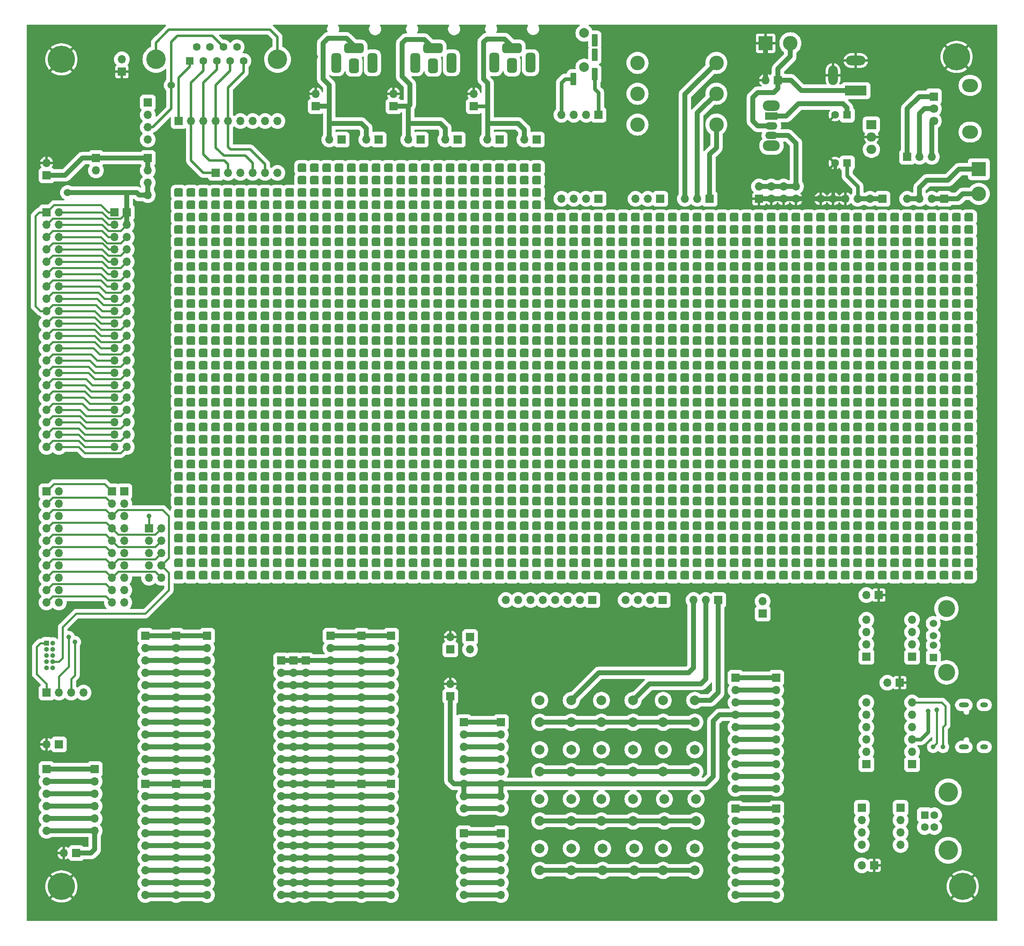
<source format=gbr>
%TF.GenerationSoftware,KiCad,Pcbnew,8.0.6*%
%TF.CreationDate,2025-03-30T13:11:56-03:00*%
%TF.ProjectId,ProtoConn,50726f74-6f43-46f6-9e6e-2e6b69636164,1.0*%
%TF.SameCoordinates,Original*%
%TF.FileFunction,Copper,L2,Bot*%
%TF.FilePolarity,Positive*%
%FSLAX46Y46*%
G04 Gerber Fmt 4.6, Leading zero omitted, Abs format (unit mm)*
G04 Created by KiCad (PCBNEW 8.0.6) date 2025-03-30 13:11:56*
%MOMM*%
%LPD*%
G01*
G04 APERTURE LIST*
G04 Aperture macros list*
%AMRoundRect*
0 Rectangle with rounded corners*
0 $1 Rounding radius*
0 $2 $3 $4 $5 $6 $7 $8 $9 X,Y pos of 4 corners*
0 Add a 4 corners polygon primitive as box body*
4,1,4,$2,$3,$4,$5,$6,$7,$8,$9,$2,$3,0*
0 Add four circle primitives for the rounded corners*
1,1,$1+$1,$2,$3*
1,1,$1+$1,$4,$5*
1,1,$1+$1,$6,$7*
1,1,$1+$1,$8,$9*
0 Add four rect primitives between the rounded corners*
20,1,$1+$1,$2,$3,$4,$5,0*
20,1,$1+$1,$4,$5,$6,$7,0*
20,1,$1+$1,$6,$7,$8,$9,0*
20,1,$1+$1,$8,$9,$2,$3,0*%
G04 Aperture macros list end*
%TA.AperFunction,ComponentPad*%
%ADD10RoundRect,0.291667X-0.597333X-0.597333X0.597333X-0.597333X0.597333X0.597333X-0.597333X0.597333X0*%
%TD*%
%TA.AperFunction,ComponentPad*%
%ADD11C,2.000000*%
%TD*%
%TA.AperFunction,ComponentPad*%
%ADD12R,1.700000X1.700000*%
%TD*%
%TA.AperFunction,ComponentPad*%
%ADD13O,1.700000X1.700000*%
%TD*%
%TA.AperFunction,ComponentPad*%
%ADD14O,3.240000X2.720000*%
%TD*%
%TA.AperFunction,ComponentPad*%
%ADD15R,1.800000X1.800000*%
%TD*%
%TA.AperFunction,ComponentPad*%
%ADD16C,1.800000*%
%TD*%
%TA.AperFunction,ComponentPad*%
%ADD17RoundRect,0.187500X-0.412500X1.062500X-0.412500X-1.062500X0.412500X-1.062500X0.412500X1.062500X0*%
%TD*%
%TA.AperFunction,ComponentPad*%
%ADD18R,1.600000X1.600000*%
%TD*%
%TA.AperFunction,ComponentPad*%
%ADD19C,1.600000*%
%TD*%
%TA.AperFunction,ComponentPad*%
%ADD20R,4.500000X2.000000*%
%TD*%
%TA.AperFunction,ComponentPad*%
%ADD21O,4.000000X2.000000*%
%TD*%
%TA.AperFunction,ComponentPad*%
%ADD22O,2.000000X4.000000*%
%TD*%
%TA.AperFunction,ComponentPad*%
%ADD23R,3.000000X3.000000*%
%TD*%
%TA.AperFunction,ComponentPad*%
%ADD24C,3.000000*%
%TD*%
%TA.AperFunction,ComponentPad*%
%ADD25RoundRect,0.500000X0.500000X-1.500000X0.500000X1.500000X-0.500000X1.500000X-0.500000X-1.500000X0*%
%TD*%
%TA.AperFunction,ComponentPad*%
%ADD26RoundRect,0.500000X0.500000X-1.000000X0.500000X1.000000X-0.500000X1.000000X-0.500000X-1.000000X0*%
%TD*%
%TA.AperFunction,ComponentPad*%
%ADD27RoundRect,0.500000X-1.500000X-0.500000X1.500000X-0.500000X1.500000X0.500000X-1.500000X0.500000X0*%
%TD*%
%TA.AperFunction,ComponentPad*%
%ADD28C,3.600000*%
%TD*%
%TA.AperFunction,ConnectorPad*%
%ADD29C,5.600000*%
%TD*%
%TA.AperFunction,ComponentPad*%
%ADD30R,1.000000X1.000000*%
%TD*%
%TA.AperFunction,ComponentPad*%
%ADD31O,1.000000X1.000000*%
%TD*%
%TA.AperFunction,ComponentPad*%
%ADD32R,1.524000X1.524000*%
%TD*%
%TA.AperFunction,ComponentPad*%
%ADD33C,1.524000*%
%TD*%
%TA.AperFunction,ComponentPad*%
%ADD34C,3.500000*%
%TD*%
%TA.AperFunction,ComponentPad*%
%ADD35C,4.000000*%
%TD*%
%TA.AperFunction,ComponentPad*%
%ADD36O,3.500000X2.200000*%
%TD*%
%TA.AperFunction,ComponentPad*%
%ADD37R,2.500000X1.500000*%
%TD*%
%TA.AperFunction,ComponentPad*%
%ADD38O,2.500000X1.500000*%
%TD*%
%TA.AperFunction,ComponentPad*%
%ADD39R,2.000000X1.905000*%
%TD*%
%TA.AperFunction,ComponentPad*%
%ADD40O,2.000000X1.905000*%
%TD*%
%TA.AperFunction,ComponentPad*%
%ADD41O,2.100000X1.000000*%
%TD*%
%TA.AperFunction,ComponentPad*%
%ADD42O,1.600000X1.000000*%
%TD*%
%TA.AperFunction,ViaPad*%
%ADD43C,1.000000*%
%TD*%
%TA.AperFunction,ViaPad*%
%ADD44C,1.524000*%
%TD*%
%TA.AperFunction,Conductor*%
%ADD45C,1.016000*%
%TD*%
%TA.AperFunction,Conductor*%
%ADD46C,0.762000*%
%TD*%
%TA.AperFunction,Conductor*%
%ADD47C,0.457200*%
%TD*%
%TA.AperFunction,Conductor*%
%ADD48C,0.508000*%
%TD*%
%TA.AperFunction,Conductor*%
%ADD49C,0.381000*%
%TD*%
G04 APERTURE END LIST*
D10*
%TO.P,REF\u002A\u002A,*%
%TO.N,*%
X193040000Y-83820000D03*
X195580000Y-83820000D03*
X198120000Y-83820000D03*
X200660000Y-83820000D03*
X203200000Y-83820000D03*
%TD*%
%TO.P,REF\u002A\u002A,*%
%TO.N,*%
X167640000Y-86360000D03*
X170180000Y-86360000D03*
X172720000Y-86360000D03*
X175260000Y-86360000D03*
X177800000Y-86360000D03*
%TD*%
%TO.P,REF\u002A\u002A,*%
%TO.N,*%
X307340000Y-127000000D03*
X307340000Y-129540000D03*
X307340000Y-132080000D03*
X307340000Y-134620000D03*
X307340000Y-137160000D03*
X309880000Y-127000000D03*
X309880000Y-129540000D03*
X309880000Y-132080000D03*
X309880000Y-134620000D03*
X309880000Y-137160000D03*
X312420000Y-127000000D03*
X312420000Y-129540000D03*
X312420000Y-132080000D03*
X312420000Y-134620000D03*
X312420000Y-137160000D03*
X314960000Y-127000000D03*
X314960000Y-129540000D03*
X314960000Y-132080000D03*
X314960000Y-134620000D03*
X314960000Y-137160000D03*
X317500000Y-127000000D03*
X317500000Y-129540000D03*
X317500000Y-132080000D03*
X317500000Y-134620000D03*
X317500000Y-137160000D03*
%TD*%
D11*
%TO.P,SW13,1,1*%
%TO.N,Net-(J37-Pin_3)*%
X261366000Y-213106000D03*
X254866000Y-213106000D03*
%TO.P,SW13,2,2*%
%TO.N,Net-(J38-Pin_1)*%
X261366000Y-208606000D03*
X254866000Y-208606000D03*
%TD*%
D12*
%TO.P,J74,1,Pin_1*%
%TO.N,/Microcontrollers/uc_pin42*%
X178562000Y-180081000D03*
D13*
%TO.P,J74,2,Pin_2*%
%TO.N,/Microcontrollers/uc_pin41*%
X178562000Y-182621000D03*
%TO.P,J74,3,Pin_3*%
%TO.N,/Microcontrollers/uc_pin40*%
X178562000Y-185161000D03*
%TO.P,J74,4,Pin_4*%
%TO.N,/Microcontrollers/uc_pin39*%
X178562000Y-187701000D03*
%TO.P,J74,5,Pin_5*%
%TO.N,/Microcontrollers/uc_pin38*%
X178562000Y-190241000D03*
%TO.P,J74,6,Pin_6*%
%TO.N,/Microcontrollers/uc_pin37*%
X178562000Y-192781000D03*
%TO.P,J74,7,Pin_7*%
%TO.N,/Microcontrollers/uc_pin36*%
X178562000Y-195321000D03*
%TO.P,J74,8,Pin_8*%
%TO.N,/Microcontrollers/uc_pin35*%
X178562000Y-197861000D03*
%TO.P,J74,9,Pin_9*%
%TO.N,/Microcontrollers/uc_pin34*%
X178562000Y-200401000D03*
%TO.P,J74,10,Pin_10*%
%TO.N,/Microcontrollers/uc_pin33*%
X178562000Y-202941000D03*
%TO.P,J74,11,Pin_11*%
%TO.N,/Microcontrollers/uc_pin32*%
X178562000Y-205481000D03*
%TO.P,J74,12,Pin_12*%
%TO.N,/Microcontrollers/uc_pin31*%
X178562000Y-208021000D03*
%TO.P,J74,13,Pin_13*%
%TO.N,/Microcontrollers/uc_pin30*%
X178562000Y-210561000D03*
%TO.P,J74,14,Pin_14*%
%TO.N,/Microcontrollers/uc_pin29*%
X178562000Y-213101000D03*
%TO.P,J74,15,Pin_15*%
%TO.N,/Microcontrollers/uc_pin28*%
X178562000Y-215641000D03*
%TO.P,J74,16,Pin_16*%
%TO.N,/Microcontrollers/uc_pin27*%
X178562000Y-218181000D03*
%TO.P,J74,17,Pin_17*%
%TO.N,/Microcontrollers/uc_pin26*%
X178562000Y-220721000D03*
%TO.P,J74,18,Pin_18*%
%TO.N,/Microcontrollers/uc_pin25*%
X178562000Y-223261000D03*
%TO.P,J74,19,Pin_19*%
%TO.N,/Microcontrollers/uc_pin24*%
X178562000Y-225801000D03*
%TO.P,J74,20,Pin_20*%
%TO.N,/Microcontrollers/uc_pin23*%
X178562000Y-228341000D03*
%TD*%
D10*
%TO.P,REF\u002A\u002A,*%
%TO.N,*%
X154940000Y-139700000D03*
X154940000Y-142240000D03*
X154940000Y-144780000D03*
X154940000Y-147320000D03*
X154940000Y-149860000D03*
X154940000Y-152400000D03*
X154940000Y-154940000D03*
X154940000Y-157480000D03*
X154940000Y-160020000D03*
X154940000Y-162560000D03*
X157480000Y-139700000D03*
X157480000Y-142240000D03*
X157480000Y-144780000D03*
X157480000Y-147320000D03*
X157480000Y-149860000D03*
X157480000Y-152400000D03*
X157480000Y-154940000D03*
X157480000Y-157480000D03*
X157480000Y-160020000D03*
X157480000Y-162560000D03*
X160020000Y-139700000D03*
X160020000Y-142240000D03*
X160020000Y-144780000D03*
X160020000Y-147320000D03*
X160020000Y-149860000D03*
X160020000Y-152400000D03*
X160020000Y-154940000D03*
X160020000Y-157480000D03*
X160020000Y-160020000D03*
X160020000Y-162560000D03*
X162560000Y-139700000D03*
X162560000Y-142240000D03*
X162560000Y-144780000D03*
X162560000Y-147320000D03*
X162560000Y-149860000D03*
X162560000Y-152400000D03*
X162560000Y-154940000D03*
X162560000Y-157480000D03*
X162560000Y-160020000D03*
X162560000Y-162560000D03*
X165100000Y-139700000D03*
X165100000Y-142240000D03*
X165100000Y-144780000D03*
X165100000Y-147320000D03*
X165100000Y-149860000D03*
X165100000Y-152400000D03*
X165100000Y-154940000D03*
X165100000Y-157480000D03*
X165100000Y-160020000D03*
X165100000Y-162560000D03*
X167640000Y-139700000D03*
X167640000Y-142240000D03*
X167640000Y-144780000D03*
X167640000Y-147320000D03*
X167640000Y-149860000D03*
X167640000Y-152400000D03*
X167640000Y-154940000D03*
X167640000Y-157480000D03*
X167640000Y-160020000D03*
X167640000Y-162560000D03*
X170180000Y-139700000D03*
X170180000Y-142240000D03*
X170180000Y-144780000D03*
X170180000Y-147320000D03*
X170180000Y-149860000D03*
X170180000Y-152400000D03*
X170180000Y-154940000D03*
X170180000Y-157480000D03*
X170180000Y-160020000D03*
X170180000Y-162560000D03*
X172720000Y-139700000D03*
X172720000Y-142240000D03*
X172720000Y-144780000D03*
X172720000Y-147320000D03*
X172720000Y-149860000D03*
X172720000Y-152400000D03*
X172720000Y-154940000D03*
X172720000Y-157480000D03*
X172720000Y-160020000D03*
X172720000Y-162560000D03*
X175260000Y-139700000D03*
X175260000Y-142240000D03*
X175260000Y-144780000D03*
X175260000Y-147320000D03*
X175260000Y-149860000D03*
X175260000Y-152400000D03*
X175260000Y-154940000D03*
X175260000Y-157480000D03*
X175260000Y-160020000D03*
X175260000Y-162560000D03*
X177800000Y-139700000D03*
X177800000Y-142240000D03*
X177800000Y-144780000D03*
X177800000Y-147320000D03*
X177800000Y-149860000D03*
X177800000Y-152400000D03*
X177800000Y-154940000D03*
X177800000Y-157480000D03*
X177800000Y-160020000D03*
X177800000Y-162560000D03*
%TD*%
D12*
%TO.P,J76,1,Pin_1*%
%TO.N,Net-(J76-Pin_1)*%
X137922000Y-76708000D03*
D13*
%TO.P,J76,2,Pin_2*%
%TO.N,Net-(J76-Pin_2)*%
X137922000Y-79248000D03*
%TD*%
D12*
%TO.P,J43,1,Pin_1*%
%TO.N,Net-(J40-In)*%
X212344000Y-72898000D03*
D13*
%TO.P,J43,2,Pin_2*%
%TO.N,Net-(J40-Ext)*%
X209804000Y-72898000D03*
%TD*%
D14*
%TO.P,RV1,*%
%TO.N,*%
X317751000Y-61748000D03*
X317751000Y-71348000D03*
D15*
%TO.P,RV1,1,1*%
%TO.N,Net-(J98-Pin_1)*%
X310251000Y-64048000D03*
D16*
%TO.P,RV1,2,2*%
%TO.N,Net-(J98-Pin_2)*%
X310251000Y-66548000D03*
%TO.P,RV1,3,3*%
%TO.N,Net-(J98-Pin_3)*%
X310251000Y-69048000D03*
%TD*%
D12*
%TO.P,JP6,1,A*%
%TO.N,Net-(J39-Ext)*%
X183134000Y-66040000D03*
D13*
%TO.P,JP6,2,B*%
%TO.N,GNDREF*%
X183134000Y-63500000D03*
%TD*%
D10*
%TO.P,REF\u002A\u002A,*%
%TO.N,*%
X256540000Y-114300000D03*
X256540000Y-116840000D03*
X256540000Y-119380000D03*
X256540000Y-121920000D03*
X256540000Y-124460000D03*
X256540000Y-127000000D03*
X256540000Y-129540000D03*
X256540000Y-132080000D03*
X256540000Y-134620000D03*
X256540000Y-137160000D03*
X259080000Y-114300000D03*
X259080000Y-116840000D03*
X259080000Y-119380000D03*
X259080000Y-121920000D03*
X259080000Y-124460000D03*
X259080000Y-127000000D03*
X259080000Y-129540000D03*
X259080000Y-132080000D03*
X259080000Y-134620000D03*
X259080000Y-137160000D03*
X261620000Y-114300000D03*
X261620000Y-116840000D03*
X261620000Y-119380000D03*
X261620000Y-121920000D03*
X261620000Y-124460000D03*
X261620000Y-127000000D03*
X261620000Y-129540000D03*
X261620000Y-132080000D03*
X261620000Y-134620000D03*
X261620000Y-137160000D03*
X264160000Y-114300000D03*
X264160000Y-116840000D03*
X264160000Y-119380000D03*
X264160000Y-121920000D03*
X264160000Y-124460000D03*
X264160000Y-127000000D03*
X264160000Y-129540000D03*
X264160000Y-132080000D03*
X264160000Y-134620000D03*
X264160000Y-137160000D03*
X266700000Y-114300000D03*
X266700000Y-116840000D03*
X266700000Y-119380000D03*
X266700000Y-121920000D03*
X266700000Y-124460000D03*
X266700000Y-127000000D03*
X266700000Y-129540000D03*
X266700000Y-132080000D03*
X266700000Y-134620000D03*
X266700000Y-137160000D03*
X269240000Y-114300000D03*
X269240000Y-116840000D03*
X269240000Y-119380000D03*
X269240000Y-121920000D03*
X269240000Y-124460000D03*
X269240000Y-127000000D03*
X269240000Y-129540000D03*
X269240000Y-132080000D03*
X269240000Y-134620000D03*
X269240000Y-137160000D03*
X271780000Y-114300000D03*
X271780000Y-116840000D03*
X271780000Y-119380000D03*
X271780000Y-121920000D03*
X271780000Y-124460000D03*
X271780000Y-127000000D03*
X271780000Y-129540000D03*
X271780000Y-132080000D03*
X271780000Y-134620000D03*
X271780000Y-137160000D03*
X274320000Y-114300000D03*
X274320000Y-116840000D03*
X274320000Y-119380000D03*
X274320000Y-121920000D03*
X274320000Y-124460000D03*
X274320000Y-127000000D03*
X274320000Y-129540000D03*
X274320000Y-132080000D03*
X274320000Y-134620000D03*
X274320000Y-137160000D03*
X276860000Y-114300000D03*
X276860000Y-116840000D03*
X276860000Y-119380000D03*
X276860000Y-121920000D03*
X276860000Y-124460000D03*
X276860000Y-127000000D03*
X276860000Y-129540000D03*
X276860000Y-132080000D03*
X276860000Y-134620000D03*
X276860000Y-137160000D03*
X279400000Y-114300000D03*
X279400000Y-116840000D03*
X279400000Y-119380000D03*
X279400000Y-121920000D03*
X279400000Y-124460000D03*
X279400000Y-127000000D03*
X279400000Y-129540000D03*
X279400000Y-132080000D03*
X279400000Y-134620000D03*
X279400000Y-137160000D03*
%TD*%
D12*
%TO.P,J94,1,Pin_1*%
%TO.N,/Arduino Uno/ARD_D7*%
X277876000Y-210566000D03*
D13*
%TO.P,J94,2,Pin_2*%
%TO.N,/Arduino Uno/ARD_~D6*%
X277876000Y-213106000D03*
%TO.P,J94,3,Pin_3*%
%TO.N,/Arduino Uno/ARD_~D5*%
X277876000Y-215646000D03*
%TO.P,J94,4,Pin_4*%
%TO.N,/Arduino Uno/ARD_D4*%
X277876000Y-218186000D03*
%TO.P,J94,5,Pin_5*%
%TO.N,/Arduino Uno/ARD_~D3*%
X277876000Y-220726000D03*
%TO.P,J94,6,Pin_6*%
%TO.N,/Arduino Uno/ARD_D2*%
X277876000Y-223266000D03*
%TO.P,J94,7,Pin_7*%
%TO.N,/Arduino Uno/ARD_D1{slash}TX*%
X277876000Y-225806000D03*
%TO.P,J94,8,Pin_8*%
%TO.N,/Arduino Uno/ARD_D0{slash}RX*%
X277876000Y-228346000D03*
%TD*%
D12*
%TO.P,J30,1,Pin_1*%
%TO.N,Net-(J28-Pin_2)*%
X278222000Y-60702000D03*
D13*
%TO.P,J30,2,Pin_2*%
%TO.N,GNDREF*%
X275682000Y-60702000D03*
%TD*%
D12*
%TO.P,J64,1,Pin_1*%
%TO.N,/Microcontrollers/uc_pin1*%
X160782000Y-175001000D03*
D13*
%TO.P,J64,2,Pin_2*%
%TO.N,/Microcontrollers/uc_pin2*%
X160782000Y-177541000D03*
%TO.P,J64,3,Pin_3*%
%TO.N,/Microcontrollers/uc_pin3*%
X160782000Y-180081000D03*
%TO.P,J64,4,Pin_4*%
%TO.N,/Microcontrollers/uc_pin4*%
X160782000Y-182621000D03*
%TO.P,J64,5,Pin_5*%
%TO.N,/Microcontrollers/uc_pin5*%
X160782000Y-185161000D03*
%TO.P,J64,6,Pin_6*%
%TO.N,/Microcontrollers/uc_pin6*%
X160782000Y-187701000D03*
%TO.P,J64,7,Pin_7*%
%TO.N,/Microcontrollers/uc_pin7*%
X160782000Y-190241000D03*
%TO.P,J64,8,Pin_8*%
%TO.N,/Microcontrollers/uc_pin8*%
X160782000Y-192781000D03*
%TO.P,J64,9,Pin_9*%
%TO.N,/Microcontrollers/uc_pin9*%
X160782000Y-195321000D03*
%TO.P,J64,10,Pin_10*%
%TO.N,/Microcontrollers/uc_pin10*%
X160782000Y-197861000D03*
%TO.P,J64,11,Pin_11*%
%TO.N,/Microcontrollers/uc_pin11*%
X160782000Y-200401000D03*
%TO.P,J64,12,Pin_12*%
%TO.N,/Microcontrollers/uc_pin12*%
X160782000Y-202941000D03*
%TD*%
D11*
%TO.P,J9,*%
%TO.N,*%
X238338000Y-50986000D03*
X238338000Y-57986000D03*
D17*
%TO.P,J9,R1*%
%TO.N,Net-(J53-Pin_2)*%
X240538000Y-55436000D03*
%TO.P,J9,R2*%
%TO.N,Net-(J53-Pin_3)*%
X240538000Y-52436000D03*
%TO.P,J9,S*%
%TO.N,Net-(J53-Pin_4)*%
X236138000Y-60436000D03*
%TO.P,J9,T*%
%TO.N,Net-(J53-Pin_1)*%
X240538000Y-59436000D03*
%TD*%
D10*
%TO.P,REF\u002A\u002A,*%
%TO.N,*%
X154940000Y-88900000D03*
X154940000Y-91440000D03*
X154940000Y-93980000D03*
X154940000Y-96520000D03*
X154940000Y-99060000D03*
X154940000Y-101600000D03*
X154940000Y-104140000D03*
X154940000Y-106680000D03*
X154940000Y-109220000D03*
X154940000Y-111760000D03*
X157480000Y-88900000D03*
X157480000Y-91440000D03*
X157480000Y-93980000D03*
X157480000Y-96520000D03*
X157480000Y-99060000D03*
X157480000Y-101600000D03*
X157480000Y-104140000D03*
X157480000Y-106680000D03*
X157480000Y-109220000D03*
X157480000Y-111760000D03*
X160020000Y-88900000D03*
X160020000Y-91440000D03*
X160020000Y-93980000D03*
X160020000Y-96520000D03*
X160020000Y-99060000D03*
X160020000Y-101600000D03*
X160020000Y-104140000D03*
X160020000Y-106680000D03*
X160020000Y-109220000D03*
X160020000Y-111760000D03*
X162560000Y-88900000D03*
X162560000Y-91440000D03*
X162560000Y-93980000D03*
X162560000Y-96520000D03*
X162560000Y-99060000D03*
X162560000Y-101600000D03*
X162560000Y-104140000D03*
X162560000Y-106680000D03*
X162560000Y-109220000D03*
X162560000Y-111760000D03*
X165100000Y-88900000D03*
X165100000Y-91440000D03*
X165100000Y-93980000D03*
X165100000Y-96520000D03*
X165100000Y-99060000D03*
X165100000Y-101600000D03*
X165100000Y-104140000D03*
X165100000Y-106680000D03*
X165100000Y-109220000D03*
X165100000Y-111760000D03*
X167640000Y-88900000D03*
X167640000Y-91440000D03*
X167640000Y-93980000D03*
X167640000Y-96520000D03*
X167640000Y-99060000D03*
X167640000Y-101600000D03*
X167640000Y-104140000D03*
X167640000Y-106680000D03*
X167640000Y-109220000D03*
X167640000Y-111760000D03*
X170180000Y-88900000D03*
X170180000Y-91440000D03*
X170180000Y-93980000D03*
X170180000Y-96520000D03*
X170180000Y-99060000D03*
X170180000Y-101600000D03*
X170180000Y-104140000D03*
X170180000Y-106680000D03*
X170180000Y-109220000D03*
X170180000Y-111760000D03*
X172720000Y-88900000D03*
X172720000Y-91440000D03*
X172720000Y-93980000D03*
X172720000Y-96520000D03*
X172720000Y-99060000D03*
X172720000Y-101600000D03*
X172720000Y-104140000D03*
X172720000Y-106680000D03*
X172720000Y-109220000D03*
X172720000Y-111760000D03*
X175260000Y-88900000D03*
X175260000Y-91440000D03*
X175260000Y-93980000D03*
X175260000Y-96520000D03*
X175260000Y-99060000D03*
X175260000Y-101600000D03*
X175260000Y-104140000D03*
X175260000Y-106680000D03*
X175260000Y-109220000D03*
X175260000Y-111760000D03*
X177800000Y-88900000D03*
X177800000Y-91440000D03*
X177800000Y-93980000D03*
X177800000Y-96520000D03*
X177800000Y-99060000D03*
X177800000Y-101600000D03*
X177800000Y-104140000D03*
X177800000Y-106680000D03*
X177800000Y-109220000D03*
X177800000Y-111760000D03*
%TD*%
D12*
%TO.P,J24,1,Pin_1*%
%TO.N,Net-(J22-Pin_1)*%
X154940000Y-69088000D03*
D13*
%TO.P,J24,2,Pin_2*%
%TO.N,Net-(J24-Pin_2)*%
X157480000Y-69088000D03*
%TO.P,J24,3,Pin_3*%
%TO.N,Net-(J24-Pin_3)*%
X160020000Y-69088000D03*
%TO.P,J24,4,Pin_4*%
%TO.N,Net-(J24-Pin_4)*%
X162560000Y-69088000D03*
%TO.P,J24,5,Pin_5*%
%TO.N,Net-(J22-Pin_4)*%
X165100000Y-69088000D03*
%TO.P,J24,6,Pin_6*%
%TO.N,Net-(J22-Pin_2)*%
X167640000Y-69088000D03*
%TO.P,J24,7,Pin_7*%
%TO.N,Net-(J24-Pin_7)*%
X170180000Y-69088000D03*
%TO.P,J24,8,Pin_8*%
%TO.N,Net-(J22-Pin_3)*%
X172720000Y-69088000D03*
%TO.P,J24,9,Pin_9*%
%TO.N,Net-(J24-Pin_9)*%
X175260000Y-69088000D03*
%TD*%
D12*
%TO.P,J48,1,Pin_1*%
%TO.N,Net-(J48-Pin_1)*%
X188468000Y-72898000D03*
D13*
%TO.P,J48,2,Pin_2*%
%TO.N,Net-(J39-Ext)*%
X185928000Y-72898000D03*
%TD*%
D11*
%TO.P,SW8,1,1*%
%TO.N,Net-(J37-Pin_2)*%
X248412000Y-202946000D03*
X241912000Y-202946000D03*
%TO.P,SW8,2,2*%
%TO.N,Net-(J38-Pin_2)*%
X248412000Y-198446000D03*
X241912000Y-198446000D03*
%TD*%
D12*
%TO.P,JP12,1,A*%
%TO.N,Net-(J76-Pin_1)*%
X127762000Y-80264000D03*
D13*
%TO.P,JP12,2,B*%
%TO.N,GNDREF*%
X127762000Y-77724000D03*
%TD*%
D18*
%TO.P,C5,1*%
%TO.N,Net-(J34-Pin_1)*%
X292446000Y-77720000D03*
D19*
%TO.P,C5,2*%
%TO.N,GNDREF*%
X289946000Y-77720000D03*
%TD*%
D12*
%TO.P,J32,1,Pin_1*%
%TO.N,GNDREF*%
X274320000Y-85090000D03*
D13*
%TO.P,J32,2,Pin_2*%
%TO.N,Net-(J32-Pin_2)*%
X274320000Y-82550000D03*
%TO.P,J32,3,Pin_3*%
%TO.N,GNDREF*%
X276860000Y-85090000D03*
%TO.P,J32,4,Pin_4*%
%TO.N,Net-(J32-Pin_2)*%
X276860000Y-82550000D03*
%TO.P,J32,5,Pin_5*%
%TO.N,GNDREF*%
X279400000Y-85090000D03*
%TO.P,J32,6,Pin_6*%
%TO.N,Net-(J32-Pin_2)*%
X279400000Y-82550000D03*
%TO.P,J32,7,Pin_7*%
%TO.N,GNDREF*%
X281940000Y-85090000D03*
%TO.P,J32,8,Pin_8*%
%TO.N,Net-(J32-Pin_2)*%
X281940000Y-82550000D03*
%TD*%
D10*
%TO.P,REF\u002A\u002A,*%
%TO.N,*%
X218440000Y-83820000D03*
X220980000Y-83820000D03*
X223520000Y-83820000D03*
X226060000Y-83820000D03*
X228600000Y-83820000D03*
%TD*%
D12*
%TO.P,J22,1,Pin_1*%
%TO.N,Net-(J22-Pin_1)*%
X148590000Y-65278000D03*
D13*
%TO.P,J22,2,Pin_2*%
%TO.N,Net-(J22-Pin_2)*%
X148590000Y-67818000D03*
%TO.P,J22,3,Pin_3*%
%TO.N,Net-(J22-Pin_3)*%
X148590000Y-70358000D03*
%TO.P,J22,4,Pin_4*%
%TO.N,Net-(J22-Pin_4)*%
X148590000Y-72898000D03*
%TD*%
D10*
%TO.P,REF\u002A\u002A,*%
%TO.N,*%
X180340000Y-83820000D03*
X182880000Y-83820000D03*
X185420000Y-83820000D03*
X187960000Y-83820000D03*
X190500000Y-83820000D03*
%TD*%
D12*
%TO.P,J70,1,Pin_1*%
%TO.N,/Microcontrollers/uc_pin32*%
X192532000Y-205481000D03*
D13*
%TO.P,J70,2,Pin_2*%
%TO.N,/Microcontrollers/uc_pin31*%
X192532000Y-208021000D03*
%TO.P,J70,3,Pin_3*%
%TO.N,/Microcontrollers/uc_pin30*%
X192532000Y-210561000D03*
%TO.P,J70,4,Pin_4*%
%TO.N,/Microcontrollers/uc_pin29*%
X192532000Y-213101000D03*
%TO.P,J70,5,Pin_5*%
%TO.N,/Microcontrollers/uc_pin28*%
X192532000Y-215641000D03*
%TO.P,J70,6,Pin_6*%
%TO.N,/Microcontrollers/uc_pin27*%
X192532000Y-218181000D03*
%TO.P,J70,7,Pin_7*%
%TO.N,/Microcontrollers/uc_pin26*%
X192532000Y-220721000D03*
%TO.P,J70,8,Pin_8*%
%TO.N,/Microcontrollers/uc_pin25*%
X192532000Y-223261000D03*
%TO.P,J70,9,Pin_9*%
%TO.N,/Microcontrollers/uc_pin24*%
X192532000Y-225801000D03*
%TO.P,J70,10,Pin_10*%
%TO.N,/Microcontrollers/uc_pin23*%
X192532000Y-228341000D03*
%TD*%
D11*
%TO.P,SW10,1,1*%
%TO.N,Net-(J37-Pin_4)*%
X248666000Y-223266000D03*
X242166000Y-223266000D03*
%TO.P,SW10,2,2*%
%TO.N,Net-(J38-Pin_2)*%
X248666000Y-218766000D03*
X242166000Y-218766000D03*
%TD*%
D12*
%TO.P,JP5,1,A*%
%TO.N,GNDREF*%
X143256000Y-58928000D03*
D13*
%TO.P,JP5,2,B*%
%TO.N,Net-(J23-PAD)*%
X143256000Y-56388000D03*
%TD*%
D12*
%TO.P,J44,1,Pin_1*%
%TO.N,Net-(J41-In)*%
X228600000Y-72898000D03*
D13*
%TO.P,J44,2,Pin_2*%
%TO.N,Net-(J41-Ext)*%
X226060000Y-72898000D03*
%TD*%
D10*
%TO.P,REF\u002A\u002A,*%
%TO.N,*%
X281940000Y-114300000D03*
X281940000Y-116840000D03*
X281940000Y-119380000D03*
X281940000Y-121920000D03*
X281940000Y-124460000D03*
X281940000Y-127000000D03*
X281940000Y-129540000D03*
X281940000Y-132080000D03*
X281940000Y-134620000D03*
X281940000Y-137160000D03*
X284480000Y-114300000D03*
X284480000Y-116840000D03*
X284480000Y-119380000D03*
X284480000Y-121920000D03*
X284480000Y-124460000D03*
X284480000Y-127000000D03*
X284480000Y-129540000D03*
X284480000Y-132080000D03*
X284480000Y-134620000D03*
X284480000Y-137160000D03*
X287020000Y-114300000D03*
X287020000Y-116840000D03*
X287020000Y-119380000D03*
X287020000Y-121920000D03*
X287020000Y-124460000D03*
X287020000Y-127000000D03*
X287020000Y-129540000D03*
X287020000Y-132080000D03*
X287020000Y-134620000D03*
X287020000Y-137160000D03*
X289560000Y-114300000D03*
X289560000Y-116840000D03*
X289560000Y-119380000D03*
X289560000Y-121920000D03*
X289560000Y-124460000D03*
X289560000Y-127000000D03*
X289560000Y-129540000D03*
X289560000Y-132080000D03*
X289560000Y-134620000D03*
X289560000Y-137160000D03*
X292100000Y-114300000D03*
X292100000Y-116840000D03*
X292100000Y-119380000D03*
X292100000Y-121920000D03*
X292100000Y-124460000D03*
X292100000Y-127000000D03*
X292100000Y-129540000D03*
X292100000Y-132080000D03*
X292100000Y-134620000D03*
X292100000Y-137160000D03*
X294640000Y-114300000D03*
X294640000Y-116840000D03*
X294640000Y-119380000D03*
X294640000Y-121920000D03*
X294640000Y-124460000D03*
X294640000Y-127000000D03*
X294640000Y-129540000D03*
X294640000Y-132080000D03*
X294640000Y-134620000D03*
X294640000Y-137160000D03*
X297180000Y-114300000D03*
X297180000Y-116840000D03*
X297180000Y-119380000D03*
X297180000Y-121920000D03*
X297180000Y-124460000D03*
X297180000Y-127000000D03*
X297180000Y-129540000D03*
X297180000Y-132080000D03*
X297180000Y-134620000D03*
X297180000Y-137160000D03*
X299720000Y-114300000D03*
X299720000Y-116840000D03*
X299720000Y-119380000D03*
X299720000Y-121920000D03*
X299720000Y-124460000D03*
X299720000Y-127000000D03*
X299720000Y-129540000D03*
X299720000Y-132080000D03*
X299720000Y-134620000D03*
X299720000Y-137160000D03*
X302260000Y-114300000D03*
X302260000Y-116840000D03*
X302260000Y-119380000D03*
X302260000Y-121920000D03*
X302260000Y-124460000D03*
X302260000Y-127000000D03*
X302260000Y-129540000D03*
X302260000Y-132080000D03*
X302260000Y-134620000D03*
X302260000Y-137160000D03*
X304800000Y-114300000D03*
X304800000Y-116840000D03*
X304800000Y-119380000D03*
X304800000Y-121920000D03*
X304800000Y-124460000D03*
X304800000Y-127000000D03*
X304800000Y-129540000D03*
X304800000Y-132080000D03*
X304800000Y-134620000D03*
X304800000Y-137160000D03*
%TD*%
D20*
%TO.P,J26,1*%
%TO.N,Net-(J28-Pin_2)*%
X294224000Y-62838000D03*
D21*
%TO.P,J26,2*%
%TO.N,GNDREF*%
X294224000Y-56638000D03*
D22*
%TO.P,J26,3*%
X289524000Y-59638000D03*
%TD*%
D12*
%TO.P,J98,1,Pin_1*%
%TO.N,Net-(J98-Pin_1)*%
X304800000Y-76454000D03*
D13*
%TO.P,J98,2,Pin_2*%
%TO.N,Net-(J98-Pin_2)*%
X307340000Y-76454000D03*
%TO.P,J98,3,Pin_3*%
%TO.N,Net-(J98-Pin_3)*%
X309880000Y-76454000D03*
%TD*%
D12*
%TO.P,JP13,1,A*%
%TO.N,/JTAG/JTAG_GND*%
X130302000Y-197358000D03*
D13*
%TO.P,JP13,2,B*%
%TO.N,GNDREF*%
X127762000Y-197358000D03*
%TD*%
D10*
%TO.P,REF\u002A\u002A,*%
%TO.N,*%
X205740000Y-88900000D03*
X205740000Y-91440000D03*
X205740000Y-93980000D03*
X205740000Y-96520000D03*
X205740000Y-99060000D03*
X205740000Y-101600000D03*
X205740000Y-104140000D03*
X205740000Y-106680000D03*
X205740000Y-109220000D03*
X205740000Y-111760000D03*
X208280000Y-88900000D03*
X208280000Y-91440000D03*
X208280000Y-93980000D03*
X208280000Y-96520000D03*
X208280000Y-99060000D03*
X208280000Y-101600000D03*
X208280000Y-104140000D03*
X208280000Y-106680000D03*
X208280000Y-109220000D03*
X208280000Y-111760000D03*
X210820000Y-88900000D03*
X210820000Y-91440000D03*
X210820000Y-93980000D03*
X210820000Y-96520000D03*
X210820000Y-99060000D03*
X210820000Y-101600000D03*
X210820000Y-104140000D03*
X210820000Y-106680000D03*
X210820000Y-109220000D03*
X210820000Y-111760000D03*
X213360000Y-88900000D03*
X213360000Y-91440000D03*
X213360000Y-93980000D03*
X213360000Y-96520000D03*
X213360000Y-99060000D03*
X213360000Y-101600000D03*
X213360000Y-104140000D03*
X213360000Y-106680000D03*
X213360000Y-109220000D03*
X213360000Y-111760000D03*
X215900000Y-88900000D03*
X215900000Y-91440000D03*
X215900000Y-93980000D03*
X215900000Y-96520000D03*
X215900000Y-99060000D03*
X215900000Y-101600000D03*
X215900000Y-104140000D03*
X215900000Y-106680000D03*
X215900000Y-109220000D03*
X215900000Y-111760000D03*
X218440000Y-88900000D03*
X218440000Y-91440000D03*
X218440000Y-93980000D03*
X218440000Y-96520000D03*
X218440000Y-99060000D03*
X218440000Y-101600000D03*
X218440000Y-104140000D03*
X218440000Y-106680000D03*
X218440000Y-109220000D03*
X218440000Y-111760000D03*
X220980000Y-88900000D03*
X220980000Y-91440000D03*
X220980000Y-93980000D03*
X220980000Y-96520000D03*
X220980000Y-99060000D03*
X220980000Y-101600000D03*
X220980000Y-104140000D03*
X220980000Y-106680000D03*
X220980000Y-109220000D03*
X220980000Y-111760000D03*
X223520000Y-88900000D03*
X223520000Y-91440000D03*
X223520000Y-93980000D03*
X223520000Y-96520000D03*
X223520000Y-99060000D03*
X223520000Y-101600000D03*
X223520000Y-104140000D03*
X223520000Y-106680000D03*
X223520000Y-109220000D03*
X223520000Y-111760000D03*
X226060000Y-88900000D03*
X226060000Y-91440000D03*
X226060000Y-93980000D03*
X226060000Y-96520000D03*
X226060000Y-99060000D03*
X226060000Y-101600000D03*
X226060000Y-104140000D03*
X226060000Y-106680000D03*
X226060000Y-109220000D03*
X226060000Y-111760000D03*
X228600000Y-88900000D03*
X228600000Y-91440000D03*
X228600000Y-93980000D03*
X228600000Y-96520000D03*
X228600000Y-99060000D03*
X228600000Y-101600000D03*
X228600000Y-104140000D03*
X228600000Y-106680000D03*
X228600000Y-109220000D03*
X228600000Y-111760000D03*
%TD*%
%TO.P,REF\u002A\u002A,*%
%TO.N,*%
X180340000Y-81280000D03*
X182880000Y-81280000D03*
X185420000Y-81280000D03*
X187960000Y-81280000D03*
X190500000Y-81280000D03*
%TD*%
%TO.P,REF\u002A\u002A,*%
%TO.N,*%
X307340000Y-101600000D03*
X307340000Y-104140000D03*
X307340000Y-106680000D03*
X307340000Y-109220000D03*
X307340000Y-111760000D03*
X309880000Y-101600000D03*
X309880000Y-104140000D03*
X309880000Y-106680000D03*
X309880000Y-109220000D03*
X309880000Y-111760000D03*
X312420000Y-101600000D03*
X312420000Y-104140000D03*
X312420000Y-106680000D03*
X312420000Y-109220000D03*
X312420000Y-111760000D03*
X314960000Y-101600000D03*
X314960000Y-104140000D03*
X314960000Y-106680000D03*
X314960000Y-109220000D03*
X314960000Y-111760000D03*
X317500000Y-101600000D03*
X317500000Y-104140000D03*
X317500000Y-106680000D03*
X317500000Y-109220000D03*
X317500000Y-111760000D03*
%TD*%
D12*
%TO.P,J89,1,Pin_1*%
%TO.N,/Arduino Uno/ARD_BOOT*%
X221234000Y-192786000D03*
D13*
%TO.P,J89,2,Pin_2*%
%TO.N,/Arduino Uno/ARD_IOREF*%
X221234000Y-195326000D03*
%TO.P,J89,3,Pin_3*%
%TO.N,/Arduino Uno/ARD_RESET*%
X221234000Y-197866000D03*
%TO.P,J89,4,Pin_4*%
%TO.N,/Arduino Uno/ARD_+3V3*%
X221234000Y-200406000D03*
%TO.P,J89,5,Pin_5*%
%TO.N,/Arduino Uno/ARD_+5V*%
X221234000Y-202946000D03*
%TO.P,J89,6,Pin_6*%
%TO.N,/Arduino Uno/ARD_GND*%
X221234000Y-205486000D03*
%TO.P,J89,7,Pin_7*%
X221234000Y-208026000D03*
%TO.P,J89,8,Pin_8*%
%TO.N,/Arduino Uno/ARD_VIN*%
X221234000Y-210566000D03*
%TD*%
D10*
%TO.P,REF\u002A\u002A,*%
%TO.N,*%
X180340000Y-86360000D03*
X182880000Y-86360000D03*
X185420000Y-86360000D03*
X187960000Y-86360000D03*
X190500000Y-86360000D03*
%TD*%
D23*
%TO.P,J95,1,Pin_1*%
%TO.N,Net-(J95-Pin_1)*%
X319532000Y-78994000D03*
D24*
%TO.P,J95,2,Pin_2*%
%TO.N,Net-(J95-Pin_2)*%
X319532000Y-84074000D03*
%TD*%
D10*
%TO.P,REF\u002A\u002A,*%
%TO.N,*%
X218440000Y-81280000D03*
X220980000Y-81280000D03*
X223520000Y-81280000D03*
X226060000Y-81280000D03*
X228600000Y-81280000D03*
%TD*%
D25*
%TO.P,J39,1,In*%
%TO.N,Net-(J39-In)*%
X187308000Y-57102000D03*
D26*
X191008000Y-57702000D03*
D25*
X194808000Y-57102000D03*
D27*
%TO.P,J39,2,Ext*%
%TO.N,Net-(J39-Ext)*%
X191008000Y-54102000D03*
%TD*%
D10*
%TO.P,REF\u002A\u002A,*%
%TO.N,*%
X154940000Y-86360000D03*
X157480000Y-86360000D03*
X160020000Y-86360000D03*
X162560000Y-86360000D03*
X165100000Y-86360000D03*
%TD*%
D28*
%TO.P,H3,1,1*%
%TO.N,GNDREF*%
X314960000Y-55880000D03*
D29*
X314960000Y-55880000D03*
%TD*%
D10*
%TO.P,REF\u002A\u002A,*%
%TO.N,*%
X218440000Y-78740000D03*
X220980000Y-78740000D03*
X223520000Y-78740000D03*
X226060000Y-78740000D03*
X228600000Y-78740000D03*
%TD*%
D12*
%TO.P,J97,1,Pin_1*%
%TO.N,Net-(J95-Pin_2)*%
X312420000Y-85090000D03*
D13*
%TO.P,J97,2,Pin_2*%
X309880000Y-85090000D03*
%TO.P,J97,3,Pin_3*%
%TO.N,Net-(J95-Pin_1)*%
X307340000Y-85090000D03*
%TO.P,J97,4,Pin_4*%
X304800000Y-85090000D03*
%TD*%
D12*
%TO.P,J84,1,Pin_1*%
%TO.N,/JTAG/VTref*%
X148844000Y-152908000D03*
D13*
%TO.P,J84,2,Pin_2*%
%TO.N,/JTAG/TMS*%
X151384000Y-152908000D03*
%TO.P,J84,3,Pin_3*%
%TO.N,/JTAG/JTAG_GND*%
X148844000Y-155448000D03*
%TO.P,J84,4,Pin_4*%
%TO.N,/JTAG/TCK*%
X151384000Y-155448000D03*
%TO.P,J84,5,Pin_5*%
%TO.N,/JTAG/JTAG_GND*%
X148844000Y-157988000D03*
%TO.P,J84,6,Pin_6*%
%TO.N,/JTAG/TDO*%
X151384000Y-157988000D03*
%TO.P,J84,7,Pin_7*%
%TO.N,unconnected-(J84-Pin_7-Pad7)*%
X148844000Y-160528000D03*
%TO.P,J84,8,Pin_8*%
%TO.N,/JTAG/TDI*%
X151384000Y-160528000D03*
%TO.P,J84,9,Pin_9*%
%TO.N,unconnected-(J84-Pin_9-Pad9)*%
X148844000Y-163068000D03*
%TO.P,J84,10,Pin_10*%
%TO.N,/JTAG/RESET*%
X151384000Y-163068000D03*
%TD*%
D12*
%TO.P,J87,1,Pin_1*%
%TO.N,/Arduino Uno/ARD_BOOT*%
X213614000Y-192786000D03*
D13*
%TO.P,J87,2,Pin_2*%
%TO.N,/Arduino Uno/ARD_IOREF*%
X213614000Y-195326000D03*
%TO.P,J87,3,Pin_3*%
%TO.N,/Arduino Uno/ARD_RESET*%
X213614000Y-197866000D03*
%TO.P,J87,4,Pin_4*%
%TO.N,/Arduino Uno/ARD_+3V3*%
X213614000Y-200406000D03*
%TO.P,J87,5,Pin_5*%
%TO.N,/Arduino Uno/ARD_+5V*%
X213614000Y-202946000D03*
%TO.P,J87,6,Pin_6*%
%TO.N,/Arduino Uno/ARD_GND*%
X213614000Y-205486000D03*
%TO.P,J87,7,Pin_7*%
X213614000Y-208026000D03*
%TO.P,J87,8,Pin_8*%
%TO.N,/Arduino Uno/ARD_VIN*%
X213614000Y-210566000D03*
%TD*%
D23*
%TO.P,J28,1,Pin_1*%
%TO.N,GNDREF*%
X275682000Y-53082000D03*
D24*
%TO.P,J28,2,Pin_2*%
%TO.N,Net-(J28-Pin_2)*%
X280762000Y-53082000D03*
%TD*%
D30*
%TO.P,J82,1,Pin_1*%
%TO.N,/JTAG/VTref*%
X127762000Y-176530000D03*
D31*
%TO.P,J82,2,Pin_2*%
%TO.N,/JTAG/TMS*%
X129032000Y-176530000D03*
%TO.P,J82,3,Pin_3*%
%TO.N,/JTAG/JTAG_GND*%
X127762000Y-177800000D03*
%TO.P,J82,4,Pin_4*%
%TO.N,/JTAG/TCK*%
X129032000Y-177800000D03*
%TO.P,J82,5,Pin_5*%
%TO.N,/JTAG/JTAG_GND*%
X127762000Y-179070000D03*
%TO.P,J82,6,Pin_6*%
%TO.N,/JTAG/TDO*%
X129032000Y-179070000D03*
%TO.P,J82,7,Pin_7*%
%TO.N,unconnected-(J82-Pin_7-Pad7)*%
X127762000Y-180340000D03*
%TO.P,J82,8,Pin_8*%
%TO.N,/JTAG/TDI*%
X129032000Y-180340000D03*
%TO.P,J82,9,Pin_9*%
%TO.N,unconnected-(J82-Pin_9-Pad9)*%
X127762000Y-181610000D03*
%TO.P,J82,10,Pin_10*%
%TO.N,/JTAG/RESET*%
X129032000Y-181610000D03*
%TD*%
D10*
%TO.P,REF\u002A\u002A,*%
%TO.N,*%
X180340000Y-88900000D03*
X180340000Y-91440000D03*
X180340000Y-93980000D03*
X180340000Y-96520000D03*
X180340000Y-99060000D03*
X180340000Y-101600000D03*
X180340000Y-104140000D03*
X180340000Y-106680000D03*
X180340000Y-109220000D03*
X180340000Y-111760000D03*
X182880000Y-88900000D03*
X182880000Y-91440000D03*
X182880000Y-93980000D03*
X182880000Y-96520000D03*
X182880000Y-99060000D03*
X182880000Y-101600000D03*
X182880000Y-104140000D03*
X182880000Y-106680000D03*
X182880000Y-109220000D03*
X182880000Y-111760000D03*
X185420000Y-88900000D03*
X185420000Y-91440000D03*
X185420000Y-93980000D03*
X185420000Y-96520000D03*
X185420000Y-99060000D03*
X185420000Y-101600000D03*
X185420000Y-104140000D03*
X185420000Y-106680000D03*
X185420000Y-109220000D03*
X185420000Y-111760000D03*
X187960000Y-88900000D03*
X187960000Y-91440000D03*
X187960000Y-93980000D03*
X187960000Y-96520000D03*
X187960000Y-99060000D03*
X187960000Y-101600000D03*
X187960000Y-104140000D03*
X187960000Y-106680000D03*
X187960000Y-109220000D03*
X187960000Y-111760000D03*
X190500000Y-88900000D03*
X190500000Y-91440000D03*
X190500000Y-93980000D03*
X190500000Y-96520000D03*
X190500000Y-99060000D03*
X190500000Y-101600000D03*
X190500000Y-104140000D03*
X190500000Y-106680000D03*
X190500000Y-109220000D03*
X190500000Y-111760000D03*
X193040000Y-88900000D03*
X193040000Y-91440000D03*
X193040000Y-93980000D03*
X193040000Y-96520000D03*
X193040000Y-99060000D03*
X193040000Y-101600000D03*
X193040000Y-104140000D03*
X193040000Y-106680000D03*
X193040000Y-109220000D03*
X193040000Y-111760000D03*
X195580000Y-88900000D03*
X195580000Y-91440000D03*
X195580000Y-93980000D03*
X195580000Y-96520000D03*
X195580000Y-99060000D03*
X195580000Y-101600000D03*
X195580000Y-104140000D03*
X195580000Y-106680000D03*
X195580000Y-109220000D03*
X195580000Y-111760000D03*
X198120000Y-88900000D03*
X198120000Y-91440000D03*
X198120000Y-93980000D03*
X198120000Y-96520000D03*
X198120000Y-99060000D03*
X198120000Y-101600000D03*
X198120000Y-104140000D03*
X198120000Y-106680000D03*
X198120000Y-109220000D03*
X198120000Y-111760000D03*
X200660000Y-88900000D03*
X200660000Y-91440000D03*
X200660000Y-93980000D03*
X200660000Y-96520000D03*
X200660000Y-99060000D03*
X200660000Y-101600000D03*
X200660000Y-104140000D03*
X200660000Y-106680000D03*
X200660000Y-109220000D03*
X200660000Y-111760000D03*
X203200000Y-88900000D03*
X203200000Y-91440000D03*
X203200000Y-93980000D03*
X203200000Y-96520000D03*
X203200000Y-99060000D03*
X203200000Y-101600000D03*
X203200000Y-104140000D03*
X203200000Y-106680000D03*
X203200000Y-109220000D03*
X203200000Y-111760000D03*
%TD*%
%TO.P,REF\u002A\u002A,*%
%TO.N,*%
X307340000Y-88900000D03*
X307340000Y-91440000D03*
X307340000Y-93980000D03*
X307340000Y-96520000D03*
X307340000Y-99060000D03*
X309880000Y-88900000D03*
X309880000Y-91440000D03*
X309880000Y-93980000D03*
X309880000Y-96520000D03*
X309880000Y-99060000D03*
X312420000Y-88900000D03*
X312420000Y-91440000D03*
X312420000Y-93980000D03*
X312420000Y-96520000D03*
X312420000Y-99060000D03*
X314960000Y-88900000D03*
X314960000Y-91440000D03*
X314960000Y-93980000D03*
X314960000Y-96520000D03*
X314960000Y-99060000D03*
X317500000Y-88900000D03*
X317500000Y-91440000D03*
X317500000Y-93980000D03*
X317500000Y-96520000D03*
X317500000Y-99060000D03*
%TD*%
D12*
%TO.P,J34,1,Pin_1*%
%TO.N,Net-(J34-Pin_1)*%
X299720000Y-85090000D03*
D13*
%TO.P,J34,2,Pin_2*%
X297180000Y-85090000D03*
%TO.P,J34,3,Pin_3*%
X294640000Y-85090000D03*
%TO.P,J34,4,Pin_4*%
%TO.N,GNDREF*%
X292100000Y-85090000D03*
%TO.P,J34,5,Pin_5*%
X289560000Y-85090000D03*
%TO.P,J34,6,Pin_6*%
X287020000Y-85090000D03*
%TD*%
D12*
%TO.P,J18,1,Pin_1*%
%TO.N,Net-(J18-Pin_1)*%
X305816000Y-201422000D03*
D13*
%TO.P,J18,2,Pin_2*%
%TO.N,Net-(J17-CC1)*%
X305816000Y-198882000D03*
%TO.P,J18,3,Pin_3*%
%TO.N,Net-(J17-CC2)*%
X305816000Y-196342000D03*
%TO.P,J18,4,Pin_4*%
%TO.N,Net-(J18-Pin_4)*%
X305816000Y-193802000D03*
%TO.P,J18,5,Pin_5*%
%TO.N,Net-(J18-Pin_5)*%
X305816000Y-191262000D03*
%TO.P,J18,6,Pin_6*%
%TO.N,Net-(J18-Pin_6)*%
X305816000Y-188722000D03*
%TD*%
D28*
%TO.P,H4,1,1*%
%TO.N,GNDREF*%
X130810000Y-226568000D03*
D29*
X130810000Y-226568000D03*
%TD*%
D12*
%TO.P,J73,1,Pin_1*%
%TO.N,/Microcontrollers/uc_pin44*%
X198628000Y-175001000D03*
D13*
%TO.P,J73,2,Pin_2*%
%TO.N,/Microcontrollers/uc_pin43*%
X198628000Y-177541000D03*
%TO.P,J73,3,Pin_3*%
%TO.N,/Microcontrollers/uc_pin42*%
X198628000Y-180081000D03*
%TO.P,J73,4,Pin_4*%
%TO.N,/Microcontrollers/uc_pin41*%
X198628000Y-182621000D03*
%TO.P,J73,5,Pin_5*%
%TO.N,/Microcontrollers/uc_pin40*%
X198628000Y-185161000D03*
%TO.P,J73,6,Pin_6*%
%TO.N,/Microcontrollers/uc_pin39*%
X198628000Y-187701000D03*
%TO.P,J73,7,Pin_7*%
%TO.N,/Microcontrollers/uc_pin38*%
X198628000Y-190241000D03*
%TO.P,J73,8,Pin_8*%
%TO.N,/Microcontrollers/uc_pin37*%
X198628000Y-192781000D03*
%TO.P,J73,9,Pin_9*%
%TO.N,/Microcontrollers/uc_pin36*%
X198628000Y-195321000D03*
%TO.P,J73,10,Pin_10*%
%TO.N,/Microcontrollers/uc_pin35*%
X198628000Y-197861000D03*
%TO.P,J73,11,Pin_11*%
%TO.N,/Microcontrollers/uc_pin34*%
X198628000Y-200401000D03*
%TO.P,J73,12,Pin_12*%
%TO.N,/Microcontrollers/uc_pin33*%
X198628000Y-202941000D03*
%TD*%
D12*
%TO.P,J14,1,Pin_1*%
%TO.N,Net-(J1-VBUS)*%
X296418000Y-179324000D03*
D13*
%TO.P,J14,2,Pin_2*%
%TO.N,Net-(J14-Pin_2)*%
X296418000Y-176784000D03*
%TO.P,J14,3,Pin_3*%
%TO.N,Net-(J14-Pin_3)*%
X296418000Y-174244000D03*
%TO.P,J14,4,Pin_4*%
%TO.N,Net-(J1-GND)*%
X296418000Y-171704000D03*
%TD*%
D12*
%TO.P,J4,1,Pin_1*%
%TO.N,Net-(J4-Pin_1)*%
X264160000Y-85090000D03*
D13*
%TO.P,J4,2,Pin_2*%
%TO.N,Net-(J4-Pin_2)*%
X261620000Y-85090000D03*
%TO.P,J4,3,Pin_3*%
%TO.N,Net-(J4-Pin_3)*%
X259080000Y-85090000D03*
%TD*%
D12*
%TO.P,J38,1,Pin_1*%
%TO.N,Net-(J38-Pin_1)*%
X265938000Y-167640000D03*
D13*
%TO.P,J38,2,Pin_2*%
%TO.N,Net-(J38-Pin_2)*%
X263398000Y-167640000D03*
%TO.P,J38,3,Pin_3*%
%TO.N,Net-(J38-Pin_3)*%
X260858000Y-167640000D03*
%TD*%
D12*
%TO.P,J65,1,Pin_1*%
%TO.N,/Microcontrollers/uc_pin13*%
X160782000Y-205481000D03*
D13*
%TO.P,J65,2,Pin_2*%
%TO.N,/Microcontrollers/uc_pin14*%
X160782000Y-208021000D03*
%TO.P,J65,3,Pin_3*%
%TO.N,/Microcontrollers/uc_pin15*%
X160782000Y-210561000D03*
%TO.P,J65,4,Pin_4*%
%TO.N,/Microcontrollers/uc_pin16*%
X160782000Y-213101000D03*
%TO.P,J65,5,Pin_5*%
%TO.N,/Microcontrollers/uc_pin17*%
X160782000Y-215641000D03*
%TO.P,J65,6,Pin_6*%
%TO.N,/Microcontrollers/uc_pin18*%
X160782000Y-218181000D03*
%TO.P,J65,7,Pin_7*%
%TO.N,/Microcontrollers/uc_pin19*%
X160782000Y-220721000D03*
%TO.P,J65,8,Pin_8*%
%TO.N,/Microcontrollers/uc_pin20*%
X160782000Y-223261000D03*
%TO.P,J65,9,Pin_9*%
%TO.N,/Microcontrollers/uc_pin21*%
X160782000Y-225801000D03*
%TO.P,J65,10,Pin_10*%
%TO.N,/Microcontrollers/uc_pin22*%
X160782000Y-228341000D03*
%TD*%
D12*
%TO.P,J85,1,Pin_1*%
%TO.N,unconnected-(J85-Pin_1-Pad1)*%
X143764000Y-145288000D03*
D13*
%TO.P,J85,2,Pin_2*%
%TO.N,/JTAG/JTAG_GND*%
X143764000Y-147828000D03*
%TO.P,J85,3,Pin_3*%
X143764000Y-150368000D03*
%TO.P,J85,4,Pin_4*%
X143764000Y-152908000D03*
%TO.P,J85,5,Pin_5*%
X143764000Y-155448000D03*
%TO.P,J85,6,Pin_6*%
X143764000Y-157988000D03*
%TO.P,J85,7,Pin_7*%
X143764000Y-160528000D03*
%TO.P,J85,8,Pin_8*%
X143764000Y-163068000D03*
%TO.P,J85,9,Pin_9*%
X143764000Y-165608000D03*
%TO.P,J85,10,Pin_10*%
X143764000Y-168148000D03*
%TD*%
D32*
%TO.P,J1,1,VBUS*%
%TO.N,Net-(J1-VBUS)*%
X310160500Y-179454000D03*
D33*
%TO.P,J1,2,D-*%
%TO.N,Net-(J1-D-)*%
X310160500Y-176954000D03*
%TO.P,J1,3,D+*%
%TO.N,Net-(J1-D+)*%
X310160500Y-174954000D03*
%TO.P,J1,4,GND*%
%TO.N,Net-(J1-GND)*%
X310160500Y-172454000D03*
D34*
%TO.P,J1,5,Shield*%
%TO.N,Net-(J1-Shield)*%
X312870500Y-182524000D03*
X312870500Y-169384000D03*
%TD*%
D12*
%TO.P,J21,1,Pin_1*%
%TO.N,Net-(J18-Pin_1)*%
X296418000Y-201422000D03*
D13*
%TO.P,J21,2,Pin_2*%
%TO.N,Net-(J21-Pin_2)*%
X296418000Y-198882000D03*
%TO.P,J21,3,Pin_3*%
%TO.N,Net-(J21-Pin_3)*%
X296418000Y-196342000D03*
%TO.P,J21,4,Pin_4*%
%TO.N,Net-(J21-Pin_4)*%
X296418000Y-193802000D03*
%TO.P,J21,5,Pin_5*%
%TO.N,Net-(J21-Pin_5)*%
X296418000Y-191262000D03*
%TO.P,J21,6,Pin_6*%
%TO.N,Net-(J18-Pin_6)*%
X296418000Y-188722000D03*
%TD*%
D11*
%TO.P,SW6,1,1*%
%TO.N,Net-(J37-Pin_4)*%
X235712000Y-223266000D03*
X229212000Y-223266000D03*
%TO.P,SW6,2,2*%
%TO.N,Net-(J38-Pin_3)*%
X235712000Y-218766000D03*
X229212000Y-218766000D03*
%TD*%
%TO.P,SW7,1,1*%
%TO.N,Net-(J37-Pin_1)*%
X248412000Y-192786000D03*
X241912000Y-192786000D03*
%TO.P,SW7,2,2*%
%TO.N,Net-(J38-Pin_2)*%
X248412000Y-188286000D03*
X241912000Y-188286000D03*
%TD*%
D12*
%TO.P,J63,1,Pin_1*%
%TO.N,/Microcontrollers/uc_pin1*%
X154432000Y-175001000D03*
D13*
%TO.P,J63,2,Pin_2*%
%TO.N,/Microcontrollers/uc_pin2*%
X154432000Y-177541000D03*
%TO.P,J63,3,Pin_3*%
%TO.N,/Microcontrollers/uc_pin3*%
X154432000Y-180081000D03*
%TO.P,J63,4,Pin_4*%
%TO.N,/Microcontrollers/uc_pin4*%
X154432000Y-182621000D03*
%TO.P,J63,5,Pin_5*%
%TO.N,/Microcontrollers/uc_pin5*%
X154432000Y-185161000D03*
%TO.P,J63,6,Pin_6*%
%TO.N,/Microcontrollers/uc_pin6*%
X154432000Y-187701000D03*
%TO.P,J63,7,Pin_7*%
%TO.N,/Microcontrollers/uc_pin7*%
X154432000Y-190241000D03*
%TO.P,J63,8,Pin_8*%
%TO.N,/Microcontrollers/uc_pin8*%
X154432000Y-192781000D03*
%TO.P,J63,9,Pin_9*%
%TO.N,/Microcontrollers/uc_pin9*%
X154432000Y-195321000D03*
%TO.P,J63,10,Pin_10*%
%TO.N,/Microcontrollers/uc_pin10*%
X154432000Y-197861000D03*
%TO.P,J63,11,Pin_11*%
%TO.N,/Microcontrollers/uc_pin11*%
X154432000Y-200401000D03*
%TO.P,J63,12,Pin_12*%
%TO.N,/Microcontrollers/uc_pin12*%
X154432000Y-202941000D03*
%TD*%
D12*
%TO.P,J51,1,Pin_1*%
%TO.N,Net-(J51-Pin_1)*%
X214884000Y-175260000D03*
D13*
%TO.P,J51,2,Pin_2*%
X214884000Y-177800000D03*
%TD*%
D10*
%TO.P,REF\u002A\u002A,*%
%TO.N,*%
X180340000Y-114300000D03*
X180340000Y-116840000D03*
X180340000Y-119380000D03*
X180340000Y-121920000D03*
X180340000Y-124460000D03*
X180340000Y-127000000D03*
X180340000Y-129540000D03*
X180340000Y-132080000D03*
X180340000Y-134620000D03*
X180340000Y-137160000D03*
X182880000Y-114300000D03*
X182880000Y-116840000D03*
X182880000Y-119380000D03*
X182880000Y-121920000D03*
X182880000Y-124460000D03*
X182880000Y-127000000D03*
X182880000Y-129540000D03*
X182880000Y-132080000D03*
X182880000Y-134620000D03*
X182880000Y-137160000D03*
X185420000Y-114300000D03*
X185420000Y-116840000D03*
X185420000Y-119380000D03*
X185420000Y-121920000D03*
X185420000Y-124460000D03*
X185420000Y-127000000D03*
X185420000Y-129540000D03*
X185420000Y-132080000D03*
X185420000Y-134620000D03*
X185420000Y-137160000D03*
X187960000Y-114300000D03*
X187960000Y-116840000D03*
X187960000Y-119380000D03*
X187960000Y-121920000D03*
X187960000Y-124460000D03*
X187960000Y-127000000D03*
X187960000Y-129540000D03*
X187960000Y-132080000D03*
X187960000Y-134620000D03*
X187960000Y-137160000D03*
X190500000Y-114300000D03*
X190500000Y-116840000D03*
X190500000Y-119380000D03*
X190500000Y-121920000D03*
X190500000Y-124460000D03*
X190500000Y-127000000D03*
X190500000Y-129540000D03*
X190500000Y-132080000D03*
X190500000Y-134620000D03*
X190500000Y-137160000D03*
X193040000Y-114300000D03*
X193040000Y-116840000D03*
X193040000Y-119380000D03*
X193040000Y-121920000D03*
X193040000Y-124460000D03*
X193040000Y-127000000D03*
X193040000Y-129540000D03*
X193040000Y-132080000D03*
X193040000Y-134620000D03*
X193040000Y-137160000D03*
X195580000Y-114300000D03*
X195580000Y-116840000D03*
X195580000Y-119380000D03*
X195580000Y-121920000D03*
X195580000Y-124460000D03*
X195580000Y-127000000D03*
X195580000Y-129540000D03*
X195580000Y-132080000D03*
X195580000Y-134620000D03*
X195580000Y-137160000D03*
X198120000Y-114300000D03*
X198120000Y-116840000D03*
X198120000Y-119380000D03*
X198120000Y-121920000D03*
X198120000Y-124460000D03*
X198120000Y-127000000D03*
X198120000Y-129540000D03*
X198120000Y-132080000D03*
X198120000Y-134620000D03*
X198120000Y-137160000D03*
X200660000Y-114300000D03*
X200660000Y-116840000D03*
X200660000Y-119380000D03*
X200660000Y-121920000D03*
X200660000Y-124460000D03*
X200660000Y-127000000D03*
X200660000Y-129540000D03*
X200660000Y-132080000D03*
X200660000Y-134620000D03*
X200660000Y-137160000D03*
X203200000Y-114300000D03*
X203200000Y-116840000D03*
X203200000Y-119380000D03*
X203200000Y-121920000D03*
X203200000Y-124460000D03*
X203200000Y-127000000D03*
X203200000Y-129540000D03*
X203200000Y-132080000D03*
X203200000Y-134620000D03*
X203200000Y-137160000D03*
%TD*%
D25*
%TO.P,J40,1,In*%
%TO.N,Net-(J40-In)*%
X203564000Y-57102000D03*
D26*
X207264000Y-57702000D03*
D25*
X211064000Y-57102000D03*
D27*
%TO.P,J40,2,Ext*%
%TO.N,Net-(J40-Ext)*%
X207264000Y-54102000D03*
%TD*%
D12*
%TO.P,J42,1,Pin_1*%
%TO.N,Net-(J39-In)*%
X196088000Y-72898000D03*
D13*
%TO.P,J42,2,Pin_2*%
%TO.N,Net-(J39-Ext)*%
X193548000Y-72898000D03*
%TD*%
D12*
%TO.P,JP14,1,A*%
%TO.N,/Arduino Uno/ARD_GND*%
X210820000Y-187452000D03*
D13*
%TO.P,JP14,2,B*%
%TO.N,GNDREF*%
X210820000Y-184912000D03*
%TD*%
D24*
%TO.P,J3,R*%
%TO.N,Net-(J4-Pin_2)*%
X265544000Y-63468000D03*
%TO.P,J3,RN*%
X249314000Y-63468000D03*
%TO.P,J3,S*%
%TO.N,Net-(J4-Pin_1)*%
X265544000Y-69818000D03*
%TO.P,J3,SN*%
X249314000Y-69818000D03*
%TO.P,J3,T*%
%TO.N,Net-(J4-Pin_3)*%
X265544000Y-57118000D03*
%TO.P,J3,TN*%
X249314000Y-57118000D03*
%TD*%
D35*
%TO.P,J23,0,PAD*%
%TO.N,Net-(J23-PAD)*%
X175260000Y-56388000D03*
X150260000Y-56388000D03*
D18*
%TO.P,J23,1,1*%
%TO.N,Net-(J22-Pin_1)*%
X157220000Y-56688000D03*
D19*
%TO.P,J23,2,2*%
%TO.N,Net-(J24-Pin_2)*%
X159990000Y-56688000D03*
%TO.P,J23,3,3*%
%TO.N,Net-(J24-Pin_3)*%
X162760000Y-56688000D03*
%TO.P,J23,4,4*%
%TO.N,Net-(J24-Pin_4)*%
X165530000Y-56688000D03*
%TO.P,J23,5,5*%
%TO.N,Net-(J22-Pin_4)*%
X168300000Y-56688000D03*
%TO.P,J23,6,6*%
%TO.N,Net-(J22-Pin_2)*%
X158605000Y-53848000D03*
%TO.P,J23,7,7*%
%TO.N,Net-(J24-Pin_7)*%
X161375000Y-53848000D03*
%TO.P,J23,8,8*%
%TO.N,Net-(J22-Pin_3)*%
X164145000Y-53848000D03*
%TO.P,J23,9,9*%
%TO.N,Net-(J24-Pin_9)*%
X166915000Y-53848000D03*
%TD*%
D10*
%TO.P,REF\u002A\u002A,*%
%TO.N,*%
X256540000Y-139700000D03*
X256540000Y-142240000D03*
X256540000Y-144780000D03*
X256540000Y-147320000D03*
X256540000Y-149860000D03*
X256540000Y-152400000D03*
X256540000Y-154940000D03*
X256540000Y-157480000D03*
X256540000Y-160020000D03*
X256540000Y-162560000D03*
X259080000Y-139700000D03*
X259080000Y-142240000D03*
X259080000Y-144780000D03*
X259080000Y-147320000D03*
X259080000Y-149860000D03*
X259080000Y-152400000D03*
X259080000Y-154940000D03*
X259080000Y-157480000D03*
X259080000Y-160020000D03*
X259080000Y-162560000D03*
X261620000Y-139700000D03*
X261620000Y-142240000D03*
X261620000Y-144780000D03*
X261620000Y-147320000D03*
X261620000Y-149860000D03*
X261620000Y-152400000D03*
X261620000Y-154940000D03*
X261620000Y-157480000D03*
X261620000Y-160020000D03*
X261620000Y-162560000D03*
X264160000Y-139700000D03*
X264160000Y-142240000D03*
X264160000Y-144780000D03*
X264160000Y-147320000D03*
X264160000Y-149860000D03*
X264160000Y-152400000D03*
X264160000Y-154940000D03*
X264160000Y-157480000D03*
X264160000Y-160020000D03*
X264160000Y-162560000D03*
X266700000Y-139700000D03*
X266700000Y-142240000D03*
X266700000Y-144780000D03*
X266700000Y-147320000D03*
X266700000Y-149860000D03*
X266700000Y-152400000D03*
X266700000Y-154940000D03*
X266700000Y-157480000D03*
X266700000Y-160020000D03*
X266700000Y-162560000D03*
X269240000Y-139700000D03*
X269240000Y-142240000D03*
X269240000Y-144780000D03*
X269240000Y-147320000D03*
X269240000Y-149860000D03*
X269240000Y-152400000D03*
X269240000Y-154940000D03*
X269240000Y-157480000D03*
X269240000Y-160020000D03*
X269240000Y-162560000D03*
X271780000Y-139700000D03*
X271780000Y-142240000D03*
X271780000Y-144780000D03*
X271780000Y-147320000D03*
X271780000Y-149860000D03*
X271780000Y-152400000D03*
X271780000Y-154940000D03*
X271780000Y-157480000D03*
X271780000Y-160020000D03*
X271780000Y-162560000D03*
X274320000Y-139700000D03*
X274320000Y-142240000D03*
X274320000Y-144780000D03*
X274320000Y-147320000D03*
X274320000Y-149860000D03*
X274320000Y-152400000D03*
X274320000Y-154940000D03*
X274320000Y-157480000D03*
X274320000Y-160020000D03*
X274320000Y-162560000D03*
X276860000Y-139700000D03*
X276860000Y-142240000D03*
X276860000Y-144780000D03*
X276860000Y-147320000D03*
X276860000Y-149860000D03*
X276860000Y-152400000D03*
X276860000Y-154940000D03*
X276860000Y-157480000D03*
X276860000Y-160020000D03*
X276860000Y-162560000D03*
X279400000Y-139700000D03*
X279400000Y-142240000D03*
X279400000Y-144780000D03*
X279400000Y-147320000D03*
X279400000Y-149860000D03*
X279400000Y-152400000D03*
X279400000Y-154940000D03*
X279400000Y-157480000D03*
X279400000Y-160020000D03*
X279400000Y-162560000D03*
%TD*%
D12*
%TO.P,J53,1,Pin_1*%
%TO.N,Net-(J53-Pin_1)*%
X241300000Y-67787000D03*
D13*
%TO.P,J53,2,Pin_2*%
%TO.N,Net-(J53-Pin_2)*%
X238760000Y-67787000D03*
%TO.P,J53,3,Pin_3*%
%TO.N,Net-(J53-Pin_3)*%
X236220000Y-67787000D03*
%TO.P,J53,4,Pin_4*%
%TO.N,Net-(J53-Pin_4)*%
X233680000Y-67787000D03*
%TD*%
D10*
%TO.P,REF\u002A\u002A,*%
%TO.N,*%
X180340000Y-139700000D03*
X180340000Y-142240000D03*
X180340000Y-144780000D03*
X180340000Y-147320000D03*
X180340000Y-149860000D03*
X180340000Y-152400000D03*
X180340000Y-154940000D03*
X180340000Y-157480000D03*
X180340000Y-160020000D03*
X180340000Y-162560000D03*
X182880000Y-139700000D03*
X182880000Y-142240000D03*
X182880000Y-144780000D03*
X182880000Y-147320000D03*
X182880000Y-149860000D03*
X182880000Y-152400000D03*
X182880000Y-154940000D03*
X182880000Y-157480000D03*
X182880000Y-160020000D03*
X182880000Y-162560000D03*
X185420000Y-139700000D03*
X185420000Y-142240000D03*
X185420000Y-144780000D03*
X185420000Y-147320000D03*
X185420000Y-149860000D03*
X185420000Y-152400000D03*
X185420000Y-154940000D03*
X185420000Y-157480000D03*
X185420000Y-160020000D03*
X185420000Y-162560000D03*
X187960000Y-139700000D03*
X187960000Y-142240000D03*
X187960000Y-144780000D03*
X187960000Y-147320000D03*
X187960000Y-149860000D03*
X187960000Y-152400000D03*
X187960000Y-154940000D03*
X187960000Y-157480000D03*
X187960000Y-160020000D03*
X187960000Y-162560000D03*
X190500000Y-139700000D03*
X190500000Y-142240000D03*
X190500000Y-144780000D03*
X190500000Y-147320000D03*
X190500000Y-149860000D03*
X190500000Y-152400000D03*
X190500000Y-154940000D03*
X190500000Y-157480000D03*
X190500000Y-160020000D03*
X190500000Y-162560000D03*
X193040000Y-139700000D03*
X193040000Y-142240000D03*
X193040000Y-144780000D03*
X193040000Y-147320000D03*
X193040000Y-149860000D03*
X193040000Y-152400000D03*
X193040000Y-154940000D03*
X193040000Y-157480000D03*
X193040000Y-160020000D03*
X193040000Y-162560000D03*
X195580000Y-139700000D03*
X195580000Y-142240000D03*
X195580000Y-144780000D03*
X195580000Y-147320000D03*
X195580000Y-149860000D03*
X195580000Y-152400000D03*
X195580000Y-154940000D03*
X195580000Y-157480000D03*
X195580000Y-160020000D03*
X195580000Y-162560000D03*
X198120000Y-139700000D03*
X198120000Y-142240000D03*
X198120000Y-144780000D03*
X198120000Y-147320000D03*
X198120000Y-149860000D03*
X198120000Y-152400000D03*
X198120000Y-154940000D03*
X198120000Y-157480000D03*
X198120000Y-160020000D03*
X198120000Y-162560000D03*
X200660000Y-139700000D03*
X200660000Y-142240000D03*
X200660000Y-144780000D03*
X200660000Y-147320000D03*
X200660000Y-149860000D03*
X200660000Y-152400000D03*
X200660000Y-154940000D03*
X200660000Y-157480000D03*
X200660000Y-160020000D03*
X200660000Y-162560000D03*
X203200000Y-139700000D03*
X203200000Y-142240000D03*
X203200000Y-144780000D03*
X203200000Y-147320000D03*
X203200000Y-149860000D03*
X203200000Y-152400000D03*
X203200000Y-154940000D03*
X203200000Y-157480000D03*
X203200000Y-160020000D03*
X203200000Y-162560000D03*
%TD*%
%TO.P,REF\u002A\u002A,*%
%TO.N,*%
X307340000Y-139700000D03*
X307340000Y-142240000D03*
X307340000Y-144780000D03*
X307340000Y-147320000D03*
X307340000Y-149860000D03*
X309880000Y-139700000D03*
X309880000Y-142240000D03*
X309880000Y-144780000D03*
X309880000Y-147320000D03*
X309880000Y-149860000D03*
X312420000Y-139700000D03*
X312420000Y-142240000D03*
X312420000Y-144780000D03*
X312420000Y-147320000D03*
X312420000Y-149860000D03*
X314960000Y-139700000D03*
X314960000Y-142240000D03*
X314960000Y-144780000D03*
X314960000Y-147320000D03*
X314960000Y-149860000D03*
X317500000Y-139700000D03*
X317500000Y-142240000D03*
X317500000Y-144780000D03*
X317500000Y-147320000D03*
X317500000Y-149860000D03*
%TD*%
D11*
%TO.P,SW9,1,1*%
%TO.N,Net-(J37-Pin_3)*%
X248412000Y-213106000D03*
X241912000Y-213106000D03*
%TO.P,SW9,2,2*%
%TO.N,Net-(J38-Pin_2)*%
X248412000Y-208606000D03*
X241912000Y-208606000D03*
%TD*%
D12*
%TO.P,J49,1,Pin_1*%
%TO.N,Net-(J49-Pin_1)*%
X204724000Y-72898000D03*
D13*
%TO.P,J49,2,Pin_2*%
%TO.N,Net-(J40-Ext)*%
X202184000Y-72898000D03*
%TD*%
D12*
%TO.P,J52,1,Pin_1*%
%TO.N,Net-(D3-A)*%
X240030000Y-167640000D03*
D13*
%TO.P,J52,2,Pin_2*%
%TO.N,Net-(D4-A)*%
X237490000Y-167640000D03*
%TO.P,J52,3,Pin_3*%
%TO.N,Net-(D5-A)*%
X234950000Y-167640000D03*
%TO.P,J52,4,Pin_4*%
%TO.N,Net-(D6-A)*%
X232410000Y-167640000D03*
%TO.P,J52,5,Pin_5*%
%TO.N,Net-(D7-A)*%
X229870000Y-167640000D03*
%TO.P,J52,6,Pin_6*%
%TO.N,Net-(D8-A)*%
X227330000Y-167640000D03*
%TO.P,J52,7,Pin_7*%
%TO.N,Net-(D9-A)*%
X224790000Y-167640000D03*
%TO.P,J52,8,Pin_8*%
%TO.N,Net-(D10-A)*%
X222250000Y-167640000D03*
%TD*%
D18*
%TO.P,C1,1*%
%TO.N,Net-(D1-A)*%
X292446000Y-67814000D03*
D19*
%TO.P,C1,2*%
%TO.N,GNDREF*%
X289946000Y-67814000D03*
%TD*%
D10*
%TO.P,REF\u002A\u002A,*%
%TO.N,*%
X205740000Y-81280000D03*
X208280000Y-81280000D03*
X210820000Y-81280000D03*
X213360000Y-81280000D03*
X215900000Y-81280000D03*
%TD*%
%TO.P,REF\u002A\u002A,*%
%TO.N,*%
X205740000Y-139700000D03*
X205740000Y-142240000D03*
X205740000Y-144780000D03*
X205740000Y-147320000D03*
X205740000Y-149860000D03*
X205740000Y-152400000D03*
X205740000Y-154940000D03*
X205740000Y-157480000D03*
X205740000Y-160020000D03*
X205740000Y-162560000D03*
X208280000Y-139700000D03*
X208280000Y-142240000D03*
X208280000Y-144780000D03*
X208280000Y-147320000D03*
X208280000Y-149860000D03*
X208280000Y-152400000D03*
X208280000Y-154940000D03*
X208280000Y-157480000D03*
X208280000Y-160020000D03*
X208280000Y-162560000D03*
X210820000Y-139700000D03*
X210820000Y-142240000D03*
X210820000Y-144780000D03*
X210820000Y-147320000D03*
X210820000Y-149860000D03*
X210820000Y-152400000D03*
X210820000Y-154940000D03*
X210820000Y-157480000D03*
X210820000Y-160020000D03*
X210820000Y-162560000D03*
X213360000Y-139700000D03*
X213360000Y-142240000D03*
X213360000Y-144780000D03*
X213360000Y-147320000D03*
X213360000Y-149860000D03*
X213360000Y-152400000D03*
X213360000Y-154940000D03*
X213360000Y-157480000D03*
X213360000Y-160020000D03*
X213360000Y-162560000D03*
X215900000Y-139700000D03*
X215900000Y-142240000D03*
X215900000Y-144780000D03*
X215900000Y-147320000D03*
X215900000Y-149860000D03*
X215900000Y-152400000D03*
X215900000Y-154940000D03*
X215900000Y-157480000D03*
X215900000Y-160020000D03*
X215900000Y-162560000D03*
X218440000Y-139700000D03*
X218440000Y-142240000D03*
X218440000Y-144780000D03*
X218440000Y-147320000D03*
X218440000Y-149860000D03*
X218440000Y-152400000D03*
X218440000Y-154940000D03*
X218440000Y-157480000D03*
X218440000Y-160020000D03*
X218440000Y-162560000D03*
X220980000Y-139700000D03*
X220980000Y-142240000D03*
X220980000Y-144780000D03*
X220980000Y-147320000D03*
X220980000Y-149860000D03*
X220980000Y-152400000D03*
X220980000Y-154940000D03*
X220980000Y-157480000D03*
X220980000Y-160020000D03*
X220980000Y-162560000D03*
X223520000Y-139700000D03*
X223520000Y-142240000D03*
X223520000Y-144780000D03*
X223520000Y-147320000D03*
X223520000Y-149860000D03*
X223520000Y-152400000D03*
X223520000Y-154940000D03*
X223520000Y-157480000D03*
X223520000Y-160020000D03*
X223520000Y-162560000D03*
X226060000Y-139700000D03*
X226060000Y-142240000D03*
X226060000Y-144780000D03*
X226060000Y-147320000D03*
X226060000Y-149860000D03*
X226060000Y-152400000D03*
X226060000Y-154940000D03*
X226060000Y-157480000D03*
X226060000Y-160020000D03*
X226060000Y-162560000D03*
X228600000Y-139700000D03*
X228600000Y-142240000D03*
X228600000Y-144780000D03*
X228600000Y-147320000D03*
X228600000Y-149860000D03*
X228600000Y-152400000D03*
X228600000Y-154940000D03*
X228600000Y-157480000D03*
X228600000Y-160020000D03*
X228600000Y-162560000D03*
%TD*%
D11*
%TO.P,SW3,1,1*%
%TO.N,Net-(J37-Pin_1)*%
X235712000Y-192786000D03*
X229212000Y-192786000D03*
%TO.P,SW3,2,2*%
%TO.N,Net-(J38-Pin_3)*%
X235712000Y-188286000D03*
X229212000Y-188286000D03*
%TD*%
D36*
%TO.P,SW1,*%
%TO.N,*%
X276860000Y-65968000D03*
X276860000Y-74168000D03*
D37*
%TO.P,SW1,1,A*%
%TO.N,Net-(D1-A)*%
X276860000Y-68068000D03*
D38*
%TO.P,SW1,2,B*%
%TO.N,Net-(J28-Pin_2)*%
X276860000Y-70068000D03*
%TO.P,SW1,3,C*%
%TO.N,Net-(J32-Pin_2)*%
X276860000Y-72068000D03*
%TD*%
D10*
%TO.P,REF\u002A\u002A,*%
%TO.N,*%
X231140000Y-114300000D03*
X231140000Y-116840000D03*
X231140000Y-119380000D03*
X231140000Y-121920000D03*
X231140000Y-124460000D03*
X231140000Y-127000000D03*
X231140000Y-129540000D03*
X231140000Y-132080000D03*
X231140000Y-134620000D03*
X231140000Y-137160000D03*
X233680000Y-114300000D03*
X233680000Y-116840000D03*
X233680000Y-119380000D03*
X233680000Y-121920000D03*
X233680000Y-124460000D03*
X233680000Y-127000000D03*
X233680000Y-129540000D03*
X233680000Y-132080000D03*
X233680000Y-134620000D03*
X233680000Y-137160000D03*
X236220000Y-114300000D03*
X236220000Y-116840000D03*
X236220000Y-119380000D03*
X236220000Y-121920000D03*
X236220000Y-124460000D03*
X236220000Y-127000000D03*
X236220000Y-129540000D03*
X236220000Y-132080000D03*
X236220000Y-134620000D03*
X236220000Y-137160000D03*
X238760000Y-114300000D03*
X238760000Y-116840000D03*
X238760000Y-119380000D03*
X238760000Y-121920000D03*
X238760000Y-124460000D03*
X238760000Y-127000000D03*
X238760000Y-129540000D03*
X238760000Y-132080000D03*
X238760000Y-134620000D03*
X238760000Y-137160000D03*
X241300000Y-114300000D03*
X241300000Y-116840000D03*
X241300000Y-119380000D03*
X241300000Y-121920000D03*
X241300000Y-124460000D03*
X241300000Y-127000000D03*
X241300000Y-129540000D03*
X241300000Y-132080000D03*
X241300000Y-134620000D03*
X241300000Y-137160000D03*
X243840000Y-114300000D03*
X243840000Y-116840000D03*
X243840000Y-119380000D03*
X243840000Y-121920000D03*
X243840000Y-124460000D03*
X243840000Y-127000000D03*
X243840000Y-129540000D03*
X243840000Y-132080000D03*
X243840000Y-134620000D03*
X243840000Y-137160000D03*
X246380000Y-114300000D03*
X246380000Y-116840000D03*
X246380000Y-119380000D03*
X246380000Y-121920000D03*
X246380000Y-124460000D03*
X246380000Y-127000000D03*
X246380000Y-129540000D03*
X246380000Y-132080000D03*
X246380000Y-134620000D03*
X246380000Y-137160000D03*
X248920000Y-114300000D03*
X248920000Y-116840000D03*
X248920000Y-119380000D03*
X248920000Y-121920000D03*
X248920000Y-124460000D03*
X248920000Y-127000000D03*
X248920000Y-129540000D03*
X248920000Y-132080000D03*
X248920000Y-134620000D03*
X248920000Y-137160000D03*
X251460000Y-114300000D03*
X251460000Y-116840000D03*
X251460000Y-119380000D03*
X251460000Y-121920000D03*
X251460000Y-124460000D03*
X251460000Y-127000000D03*
X251460000Y-129540000D03*
X251460000Y-132080000D03*
X251460000Y-134620000D03*
X251460000Y-137160000D03*
X254000000Y-114300000D03*
X254000000Y-116840000D03*
X254000000Y-119380000D03*
X254000000Y-121920000D03*
X254000000Y-124460000D03*
X254000000Y-127000000D03*
X254000000Y-129540000D03*
X254000000Y-132080000D03*
X254000000Y-134620000D03*
X254000000Y-137160000D03*
%TD*%
%TO.P,REF\u002A\u002A,*%
%TO.N,*%
X218440000Y-86360000D03*
X220980000Y-86360000D03*
X223520000Y-86360000D03*
X226060000Y-86360000D03*
X228600000Y-86360000D03*
%TD*%
D12*
%TO.P,J90,1,Pin_1*%
%TO.N,/Arduino Uno/ARD_A0*%
X221234000Y-215646000D03*
D13*
%TO.P,J90,2,Pin_2*%
%TO.N,/Arduino Uno/ARD_A1*%
X221234000Y-218186000D03*
%TO.P,J90,3,Pin_3*%
%TO.N,/Arduino Uno/ARD_A2*%
X221234000Y-220726000D03*
%TO.P,J90,4,Pin_4*%
%TO.N,/Arduino Uno/ARD_A3*%
X221234000Y-223266000D03*
%TO.P,J90,5,Pin_5*%
%TO.N,/Arduino Uno/ARD_A4*%
X221234000Y-225806000D03*
%TO.P,J90,6,Pin_6*%
%TO.N,/Arduino Uno/ARD_A5*%
X221234000Y-228346000D03*
%TD*%
D12*
%TO.P,J69,1,Pin_1*%
%TO.N,/Microcontrollers/uc_pin44*%
X192532000Y-175001000D03*
D13*
%TO.P,J69,2,Pin_2*%
%TO.N,/Microcontrollers/uc_pin43*%
X192532000Y-177541000D03*
%TO.P,J69,3,Pin_3*%
%TO.N,/Microcontrollers/uc_pin42*%
X192532000Y-180081000D03*
%TO.P,J69,4,Pin_4*%
%TO.N,/Microcontrollers/uc_pin41*%
X192532000Y-182621000D03*
%TO.P,J69,5,Pin_5*%
%TO.N,/Microcontrollers/uc_pin40*%
X192532000Y-185161000D03*
%TO.P,J69,6,Pin_6*%
%TO.N,/Microcontrollers/uc_pin39*%
X192532000Y-187701000D03*
%TO.P,J69,7,Pin_7*%
%TO.N,/Microcontrollers/uc_pin38*%
X192532000Y-190241000D03*
%TO.P,J69,8,Pin_8*%
%TO.N,/Microcontrollers/uc_pin37*%
X192532000Y-192781000D03*
%TO.P,J69,9,Pin_9*%
%TO.N,/Microcontrollers/uc_pin36*%
X192532000Y-195321000D03*
%TO.P,J69,10,Pin_10*%
%TO.N,/Microcontrollers/uc_pin35*%
X192532000Y-197861000D03*
%TO.P,J69,11,Pin_11*%
%TO.N,/Microcontrollers/uc_pin34*%
X192532000Y-200401000D03*
%TO.P,J69,12,Pin_12*%
%TO.N,/Microcontrollers/uc_pin33*%
X192532000Y-202941000D03*
%TD*%
D10*
%TO.P,REF\u002A\u002A,*%
%TO.N,*%
X205740000Y-114300000D03*
X205740000Y-116840000D03*
X205740000Y-119380000D03*
X205740000Y-121920000D03*
X205740000Y-124460000D03*
X205740000Y-127000000D03*
X205740000Y-129540000D03*
X205740000Y-132080000D03*
X205740000Y-134620000D03*
X205740000Y-137160000D03*
X208280000Y-114300000D03*
X208280000Y-116840000D03*
X208280000Y-119380000D03*
X208280000Y-121920000D03*
X208280000Y-124460000D03*
X208280000Y-127000000D03*
X208280000Y-129540000D03*
X208280000Y-132080000D03*
X208280000Y-134620000D03*
X208280000Y-137160000D03*
X210820000Y-114300000D03*
X210820000Y-116840000D03*
X210820000Y-119380000D03*
X210820000Y-121920000D03*
X210820000Y-124460000D03*
X210820000Y-127000000D03*
X210820000Y-129540000D03*
X210820000Y-132080000D03*
X210820000Y-134620000D03*
X210820000Y-137160000D03*
X213360000Y-114300000D03*
X213360000Y-116840000D03*
X213360000Y-119380000D03*
X213360000Y-121920000D03*
X213360000Y-124460000D03*
X213360000Y-127000000D03*
X213360000Y-129540000D03*
X213360000Y-132080000D03*
X213360000Y-134620000D03*
X213360000Y-137160000D03*
X215900000Y-114300000D03*
X215900000Y-116840000D03*
X215900000Y-119380000D03*
X215900000Y-121920000D03*
X215900000Y-124460000D03*
X215900000Y-127000000D03*
X215900000Y-129540000D03*
X215900000Y-132080000D03*
X215900000Y-134620000D03*
X215900000Y-137160000D03*
X218440000Y-114300000D03*
X218440000Y-116840000D03*
X218440000Y-119380000D03*
X218440000Y-121920000D03*
X218440000Y-124460000D03*
X218440000Y-127000000D03*
X218440000Y-129540000D03*
X218440000Y-132080000D03*
X218440000Y-134620000D03*
X218440000Y-137160000D03*
X220980000Y-114300000D03*
X220980000Y-116840000D03*
X220980000Y-119380000D03*
X220980000Y-121920000D03*
X220980000Y-124460000D03*
X220980000Y-127000000D03*
X220980000Y-129540000D03*
X220980000Y-132080000D03*
X220980000Y-134620000D03*
X220980000Y-137160000D03*
X223520000Y-114300000D03*
X223520000Y-116840000D03*
X223520000Y-119380000D03*
X223520000Y-121920000D03*
X223520000Y-124460000D03*
X223520000Y-127000000D03*
X223520000Y-129540000D03*
X223520000Y-132080000D03*
X223520000Y-134620000D03*
X223520000Y-137160000D03*
X226060000Y-114300000D03*
X226060000Y-116840000D03*
X226060000Y-119380000D03*
X226060000Y-121920000D03*
X226060000Y-124460000D03*
X226060000Y-127000000D03*
X226060000Y-129540000D03*
X226060000Y-132080000D03*
X226060000Y-134620000D03*
X226060000Y-137160000D03*
X228600000Y-114300000D03*
X228600000Y-116840000D03*
X228600000Y-119380000D03*
X228600000Y-121920000D03*
X228600000Y-124460000D03*
X228600000Y-127000000D03*
X228600000Y-129540000D03*
X228600000Y-132080000D03*
X228600000Y-134620000D03*
X228600000Y-137160000D03*
%TD*%
D12*
%TO.P,J36,1,Pin_1*%
%TO.N,Net-(J36-Pin_1)*%
X275082000Y-170434000D03*
D13*
%TO.P,J36,2,Pin_2*%
X275082000Y-167894000D03*
%TD*%
D11*
%TO.P,SW5,1,1*%
%TO.N,Net-(J37-Pin_3)*%
X235712000Y-213106000D03*
X229212000Y-213106000D03*
%TO.P,SW5,2,2*%
%TO.N,Net-(J38-Pin_3)*%
X235712000Y-208606000D03*
X229212000Y-208606000D03*
%TD*%
D12*
%TO.P,J100,1,Pin_1*%
%TO.N,/Misc/FT_DTR*%
X137668000Y-202438000D03*
D13*
%TO.P,J100,2,Pin_2*%
%TO.N,/Misc/FT_RX*%
X137668000Y-204978000D03*
%TO.P,J100,3,Pin_3*%
%TO.N,/Misc/FT_TX*%
X137668000Y-207518000D03*
%TO.P,J100,4,Pin_4*%
%TO.N,/Misc/FT_VCC*%
X137668000Y-210058000D03*
%TO.P,J100,5,Pin_5*%
%TO.N,/Misc/FT_CTS*%
X137668000Y-212598000D03*
%TO.P,J100,6,Pin_6*%
%TO.N,/Misc/FT_GND*%
X137668000Y-215138000D03*
%TD*%
D12*
%TO.P,J75,1,Pin_1*%
%TO.N,/Microcontrollers/uc_pin42*%
X181102000Y-180081000D03*
D13*
%TO.P,J75,2,Pin_2*%
%TO.N,/Microcontrollers/uc_pin41*%
X181102000Y-182621000D03*
%TO.P,J75,3,Pin_3*%
%TO.N,/Microcontrollers/uc_pin40*%
X181102000Y-185161000D03*
%TO.P,J75,4,Pin_4*%
%TO.N,/Microcontrollers/uc_pin39*%
X181102000Y-187701000D03*
%TO.P,J75,5,Pin_5*%
%TO.N,/Microcontrollers/uc_pin38*%
X181102000Y-190241000D03*
%TO.P,J75,6,Pin_6*%
%TO.N,/Microcontrollers/uc_pin37*%
X181102000Y-192781000D03*
%TO.P,J75,7,Pin_7*%
%TO.N,/Microcontrollers/uc_pin36*%
X181102000Y-195321000D03*
%TO.P,J75,8,Pin_8*%
%TO.N,/Microcontrollers/uc_pin35*%
X181102000Y-197861000D03*
%TO.P,J75,9,Pin_9*%
%TO.N,/Microcontrollers/uc_pin34*%
X181102000Y-200401000D03*
%TO.P,J75,10,Pin_10*%
%TO.N,/Microcontrollers/uc_pin33*%
X181102000Y-202941000D03*
%TO.P,J75,11,Pin_11*%
%TO.N,/Microcontrollers/uc_pin32*%
X181102000Y-205481000D03*
%TO.P,J75,12,Pin_12*%
%TO.N,/Microcontrollers/uc_pin31*%
X181102000Y-208021000D03*
%TO.P,J75,13,Pin_13*%
%TO.N,/Microcontrollers/uc_pin30*%
X181102000Y-210561000D03*
%TO.P,J75,14,Pin_14*%
%TO.N,/Microcontrollers/uc_pin29*%
X181102000Y-213101000D03*
%TO.P,J75,15,Pin_15*%
%TO.N,/Microcontrollers/uc_pin28*%
X181102000Y-215641000D03*
%TO.P,J75,16,Pin_16*%
%TO.N,/Microcontrollers/uc_pin27*%
X181102000Y-218181000D03*
%TO.P,J75,17,Pin_17*%
%TO.N,/Microcontrollers/uc_pin26*%
X181102000Y-220721000D03*
%TO.P,J75,18,Pin_18*%
%TO.N,/Microcontrollers/uc_pin25*%
X181102000Y-223261000D03*
%TO.P,J75,19,Pin_19*%
%TO.N,/Microcontrollers/uc_pin24*%
X181102000Y-225801000D03*
%TO.P,J75,20,Pin_20*%
%TO.N,/Microcontrollers/uc_pin23*%
X181102000Y-228341000D03*
%TD*%
D12*
%TO.P,J62,1,Pin_1*%
%TO.N,/Microcontrollers/uc_pin13*%
X154432000Y-205481000D03*
D13*
%TO.P,J62,2,Pin_2*%
%TO.N,/Microcontrollers/uc_pin14*%
X154432000Y-208021000D03*
%TO.P,J62,3,Pin_3*%
%TO.N,/Microcontrollers/uc_pin15*%
X154432000Y-210561000D03*
%TO.P,J62,4,Pin_4*%
%TO.N,/Microcontrollers/uc_pin16*%
X154432000Y-213101000D03*
%TO.P,J62,5,Pin_5*%
%TO.N,/Microcontrollers/uc_pin17*%
X154432000Y-215641000D03*
%TO.P,J62,6,Pin_6*%
%TO.N,/Microcontrollers/uc_pin18*%
X154432000Y-218181000D03*
%TO.P,J62,7,Pin_7*%
%TO.N,/Microcontrollers/uc_pin19*%
X154432000Y-220721000D03*
%TO.P,J62,8,Pin_8*%
%TO.N,/Microcontrollers/uc_pin20*%
X154432000Y-223261000D03*
%TO.P,J62,9,Pin_9*%
%TO.N,/Microcontrollers/uc_pin21*%
X154432000Y-225801000D03*
%TO.P,J62,10,Pin_10*%
%TO.N,/Microcontrollers/uc_pin22*%
X154432000Y-228341000D03*
%TD*%
D10*
%TO.P,REF\u002A\u002A,*%
%TO.N,*%
X307340000Y-152400000D03*
X307340000Y-154940000D03*
X307340000Y-157480000D03*
X307340000Y-160020000D03*
X307340000Y-162560000D03*
X309880000Y-152400000D03*
X309880000Y-154940000D03*
X309880000Y-157480000D03*
X309880000Y-160020000D03*
X309880000Y-162560000D03*
X312420000Y-152400000D03*
X312420000Y-154940000D03*
X312420000Y-157480000D03*
X312420000Y-160020000D03*
X312420000Y-162560000D03*
X314960000Y-152400000D03*
X314960000Y-154940000D03*
X314960000Y-157480000D03*
X314960000Y-160020000D03*
X314960000Y-162560000D03*
X317500000Y-152400000D03*
X317500000Y-154940000D03*
X317500000Y-157480000D03*
X317500000Y-160020000D03*
X317500000Y-162560000D03*
%TD*%
%TO.P,REF\u002A\u002A,*%
%TO.N,*%
X231140000Y-139700000D03*
X231140000Y-142240000D03*
X231140000Y-144780000D03*
X231140000Y-147320000D03*
X231140000Y-149860000D03*
X231140000Y-152400000D03*
X231140000Y-154940000D03*
X231140000Y-157480000D03*
X231140000Y-160020000D03*
X231140000Y-162560000D03*
X233680000Y-139700000D03*
X233680000Y-142240000D03*
X233680000Y-144780000D03*
X233680000Y-147320000D03*
X233680000Y-149860000D03*
X233680000Y-152400000D03*
X233680000Y-154940000D03*
X233680000Y-157480000D03*
X233680000Y-160020000D03*
X233680000Y-162560000D03*
X236220000Y-139700000D03*
X236220000Y-142240000D03*
X236220000Y-144780000D03*
X236220000Y-147320000D03*
X236220000Y-149860000D03*
X236220000Y-152400000D03*
X236220000Y-154940000D03*
X236220000Y-157480000D03*
X236220000Y-160020000D03*
X236220000Y-162560000D03*
X238760000Y-139700000D03*
X238760000Y-142240000D03*
X238760000Y-144780000D03*
X238760000Y-147320000D03*
X238760000Y-149860000D03*
X238760000Y-152400000D03*
X238760000Y-154940000D03*
X238760000Y-157480000D03*
X238760000Y-160020000D03*
X238760000Y-162560000D03*
X241300000Y-139700000D03*
X241300000Y-142240000D03*
X241300000Y-144780000D03*
X241300000Y-147320000D03*
X241300000Y-149860000D03*
X241300000Y-152400000D03*
X241300000Y-154940000D03*
X241300000Y-157480000D03*
X241300000Y-160020000D03*
X241300000Y-162560000D03*
X243840000Y-139700000D03*
X243840000Y-142240000D03*
X243840000Y-144780000D03*
X243840000Y-147320000D03*
X243840000Y-149860000D03*
X243840000Y-152400000D03*
X243840000Y-154940000D03*
X243840000Y-157480000D03*
X243840000Y-160020000D03*
X243840000Y-162560000D03*
X246380000Y-139700000D03*
X246380000Y-142240000D03*
X246380000Y-144780000D03*
X246380000Y-147320000D03*
X246380000Y-149860000D03*
X246380000Y-152400000D03*
X246380000Y-154940000D03*
X246380000Y-157480000D03*
X246380000Y-160020000D03*
X246380000Y-162560000D03*
X248920000Y-139700000D03*
X248920000Y-142240000D03*
X248920000Y-144780000D03*
X248920000Y-147320000D03*
X248920000Y-149860000D03*
X248920000Y-152400000D03*
X248920000Y-154940000D03*
X248920000Y-157480000D03*
X248920000Y-160020000D03*
X248920000Y-162560000D03*
X251460000Y-139700000D03*
X251460000Y-142240000D03*
X251460000Y-144780000D03*
X251460000Y-147320000D03*
X251460000Y-149860000D03*
X251460000Y-152400000D03*
X251460000Y-154940000D03*
X251460000Y-157480000D03*
X251460000Y-160020000D03*
X251460000Y-162560000D03*
X254000000Y-139700000D03*
X254000000Y-142240000D03*
X254000000Y-144780000D03*
X254000000Y-147320000D03*
X254000000Y-149860000D03*
X254000000Y-152400000D03*
X254000000Y-154940000D03*
X254000000Y-157480000D03*
X254000000Y-160020000D03*
X254000000Y-162560000D03*
%TD*%
D12*
%TO.P,J80,1,Pin_1*%
%TO.N,Net-(J78-Pin_2)*%
X144272000Y-87884000D03*
D13*
%TO.P,J80,2,Pin_2*%
X144272000Y-90424000D03*
%TO.P,J80,3,Pin_3*%
%TO.N,Net-(J76-Pin_1)*%
X144272000Y-92964000D03*
%TO.P,J80,4,Pin_4*%
%TO.N,Net-(J78-Pin_8)*%
X144272000Y-95504000D03*
%TO.P,J80,5,Pin_5*%
%TO.N,Net-(J78-Pin_10)*%
X144272000Y-98044000D03*
%TO.P,J80,6,Pin_6*%
%TO.N,Net-(J78-Pin_12)*%
X144272000Y-100584000D03*
%TO.P,J80,7,Pin_7*%
%TO.N,Net-(J76-Pin_1)*%
X144272000Y-103124000D03*
%TO.P,J80,8,Pin_8*%
%TO.N,Net-(J78-Pin_16)*%
X144272000Y-105664000D03*
%TO.P,J80,9,Pin_9*%
%TO.N,Net-(J78-Pin_18)*%
X144272000Y-108204000D03*
%TO.P,J80,10,Pin_10*%
%TO.N,Net-(J76-Pin_1)*%
X144272000Y-110744000D03*
%TO.P,J80,11,Pin_11*%
%TO.N,Net-(J78-Pin_22)*%
X144272000Y-113284000D03*
%TO.P,J80,12,Pin_12*%
%TO.N,Net-(J78-Pin_24)*%
X144272000Y-115824000D03*
%TO.P,J80,13,Pin_13*%
%TO.N,Net-(J78-Pin_26)*%
X144272000Y-118364000D03*
%TO.P,J80,14,Pin_14*%
%TO.N,Net-(J78-Pin_28)*%
X144272000Y-120904000D03*
%TO.P,J80,15,Pin_15*%
%TO.N,Net-(J76-Pin_1)*%
X144272000Y-123444000D03*
%TO.P,J80,16,Pin_16*%
%TO.N,Net-(J78-Pin_32)*%
X144272000Y-125984000D03*
%TO.P,J80,17,Pin_17*%
%TO.N,Net-(J76-Pin_1)*%
X144272000Y-128524000D03*
%TO.P,J80,18,Pin_18*%
%TO.N,Net-(J78-Pin_36)*%
X144272000Y-131064000D03*
%TO.P,J80,19,Pin_19*%
%TO.N,Net-(J78-Pin_38)*%
X144272000Y-133604000D03*
%TO.P,J80,20,Pin_20*%
%TO.N,Net-(J78-Pin_40)*%
X144272000Y-136144000D03*
%TD*%
D10*
%TO.P,REF\u002A\u002A,*%
%TO.N,*%
X205740000Y-86360000D03*
X208280000Y-86360000D03*
X210820000Y-86360000D03*
X213360000Y-86360000D03*
X215900000Y-86360000D03*
%TD*%
D12*
%TO.P,J37,1,Pin_1*%
%TO.N,Net-(J37-Pin_1)*%
X254508000Y-167640000D03*
D13*
%TO.P,J37,2,Pin_2*%
%TO.N,Net-(J37-Pin_2)*%
X251968000Y-167640000D03*
%TO.P,J37,3,Pin_3*%
%TO.N,Net-(J37-Pin_3)*%
X249428000Y-167640000D03*
%TO.P,J37,4,Pin_4*%
%TO.N,Net-(J37-Pin_4)*%
X246888000Y-167640000D03*
%TD*%
D12*
%TO.P,JP2,1,A*%
%TO.N,GNDREF*%
X297992800Y-222224600D03*
D13*
%TO.P,JP2,2,B*%
%TO.N,Net-(J15-Pin_4)*%
X295452800Y-222224600D03*
%TD*%
D12*
%TO.P,JP8,1,A*%
%TO.N,Net-(J41-Ext)*%
X215646000Y-66040000D03*
D13*
%TO.P,JP8,2,B*%
%TO.N,GNDREF*%
X215646000Y-63500000D03*
%TD*%
D12*
%TO.P,J72,1,Pin_1*%
%TO.N,/Microcontrollers/uc_pin42*%
X176022000Y-180081000D03*
D13*
%TO.P,J72,2,Pin_2*%
%TO.N,/Microcontrollers/uc_pin41*%
X176022000Y-182621000D03*
%TO.P,J72,3,Pin_3*%
%TO.N,/Microcontrollers/uc_pin40*%
X176022000Y-185161000D03*
%TO.P,J72,4,Pin_4*%
%TO.N,/Microcontrollers/uc_pin39*%
X176022000Y-187701000D03*
%TO.P,J72,5,Pin_5*%
%TO.N,/Microcontrollers/uc_pin38*%
X176022000Y-190241000D03*
%TO.P,J72,6,Pin_6*%
%TO.N,/Microcontrollers/uc_pin37*%
X176022000Y-192781000D03*
%TO.P,J72,7,Pin_7*%
%TO.N,/Microcontrollers/uc_pin36*%
X176022000Y-195321000D03*
%TO.P,J72,8,Pin_8*%
%TO.N,/Microcontrollers/uc_pin35*%
X176022000Y-197861000D03*
%TO.P,J72,9,Pin_9*%
%TO.N,/Microcontrollers/uc_pin34*%
X176022000Y-200401000D03*
%TO.P,J72,10,Pin_10*%
%TO.N,/Microcontrollers/uc_pin33*%
X176022000Y-202941000D03*
%TO.P,J72,11,Pin_11*%
%TO.N,/Microcontrollers/uc_pin32*%
X176022000Y-205481000D03*
%TO.P,J72,12,Pin_12*%
%TO.N,/Microcontrollers/uc_pin31*%
X176022000Y-208021000D03*
%TO.P,J72,13,Pin_13*%
%TO.N,/Microcontrollers/uc_pin30*%
X176022000Y-210561000D03*
%TO.P,J72,14,Pin_14*%
%TO.N,/Microcontrollers/uc_pin29*%
X176022000Y-213101000D03*
%TO.P,J72,15,Pin_15*%
%TO.N,/Microcontrollers/uc_pin28*%
X176022000Y-215641000D03*
%TO.P,J72,16,Pin_16*%
%TO.N,/Microcontrollers/uc_pin27*%
X176022000Y-218181000D03*
%TO.P,J72,17,Pin_17*%
%TO.N,/Microcontrollers/uc_pin26*%
X176022000Y-220721000D03*
%TO.P,J72,18,Pin_18*%
%TO.N,/Microcontrollers/uc_pin25*%
X176022000Y-223261000D03*
%TO.P,J72,19,Pin_19*%
%TO.N,/Microcontrollers/uc_pin24*%
X176022000Y-225801000D03*
%TO.P,J72,20,Pin_20*%
%TO.N,/Microcontrollers/uc_pin23*%
X176022000Y-228341000D03*
%TD*%
D11*
%TO.P,SW12,1,1*%
%TO.N,Net-(J37-Pin_2)*%
X261112000Y-202946000D03*
X254612000Y-202946000D03*
%TO.P,SW12,2,2*%
%TO.N,Net-(J38-Pin_1)*%
X261112000Y-198446000D03*
X254612000Y-198446000D03*
%TD*%
D12*
%TO.P,J68,1,Pin_1*%
%TO.N,/Microcontrollers/uc_pin13*%
X148082000Y-205481000D03*
D13*
%TO.P,J68,2,Pin_2*%
%TO.N,/Microcontrollers/uc_pin14*%
X148082000Y-208021000D03*
%TO.P,J68,3,Pin_3*%
%TO.N,/Microcontrollers/uc_pin15*%
X148082000Y-210561000D03*
%TO.P,J68,4,Pin_4*%
%TO.N,/Microcontrollers/uc_pin16*%
X148082000Y-213101000D03*
%TO.P,J68,5,Pin_5*%
%TO.N,/Microcontrollers/uc_pin17*%
X148082000Y-215641000D03*
%TO.P,J68,6,Pin_6*%
%TO.N,/Microcontrollers/uc_pin18*%
X148082000Y-218181000D03*
%TO.P,J68,7,Pin_7*%
%TO.N,/Microcontrollers/uc_pin19*%
X148082000Y-220721000D03*
%TO.P,J68,8,Pin_8*%
%TO.N,/Microcontrollers/uc_pin20*%
X148082000Y-223261000D03*
%TO.P,J68,9,Pin_9*%
%TO.N,/Microcontrollers/uc_pin21*%
X148082000Y-225801000D03*
%TO.P,J68,10,Pin_10*%
%TO.N,/Microcontrollers/uc_pin22*%
X148082000Y-228341000D03*
%TD*%
D12*
%TO.P,J50,1,Pin_1*%
%TO.N,Net-(J50-Pin_1)*%
X220980000Y-72898000D03*
D13*
%TO.P,J50,2,Pin_2*%
%TO.N,Net-(J41-Ext)*%
X218440000Y-72898000D03*
%TD*%
D12*
%TO.P,J5,1,Pin_1*%
%TO.N,Net-(J5-Pin_1)*%
X254000000Y-85090000D03*
D13*
%TO.P,J5,2,Pin_2*%
%TO.N,Net-(J5-Pin_2)*%
X251460000Y-85090000D03*
%TO.P,J5,3,Pin_3*%
%TO.N,Net-(J5-Pin_3)*%
X248920000Y-85090000D03*
%TD*%
D12*
%TO.P,J86,1,Pin_1*%
%TO.N,/JTAG/VTref*%
X127762000Y-186690000D03*
D13*
%TO.P,J86,2,Pin_2*%
%TO.N,/JTAG/TMS*%
X130302000Y-186690000D03*
%TO.P,J86,3,Pin_3*%
%TO.N,/JTAG/TCK*%
X132842000Y-186690000D03*
%TO.P,J86,4,Pin_4*%
%TO.N,/JTAG/JTAG_GND*%
X135382000Y-186690000D03*
%TD*%
D10*
%TO.P,REF\u002A\u002A,*%
%TO.N,*%
X154940000Y-83820000D03*
X157480000Y-83820000D03*
X160020000Y-83820000D03*
X162560000Y-83820000D03*
X165100000Y-83820000D03*
%TD*%
%TO.P,REF\u002A\u002A,*%
%TO.N,*%
X205740000Y-78740000D03*
X208280000Y-78740000D03*
X210820000Y-78740000D03*
X213360000Y-78740000D03*
X215900000Y-78740000D03*
%TD*%
D12*
%TO.P,J92,1,Pin_1*%
%TO.N,/Arduino Uno/ARD_D7*%
X269494000Y-210566000D03*
D13*
%TO.P,J92,2,Pin_2*%
%TO.N,/Arduino Uno/ARD_~D6*%
X269494000Y-213106000D03*
%TO.P,J92,3,Pin_3*%
%TO.N,/Arduino Uno/ARD_~D5*%
X269494000Y-215646000D03*
%TO.P,J92,4,Pin_4*%
%TO.N,/Arduino Uno/ARD_D4*%
X269494000Y-218186000D03*
%TO.P,J92,5,Pin_5*%
%TO.N,/Arduino Uno/ARD_~D3*%
X269494000Y-220726000D03*
%TO.P,J92,6,Pin_6*%
%TO.N,/Arduino Uno/ARD_D2*%
X269494000Y-223266000D03*
%TO.P,J92,7,Pin_7*%
%TO.N,/Arduino Uno/ARD_D1{slash}TX*%
X269494000Y-225806000D03*
%TO.P,J92,8,Pin_8*%
%TO.N,/Arduino Uno/ARD_D0{slash}RX*%
X269494000Y-228346000D03*
%TD*%
D28*
%TO.P,H2,1,1*%
%TO.N,GNDREF*%
X316230000Y-226568000D03*
D29*
X316230000Y-226568000D03*
%TD*%
D12*
%TO.P,J78,1,Pin_1*%
%TO.N,Net-(J76-Pin_2)*%
X127762000Y-87884000D03*
D13*
%TO.P,J78,2,Pin_2*%
%TO.N,Net-(J78-Pin_2)*%
X130302000Y-87884000D03*
%TO.P,J78,3,Pin_3*%
%TO.N,Net-(J77-Pin_2)*%
X127762000Y-90424000D03*
%TO.P,J78,4,Pin_4*%
%TO.N,Net-(J78-Pin_2)*%
X130302000Y-90424000D03*
%TO.P,J78,5,Pin_5*%
%TO.N,Net-(J77-Pin_3)*%
X127762000Y-92964000D03*
%TO.P,J78,6,Pin_6*%
%TO.N,Net-(J76-Pin_1)*%
X130302000Y-92964000D03*
%TO.P,J78,7,Pin_7*%
%TO.N,Net-(J77-Pin_4)*%
X127762000Y-95504000D03*
%TO.P,J78,8,Pin_8*%
%TO.N,Net-(J78-Pin_8)*%
X130302000Y-95504000D03*
%TO.P,J78,9,Pin_9*%
%TO.N,Net-(J76-Pin_1)*%
X127762000Y-98044000D03*
%TO.P,J78,10,Pin_10*%
%TO.N,Net-(J78-Pin_10)*%
X130302000Y-98044000D03*
%TO.P,J78,11,Pin_11*%
%TO.N,Net-(J77-Pin_6)*%
X127762000Y-100584000D03*
%TO.P,J78,12,Pin_12*%
%TO.N,Net-(J78-Pin_12)*%
X130302000Y-100584000D03*
%TO.P,J78,13,Pin_13*%
%TO.N,Net-(J77-Pin_7)*%
X127762000Y-103124000D03*
%TO.P,J78,14,Pin_14*%
%TO.N,Net-(J76-Pin_1)*%
X130302000Y-103124000D03*
%TO.P,J78,15,Pin_15*%
%TO.N,Net-(J77-Pin_8)*%
X127762000Y-105664000D03*
%TO.P,J78,16,Pin_16*%
%TO.N,Net-(J78-Pin_16)*%
X130302000Y-105664000D03*
%TO.P,J78,17,Pin_17*%
%TO.N,Net-(J76-Pin_2)*%
X127762000Y-108204000D03*
%TO.P,J78,18,Pin_18*%
%TO.N,Net-(J78-Pin_18)*%
X130302000Y-108204000D03*
%TO.P,J78,19,Pin_19*%
%TO.N,Net-(J77-Pin_10)*%
X127762000Y-110744000D03*
%TO.P,J78,20,Pin_20*%
%TO.N,Net-(J76-Pin_1)*%
X130302000Y-110744000D03*
%TO.P,J78,21,Pin_21*%
%TO.N,Net-(J77-Pin_11)*%
X127762000Y-113284000D03*
%TO.P,J78,22,Pin_22*%
%TO.N,Net-(J78-Pin_22)*%
X130302000Y-113284000D03*
%TO.P,J78,23,Pin_23*%
%TO.N,Net-(J77-Pin_12)*%
X127762000Y-115824000D03*
%TO.P,J78,24,Pin_24*%
%TO.N,Net-(J78-Pin_24)*%
X130302000Y-115824000D03*
%TO.P,J78,25,Pin_25*%
%TO.N,Net-(J76-Pin_1)*%
X127762000Y-118364000D03*
%TO.P,J78,26,Pin_26*%
%TO.N,Net-(J78-Pin_26)*%
X130302000Y-118364000D03*
%TO.P,J78,27,Pin_27*%
%TO.N,Net-(J77-Pin_14)*%
X127762000Y-120904000D03*
%TO.P,J78,28,Pin_28*%
%TO.N,Net-(J78-Pin_28)*%
X130302000Y-120904000D03*
%TO.P,J78,29,Pin_29*%
%TO.N,Net-(J77-Pin_15)*%
X127762000Y-123444000D03*
%TO.P,J78,30,Pin_30*%
%TO.N,Net-(J76-Pin_1)*%
X130302000Y-123444000D03*
%TO.P,J78,31,Pin_31*%
%TO.N,Net-(J77-Pin_16)*%
X127762000Y-125984000D03*
%TO.P,J78,32,Pin_32*%
%TO.N,Net-(J78-Pin_32)*%
X130302000Y-125984000D03*
%TO.P,J78,33,Pin_33*%
%TO.N,Net-(J77-Pin_17)*%
X127762000Y-128524000D03*
%TO.P,J78,34,Pin_34*%
%TO.N,Net-(J76-Pin_1)*%
X130302000Y-128524000D03*
%TO.P,J78,35,Pin_35*%
%TO.N,Net-(J77-Pin_18)*%
X127762000Y-131064000D03*
%TO.P,J78,36,Pin_36*%
%TO.N,Net-(J78-Pin_36)*%
X130302000Y-131064000D03*
%TO.P,J78,37,Pin_37*%
%TO.N,Net-(J77-Pin_19)*%
X127762000Y-133604000D03*
%TO.P,J78,38,Pin_38*%
%TO.N,Net-(J78-Pin_38)*%
X130302000Y-133604000D03*
%TO.P,J78,39,Pin_39*%
%TO.N,Net-(J76-Pin_1)*%
X127762000Y-136144000D03*
%TO.P,J78,40,Pin_40*%
%TO.N,Net-(J78-Pin_40)*%
X130302000Y-136144000D03*
%TD*%
D10*
%TO.P,REF\u002A\u002A,*%
%TO.N,*%
X281940000Y-88900000D03*
X281940000Y-91440000D03*
X281940000Y-93980000D03*
X281940000Y-96520000D03*
X281940000Y-99060000D03*
X281940000Y-101600000D03*
X281940000Y-104140000D03*
X281940000Y-106680000D03*
X281940000Y-109220000D03*
X281940000Y-111760000D03*
X284480000Y-88900000D03*
X284480000Y-91440000D03*
X284480000Y-93980000D03*
X284480000Y-96520000D03*
X284480000Y-99060000D03*
X284480000Y-101600000D03*
X284480000Y-104140000D03*
X284480000Y-106680000D03*
X284480000Y-109220000D03*
X284480000Y-111760000D03*
X287020000Y-88900000D03*
X287020000Y-91440000D03*
X287020000Y-93980000D03*
X287020000Y-96520000D03*
X287020000Y-99060000D03*
X287020000Y-101600000D03*
X287020000Y-104140000D03*
X287020000Y-106680000D03*
X287020000Y-109220000D03*
X287020000Y-111760000D03*
X289560000Y-88900000D03*
X289560000Y-91440000D03*
X289560000Y-93980000D03*
X289560000Y-96520000D03*
X289560000Y-99060000D03*
X289560000Y-101600000D03*
X289560000Y-104140000D03*
X289560000Y-106680000D03*
X289560000Y-109220000D03*
X289560000Y-111760000D03*
X292100000Y-88900000D03*
X292100000Y-91440000D03*
X292100000Y-93980000D03*
X292100000Y-96520000D03*
X292100000Y-99060000D03*
X292100000Y-101600000D03*
X292100000Y-104140000D03*
X292100000Y-106680000D03*
X292100000Y-109220000D03*
X292100000Y-111760000D03*
X294640000Y-88900000D03*
X294640000Y-91440000D03*
X294640000Y-93980000D03*
X294640000Y-96520000D03*
X294640000Y-99060000D03*
X294640000Y-101600000D03*
X294640000Y-104140000D03*
X294640000Y-106680000D03*
X294640000Y-109220000D03*
X294640000Y-111760000D03*
X297180000Y-88900000D03*
X297180000Y-91440000D03*
X297180000Y-93980000D03*
X297180000Y-96520000D03*
X297180000Y-99060000D03*
X297180000Y-101600000D03*
X297180000Y-104140000D03*
X297180000Y-106680000D03*
X297180000Y-109220000D03*
X297180000Y-111760000D03*
X299720000Y-88900000D03*
X299720000Y-91440000D03*
X299720000Y-93980000D03*
X299720000Y-96520000D03*
X299720000Y-99060000D03*
X299720000Y-101600000D03*
X299720000Y-104140000D03*
X299720000Y-106680000D03*
X299720000Y-109220000D03*
X299720000Y-111760000D03*
X302260000Y-88900000D03*
X302260000Y-91440000D03*
X302260000Y-93980000D03*
X302260000Y-96520000D03*
X302260000Y-99060000D03*
X302260000Y-101600000D03*
X302260000Y-104140000D03*
X302260000Y-106680000D03*
X302260000Y-109220000D03*
X302260000Y-111760000D03*
X304800000Y-88900000D03*
X304800000Y-91440000D03*
X304800000Y-93980000D03*
X304800000Y-96520000D03*
X304800000Y-99060000D03*
X304800000Y-101600000D03*
X304800000Y-104140000D03*
X304800000Y-106680000D03*
X304800000Y-109220000D03*
X304800000Y-111760000D03*
%TD*%
D12*
%TO.P,J88,1,Pin_1*%
%TO.N,/Arduino Uno/ARD_A0*%
X213614000Y-215646000D03*
D13*
%TO.P,J88,2,Pin_2*%
%TO.N,/Arduino Uno/ARD_A1*%
X213614000Y-218186000D03*
%TO.P,J88,3,Pin_3*%
%TO.N,/Arduino Uno/ARD_A2*%
X213614000Y-220726000D03*
%TO.P,J88,4,Pin_4*%
%TO.N,/Arduino Uno/ARD_A3*%
X213614000Y-223266000D03*
%TO.P,J88,5,Pin_5*%
%TO.N,/Arduino Uno/ARD_A4*%
X213614000Y-225806000D03*
%TO.P,J88,6,Pin_6*%
%TO.N,/Arduino Uno/ARD_A5*%
X213614000Y-228346000D03*
%TD*%
D12*
%TO.P,J77,1,Pin_1*%
%TO.N,Net-(J76-Pin_2)*%
X141732000Y-87884000D03*
D13*
%TO.P,J77,2,Pin_2*%
%TO.N,Net-(J77-Pin_2)*%
X141732000Y-90424000D03*
%TO.P,J77,3,Pin_3*%
%TO.N,Net-(J77-Pin_3)*%
X141732000Y-92964000D03*
%TO.P,J77,4,Pin_4*%
%TO.N,Net-(J77-Pin_4)*%
X141732000Y-95504000D03*
%TO.P,J77,5,Pin_5*%
%TO.N,Net-(J76-Pin_1)*%
X141732000Y-98044000D03*
%TO.P,J77,6,Pin_6*%
%TO.N,Net-(J77-Pin_6)*%
X141732000Y-100584000D03*
%TO.P,J77,7,Pin_7*%
%TO.N,Net-(J77-Pin_7)*%
X141732000Y-103124000D03*
%TO.P,J77,8,Pin_8*%
%TO.N,Net-(J77-Pin_8)*%
X141732000Y-105664000D03*
%TO.P,J77,9,Pin_9*%
%TO.N,Net-(J76-Pin_2)*%
X141732000Y-108204000D03*
%TO.P,J77,10,Pin_10*%
%TO.N,Net-(J77-Pin_10)*%
X141732000Y-110744000D03*
%TO.P,J77,11,Pin_11*%
%TO.N,Net-(J77-Pin_11)*%
X141732000Y-113284000D03*
%TO.P,J77,12,Pin_12*%
%TO.N,Net-(J77-Pin_12)*%
X141732000Y-115824000D03*
%TO.P,J77,13,Pin_13*%
%TO.N,Net-(J76-Pin_1)*%
X141732000Y-118364000D03*
%TO.P,J77,14,Pin_14*%
%TO.N,Net-(J77-Pin_14)*%
X141732000Y-120904000D03*
%TO.P,J77,15,Pin_15*%
%TO.N,Net-(J77-Pin_15)*%
X141732000Y-123444000D03*
%TO.P,J77,16,Pin_16*%
%TO.N,Net-(J77-Pin_16)*%
X141732000Y-125984000D03*
%TO.P,J77,17,Pin_17*%
%TO.N,Net-(J77-Pin_17)*%
X141732000Y-128524000D03*
%TO.P,J77,18,Pin_18*%
%TO.N,Net-(J77-Pin_18)*%
X141732000Y-131064000D03*
%TO.P,J77,19,Pin_19*%
%TO.N,Net-(J77-Pin_19)*%
X141732000Y-133604000D03*
%TO.P,J77,20,Pin_20*%
%TO.N,Net-(J76-Pin_1)*%
X141732000Y-136144000D03*
%TD*%
D11*
%TO.P,SW4,1,1*%
%TO.N,Net-(J37-Pin_2)*%
X235712000Y-202946000D03*
X229212000Y-202946000D03*
%TO.P,SW4,2,2*%
%TO.N,Net-(J38-Pin_3)*%
X235712000Y-198446000D03*
X229212000Y-198446000D03*
%TD*%
D12*
%TO.P,J6,1,Pin_1*%
%TO.N,/JTAG/VTref*%
X127762000Y-145288000D03*
D13*
%TO.P,J6,2,Pin_2*%
%TO.N,unconnected-(J6-Pin_2-Pad2)*%
X130302000Y-145288000D03*
%TO.P,J6,3,Pin_3*%
%TO.N,/JTAG/nTRST*%
X127762000Y-147828000D03*
%TO.P,J6,4,Pin_4*%
%TO.N,/JTAG/JTAG_GND*%
X130302000Y-147828000D03*
%TO.P,J6,5,Pin_5*%
%TO.N,/JTAG/TDI*%
X127762000Y-150368000D03*
%TO.P,J6,6,Pin_6*%
%TO.N,/JTAG/JTAG_GND*%
X130302000Y-150368000D03*
%TO.P,J6,7,Pin_7*%
%TO.N,/JTAG/TMS*%
X127762000Y-152908000D03*
%TO.P,J6,8,Pin_8*%
%TO.N,/JTAG/JTAG_GND*%
X130302000Y-152908000D03*
%TO.P,J6,9,Pin_9*%
%TO.N,/JTAG/TCK*%
X127762000Y-155448000D03*
%TO.P,J6,10,Pin_10*%
%TO.N,/JTAG/JTAG_GND*%
X130302000Y-155448000D03*
%TO.P,J6,11,Pin_11*%
%TO.N,/JTAG/RTCK*%
X127762000Y-157988000D03*
%TO.P,J6,12,Pin_12*%
%TO.N,/JTAG/JTAG_GND*%
X130302000Y-157988000D03*
%TO.P,J6,13,Pin_13*%
%TO.N,/JTAG/TDO*%
X127762000Y-160528000D03*
%TO.P,J6,14,Pin_14*%
%TO.N,/JTAG/JTAG_GND*%
X130302000Y-160528000D03*
%TO.P,J6,15,Pin_15*%
%TO.N,/JTAG/RESET*%
X127762000Y-163068000D03*
%TO.P,J6,16,Pin_16*%
%TO.N,/JTAG/JTAG_GND*%
X130302000Y-163068000D03*
%TO.P,J6,17,Pin_17*%
%TO.N,/JTAG/DBGRQ*%
X127762000Y-165608000D03*
%TO.P,J6,18,Pin_18*%
%TO.N,/JTAG/JTAG_GND*%
X130302000Y-165608000D03*
%TO.P,J6,19,Pin_19*%
%TO.N,/JTAG/5V*%
X127762000Y-168148000D03*
%TO.P,J6,20,Pin_20*%
%TO.N,/JTAG/JTAG_GND*%
X130302000Y-168148000D03*
%TD*%
D10*
%TO.P,REF\u002A\u002A,*%
%TO.N,*%
X193040000Y-78740000D03*
X195580000Y-78740000D03*
X198120000Y-78740000D03*
X200660000Y-78740000D03*
X203200000Y-78740000D03*
%TD*%
D39*
%TO.P,U1,1,VI*%
%TO.N,Net-(D1-A)*%
X297434000Y-69850000D03*
D40*
%TO.P,U1,2,GND*%
%TO.N,GNDREF*%
X297434000Y-72390000D03*
%TO.P,U1,3,VO*%
%TO.N,Net-(J34-Pin_1)*%
X297434000Y-74930000D03*
%TD*%
D12*
%TO.P,JP9,1,A*%
%TO.N,Net-(J51-Pin_1)*%
X210820000Y-177800000D03*
D13*
%TO.P,JP9,2,B*%
%TO.N,GNDREF*%
X210820000Y-175260000D03*
%TD*%
D10*
%TO.P,REF\u002A\u002A,*%
%TO.N,*%
X307340000Y-114300000D03*
X307340000Y-116840000D03*
X307340000Y-119380000D03*
X307340000Y-121920000D03*
X307340000Y-124460000D03*
X309880000Y-114300000D03*
X309880000Y-116840000D03*
X309880000Y-119380000D03*
X309880000Y-121920000D03*
X309880000Y-124460000D03*
X312420000Y-114300000D03*
X312420000Y-116840000D03*
X312420000Y-119380000D03*
X312420000Y-121920000D03*
X312420000Y-124460000D03*
X314960000Y-114300000D03*
X314960000Y-116840000D03*
X314960000Y-119380000D03*
X314960000Y-121920000D03*
X314960000Y-124460000D03*
X317500000Y-114300000D03*
X317500000Y-116840000D03*
X317500000Y-119380000D03*
X317500000Y-121920000D03*
X317500000Y-124460000D03*
%TD*%
D11*
%TO.P,SW14,1,1*%
%TO.N,Net-(J37-Pin_4)*%
X261112000Y-223266000D03*
X254612000Y-223266000D03*
%TO.P,SW14,2,2*%
%TO.N,Net-(J38-Pin_1)*%
X261112000Y-218766000D03*
X254612000Y-218766000D03*
%TD*%
D28*
%TO.P,H1,1,1*%
%TO.N,GNDREF*%
X130810000Y-56388000D03*
D29*
X130810000Y-56388000D03*
%TD*%
D11*
%TO.P,SW11,1,1*%
%TO.N,Net-(J37-Pin_1)*%
X261112000Y-192786000D03*
X254612000Y-192786000D03*
%TO.P,SW11,2,2*%
%TO.N,Net-(J38-Pin_1)*%
X261112000Y-188286000D03*
X254612000Y-188286000D03*
%TD*%
D10*
%TO.P,REF\u002A\u002A,*%
%TO.N,*%
X193040000Y-86360000D03*
X195580000Y-86360000D03*
X198120000Y-86360000D03*
X200660000Y-86360000D03*
X203200000Y-86360000D03*
%TD*%
D12*
%TO.P,JP4,1,A*%
%TO.N,GNDREF*%
X303276000Y-184658000D03*
D13*
%TO.P,JP4,2,B*%
%TO.N,Net-(J18-Pin_6)*%
X300736000Y-184658000D03*
%TD*%
D12*
%TO.P,JP1,1,A*%
%TO.N,GNDREF*%
X298958000Y-166624000D03*
D13*
%TO.P,JP1,2,B*%
%TO.N,Net-(J1-GND)*%
X296418000Y-166624000D03*
%TD*%
D12*
%TO.P,J67,1,Pin_1*%
%TO.N,/Microcontrollers/uc_pin32*%
X186182000Y-205481000D03*
D13*
%TO.P,J67,2,Pin_2*%
%TO.N,/Microcontrollers/uc_pin31*%
X186182000Y-208021000D03*
%TO.P,J67,3,Pin_3*%
%TO.N,/Microcontrollers/uc_pin30*%
X186182000Y-210561000D03*
%TO.P,J67,4,Pin_4*%
%TO.N,/Microcontrollers/uc_pin29*%
X186182000Y-213101000D03*
%TO.P,J67,5,Pin_5*%
%TO.N,/Microcontrollers/uc_pin28*%
X186182000Y-215641000D03*
%TO.P,J67,6,Pin_6*%
%TO.N,/Microcontrollers/uc_pin27*%
X186182000Y-218181000D03*
%TO.P,J67,7,Pin_7*%
%TO.N,/Microcontrollers/uc_pin26*%
X186182000Y-220721000D03*
%TO.P,J67,8,Pin_8*%
%TO.N,/Microcontrollers/uc_pin25*%
X186182000Y-223261000D03*
%TO.P,J67,9,Pin_9*%
%TO.N,/Microcontrollers/uc_pin24*%
X186182000Y-225801000D03*
%TO.P,J67,10,Pin_10*%
%TO.N,/Microcontrollers/uc_pin23*%
X186182000Y-228341000D03*
%TD*%
D12*
%TO.P,J81,1,Pin_1*%
%TO.N,/JTAG/VTref*%
X141224000Y-145288000D03*
D13*
%TO.P,J81,2,Pin_2*%
%TO.N,/JTAG/nTRST*%
X141224000Y-147828000D03*
%TO.P,J81,3,Pin_3*%
%TO.N,/JTAG/TDI*%
X141224000Y-150368000D03*
%TO.P,J81,4,Pin_4*%
%TO.N,/JTAG/TMS*%
X141224000Y-152908000D03*
%TO.P,J81,5,Pin_5*%
%TO.N,/JTAG/TCK*%
X141224000Y-155448000D03*
%TO.P,J81,6,Pin_6*%
%TO.N,/JTAG/RTCK*%
X141224000Y-157988000D03*
%TO.P,J81,7,Pin_7*%
%TO.N,/JTAG/TDO*%
X141224000Y-160528000D03*
%TO.P,J81,8,Pin_8*%
%TO.N,/JTAG/RESET*%
X141224000Y-163068000D03*
%TO.P,J81,9,Pin_9*%
%TO.N,/JTAG/DBGRQ*%
X141224000Y-165608000D03*
%TO.P,J81,10,Pin_10*%
%TO.N,/JTAG/5V*%
X141224000Y-168148000D03*
%TD*%
D18*
%TO.P,J2,1,VBUS*%
%TO.N,Net-(J15-Pin_1)*%
X308388000Y-211876000D03*
D19*
%TO.P,J2,2,D-*%
%TO.N,Net-(J2-D-)*%
X308388000Y-214376000D03*
%TO.P,J2,3,D+*%
%TO.N,Net-(J2-D+)*%
X310388000Y-214376000D03*
%TO.P,J2,4,GND*%
%TO.N,Net-(J15-Pin_4)*%
X310388000Y-211876000D03*
D35*
%TO.P,J2,5,Shield*%
%TO.N,Net-(J2-Shield)*%
X313248000Y-207126000D03*
X313248000Y-219126000D03*
%TD*%
D12*
%TO.P,J61,1,Pin_1*%
%TO.N,/Microcontrollers/uc_pin1*%
X148082000Y-175001000D03*
D13*
%TO.P,J61,2,Pin_2*%
%TO.N,/Microcontrollers/uc_pin2*%
X148082000Y-177541000D03*
%TO.P,J61,3,Pin_3*%
%TO.N,/Microcontrollers/uc_pin3*%
X148082000Y-180081000D03*
%TO.P,J61,4,Pin_4*%
%TO.N,/Microcontrollers/uc_pin4*%
X148082000Y-182621000D03*
%TO.P,J61,5,Pin_5*%
%TO.N,/Microcontrollers/uc_pin5*%
X148082000Y-185161000D03*
%TO.P,J61,6,Pin_6*%
%TO.N,/Microcontrollers/uc_pin6*%
X148082000Y-187701000D03*
%TO.P,J61,7,Pin_7*%
%TO.N,/Microcontrollers/uc_pin7*%
X148082000Y-190241000D03*
%TO.P,J61,8,Pin_8*%
%TO.N,/Microcontrollers/uc_pin8*%
X148082000Y-192781000D03*
%TO.P,J61,9,Pin_9*%
%TO.N,/Microcontrollers/uc_pin9*%
X148082000Y-195321000D03*
%TO.P,J61,10,Pin_10*%
%TO.N,/Microcontrollers/uc_pin10*%
X148082000Y-197861000D03*
%TO.P,J61,11,Pin_11*%
%TO.N,/Microcontrollers/uc_pin11*%
X148082000Y-200401000D03*
%TO.P,J61,12,Pin_12*%
%TO.N,/Microcontrollers/uc_pin12*%
X148082000Y-202941000D03*
%TD*%
D12*
%TO.P,JP15,1,A*%
%TO.N,/Misc/FT_GND*%
X133858000Y-219710000D03*
D13*
%TO.P,JP15,2,B*%
%TO.N,GNDREF*%
X131318000Y-219710000D03*
%TD*%
D12*
%TO.P,J15,1,Pin_1*%
%TO.N,Net-(J15-Pin_1)*%
X295478200Y-210413600D03*
D13*
%TO.P,J15,2,Pin_2*%
%TO.N,Net-(J15-Pin_2)*%
X295478200Y-212953600D03*
%TO.P,J15,3,Pin_3*%
%TO.N,Net-(J15-Pin_3)*%
X295478200Y-215493600D03*
%TO.P,J15,4,Pin_4*%
%TO.N,Net-(J15-Pin_4)*%
X295478200Y-218033600D03*
%TD*%
D12*
%TO.P,J101,1,Pin_1*%
%TO.N,/Misc/FT_DTR*%
X127762000Y-202438000D03*
D13*
%TO.P,J101,2,Pin_2*%
%TO.N,/Misc/FT_RX*%
X127762000Y-204978000D03*
%TO.P,J101,3,Pin_3*%
%TO.N,/Misc/FT_TX*%
X127762000Y-207518000D03*
%TO.P,J101,4,Pin_4*%
%TO.N,/Misc/FT_VCC*%
X127762000Y-210058000D03*
%TO.P,J101,5,Pin_5*%
%TO.N,/Misc/FT_CTS*%
X127762000Y-212598000D03*
%TO.P,J101,6,Pin_6*%
%TO.N,/Misc/FT_GND*%
X127762000Y-215138000D03*
%TD*%
D25*
%TO.P,J41,1,In*%
%TO.N,Net-(J41-In)*%
X219820000Y-57058000D03*
D26*
X223520000Y-57658000D03*
D25*
X227320000Y-57058000D03*
D27*
%TO.P,J41,2,Ext*%
%TO.N,Net-(J41-Ext)*%
X223520000Y-54058000D03*
%TD*%
D10*
%TO.P,REF\u002A\u002A,*%
%TO.N,*%
X231140000Y-88900000D03*
X231140000Y-91440000D03*
X231140000Y-93980000D03*
X231140000Y-96520000D03*
X231140000Y-99060000D03*
X231140000Y-101600000D03*
X231140000Y-104140000D03*
X231140000Y-106680000D03*
X231140000Y-109220000D03*
X231140000Y-111760000D03*
X233680000Y-88900000D03*
X233680000Y-91440000D03*
X233680000Y-93980000D03*
X233680000Y-96520000D03*
X233680000Y-99060000D03*
X233680000Y-101600000D03*
X233680000Y-104140000D03*
X233680000Y-106680000D03*
X233680000Y-109220000D03*
X233680000Y-111760000D03*
X236220000Y-88900000D03*
X236220000Y-91440000D03*
X236220000Y-93980000D03*
X236220000Y-96520000D03*
X236220000Y-99060000D03*
X236220000Y-101600000D03*
X236220000Y-104140000D03*
X236220000Y-106680000D03*
X236220000Y-109220000D03*
X236220000Y-111760000D03*
X238760000Y-88900000D03*
X238760000Y-91440000D03*
X238760000Y-93980000D03*
X238760000Y-96520000D03*
X238760000Y-99060000D03*
X238760000Y-101600000D03*
X238760000Y-104140000D03*
X238760000Y-106680000D03*
X238760000Y-109220000D03*
X238760000Y-111760000D03*
X241300000Y-88900000D03*
X241300000Y-91440000D03*
X241300000Y-93980000D03*
X241300000Y-96520000D03*
X241300000Y-99060000D03*
X241300000Y-101600000D03*
X241300000Y-104140000D03*
X241300000Y-106680000D03*
X241300000Y-109220000D03*
X241300000Y-111760000D03*
X243840000Y-88900000D03*
X243840000Y-91440000D03*
X243840000Y-93980000D03*
X243840000Y-96520000D03*
X243840000Y-99060000D03*
X243840000Y-101600000D03*
X243840000Y-104140000D03*
X243840000Y-106680000D03*
X243840000Y-109220000D03*
X243840000Y-111760000D03*
X246380000Y-88900000D03*
X246380000Y-91440000D03*
X246380000Y-93980000D03*
X246380000Y-96520000D03*
X246380000Y-99060000D03*
X246380000Y-101600000D03*
X246380000Y-104140000D03*
X246380000Y-106680000D03*
X246380000Y-109220000D03*
X246380000Y-111760000D03*
X248920000Y-88900000D03*
X248920000Y-91440000D03*
X248920000Y-93980000D03*
X248920000Y-96520000D03*
X248920000Y-99060000D03*
X248920000Y-101600000D03*
X248920000Y-104140000D03*
X248920000Y-106680000D03*
X248920000Y-109220000D03*
X248920000Y-111760000D03*
X251460000Y-88900000D03*
X251460000Y-91440000D03*
X251460000Y-93980000D03*
X251460000Y-96520000D03*
X251460000Y-99060000D03*
X251460000Y-101600000D03*
X251460000Y-104140000D03*
X251460000Y-106680000D03*
X251460000Y-109220000D03*
X251460000Y-111760000D03*
X254000000Y-88900000D03*
X254000000Y-91440000D03*
X254000000Y-93980000D03*
X254000000Y-96520000D03*
X254000000Y-99060000D03*
X254000000Y-101600000D03*
X254000000Y-104140000D03*
X254000000Y-106680000D03*
X254000000Y-109220000D03*
X254000000Y-111760000D03*
%TD*%
%TO.P,REF\u002A\u002A,*%
%TO.N,*%
X154940000Y-114300000D03*
X154940000Y-116840000D03*
X154940000Y-119380000D03*
X154940000Y-121920000D03*
X154940000Y-124460000D03*
X154940000Y-127000000D03*
X154940000Y-129540000D03*
X154940000Y-132080000D03*
X154940000Y-134620000D03*
X154940000Y-137160000D03*
X157480000Y-114300000D03*
X157480000Y-116840000D03*
X157480000Y-119380000D03*
X157480000Y-121920000D03*
X157480000Y-124460000D03*
X157480000Y-127000000D03*
X157480000Y-129540000D03*
X157480000Y-132080000D03*
X157480000Y-134620000D03*
X157480000Y-137160000D03*
X160020000Y-114300000D03*
X160020000Y-116840000D03*
X160020000Y-119380000D03*
X160020000Y-121920000D03*
X160020000Y-124460000D03*
X160020000Y-127000000D03*
X160020000Y-129540000D03*
X160020000Y-132080000D03*
X160020000Y-134620000D03*
X160020000Y-137160000D03*
X162560000Y-114300000D03*
X162560000Y-116840000D03*
X162560000Y-119380000D03*
X162560000Y-121920000D03*
X162560000Y-124460000D03*
X162560000Y-127000000D03*
X162560000Y-129540000D03*
X162560000Y-132080000D03*
X162560000Y-134620000D03*
X162560000Y-137160000D03*
X165100000Y-114300000D03*
X165100000Y-116840000D03*
X165100000Y-119380000D03*
X165100000Y-121920000D03*
X165100000Y-124460000D03*
X165100000Y-127000000D03*
X165100000Y-129540000D03*
X165100000Y-132080000D03*
X165100000Y-134620000D03*
X165100000Y-137160000D03*
X167640000Y-114300000D03*
X167640000Y-116840000D03*
X167640000Y-119380000D03*
X167640000Y-121920000D03*
X167640000Y-124460000D03*
X167640000Y-127000000D03*
X167640000Y-129540000D03*
X167640000Y-132080000D03*
X167640000Y-134620000D03*
X167640000Y-137160000D03*
X170180000Y-114300000D03*
X170180000Y-116840000D03*
X170180000Y-119380000D03*
X170180000Y-121920000D03*
X170180000Y-124460000D03*
X170180000Y-127000000D03*
X170180000Y-129540000D03*
X170180000Y-132080000D03*
X170180000Y-134620000D03*
X170180000Y-137160000D03*
X172720000Y-114300000D03*
X172720000Y-116840000D03*
X172720000Y-119380000D03*
X172720000Y-121920000D03*
X172720000Y-124460000D03*
X172720000Y-127000000D03*
X172720000Y-129540000D03*
X172720000Y-132080000D03*
X172720000Y-134620000D03*
X172720000Y-137160000D03*
X175260000Y-114300000D03*
X175260000Y-116840000D03*
X175260000Y-119380000D03*
X175260000Y-121920000D03*
X175260000Y-124460000D03*
X175260000Y-127000000D03*
X175260000Y-129540000D03*
X175260000Y-132080000D03*
X175260000Y-134620000D03*
X175260000Y-137160000D03*
X177800000Y-114300000D03*
X177800000Y-116840000D03*
X177800000Y-119380000D03*
X177800000Y-121920000D03*
X177800000Y-124460000D03*
X177800000Y-127000000D03*
X177800000Y-129540000D03*
X177800000Y-132080000D03*
X177800000Y-134620000D03*
X177800000Y-137160000D03*
%TD*%
%TO.P,REF\u002A\u002A,*%
%TO.N,*%
X281940000Y-139700000D03*
X281940000Y-142240000D03*
X281940000Y-144780000D03*
X281940000Y-147320000D03*
X281940000Y-149860000D03*
X281940000Y-152400000D03*
X281940000Y-154940000D03*
X281940000Y-157480000D03*
X281940000Y-160020000D03*
X281940000Y-162560000D03*
X284480000Y-139700000D03*
X284480000Y-142240000D03*
X284480000Y-144780000D03*
X284480000Y-147320000D03*
X284480000Y-149860000D03*
X284480000Y-152400000D03*
X284480000Y-154940000D03*
X284480000Y-157480000D03*
X284480000Y-160020000D03*
X284480000Y-162560000D03*
X287020000Y-139700000D03*
X287020000Y-142240000D03*
X287020000Y-144780000D03*
X287020000Y-147320000D03*
X287020000Y-149860000D03*
X287020000Y-152400000D03*
X287020000Y-154940000D03*
X287020000Y-157480000D03*
X287020000Y-160020000D03*
X287020000Y-162560000D03*
X289560000Y-139700000D03*
X289560000Y-142240000D03*
X289560000Y-144780000D03*
X289560000Y-147320000D03*
X289560000Y-149860000D03*
X289560000Y-152400000D03*
X289560000Y-154940000D03*
X289560000Y-157480000D03*
X289560000Y-160020000D03*
X289560000Y-162560000D03*
X292100000Y-139700000D03*
X292100000Y-142240000D03*
X292100000Y-144780000D03*
X292100000Y-147320000D03*
X292100000Y-149860000D03*
X292100000Y-152400000D03*
X292100000Y-154940000D03*
X292100000Y-157480000D03*
X292100000Y-160020000D03*
X292100000Y-162560000D03*
X294640000Y-139700000D03*
X294640000Y-142240000D03*
X294640000Y-144780000D03*
X294640000Y-147320000D03*
X294640000Y-149860000D03*
X294640000Y-152400000D03*
X294640000Y-154940000D03*
X294640000Y-157480000D03*
X294640000Y-160020000D03*
X294640000Y-162560000D03*
X297180000Y-139700000D03*
X297180000Y-142240000D03*
X297180000Y-144780000D03*
X297180000Y-147320000D03*
X297180000Y-149860000D03*
X297180000Y-152400000D03*
X297180000Y-154940000D03*
X297180000Y-157480000D03*
X297180000Y-160020000D03*
X297180000Y-162560000D03*
X299720000Y-139700000D03*
X299720000Y-142240000D03*
X299720000Y-144780000D03*
X299720000Y-147320000D03*
X299720000Y-149860000D03*
X299720000Y-152400000D03*
X299720000Y-154940000D03*
X299720000Y-157480000D03*
X299720000Y-160020000D03*
X299720000Y-162560000D03*
X302260000Y-139700000D03*
X302260000Y-142240000D03*
X302260000Y-144780000D03*
X302260000Y-147320000D03*
X302260000Y-149860000D03*
X302260000Y-152400000D03*
X302260000Y-154940000D03*
X302260000Y-157480000D03*
X302260000Y-160020000D03*
X302260000Y-162560000D03*
X304800000Y-139700000D03*
X304800000Y-142240000D03*
X304800000Y-144780000D03*
X304800000Y-147320000D03*
X304800000Y-149860000D03*
X304800000Y-152400000D03*
X304800000Y-154940000D03*
X304800000Y-157480000D03*
X304800000Y-160020000D03*
X304800000Y-162560000D03*
%TD*%
D12*
%TO.P,J7,1,Pin_1*%
%TO.N,Net-(J1-VBUS)*%
X305816000Y-179324000D03*
D13*
%TO.P,J7,2,Pin_2*%
%TO.N,Net-(J1-D-)*%
X305816000Y-176784000D03*
%TO.P,J7,3,Pin_3*%
%TO.N,Net-(J1-D+)*%
X305816000Y-174244000D03*
%TO.P,J7,4,Pin_4*%
%TO.N,Net-(J1-GND)*%
X305816000Y-171704000D03*
%TD*%
D10*
%TO.P,REF\u002A\u002A,*%
%TO.N,*%
X256540000Y-88900000D03*
X256540000Y-91440000D03*
X256540000Y-93980000D03*
X256540000Y-96520000D03*
X256540000Y-99060000D03*
X256540000Y-101600000D03*
X256540000Y-104140000D03*
X256540000Y-106680000D03*
X256540000Y-109220000D03*
X256540000Y-111760000D03*
X259080000Y-88900000D03*
X259080000Y-91440000D03*
X259080000Y-93980000D03*
X259080000Y-96520000D03*
X259080000Y-99060000D03*
X259080000Y-101600000D03*
X259080000Y-104140000D03*
X259080000Y-106680000D03*
X259080000Y-109220000D03*
X259080000Y-111760000D03*
X261620000Y-88900000D03*
X261620000Y-91440000D03*
X261620000Y-93980000D03*
X261620000Y-96520000D03*
X261620000Y-99060000D03*
X261620000Y-101600000D03*
X261620000Y-104140000D03*
X261620000Y-106680000D03*
X261620000Y-109220000D03*
X261620000Y-111760000D03*
X264160000Y-88900000D03*
X264160000Y-91440000D03*
X264160000Y-93980000D03*
X264160000Y-96520000D03*
X264160000Y-99060000D03*
X264160000Y-101600000D03*
X264160000Y-104140000D03*
X264160000Y-106680000D03*
X264160000Y-109220000D03*
X264160000Y-111760000D03*
X266700000Y-88900000D03*
X266700000Y-91440000D03*
X266700000Y-93980000D03*
X266700000Y-96520000D03*
X266700000Y-99060000D03*
X266700000Y-101600000D03*
X266700000Y-104140000D03*
X266700000Y-106680000D03*
X266700000Y-109220000D03*
X266700000Y-111760000D03*
X269240000Y-88900000D03*
X269240000Y-91440000D03*
X269240000Y-93980000D03*
X269240000Y-96520000D03*
X269240000Y-99060000D03*
X269240000Y-101600000D03*
X269240000Y-104140000D03*
X269240000Y-106680000D03*
X269240000Y-109220000D03*
X269240000Y-111760000D03*
X271780000Y-88900000D03*
X271780000Y-91440000D03*
X271780000Y-93980000D03*
X271780000Y-96520000D03*
X271780000Y-99060000D03*
X271780000Y-101600000D03*
X271780000Y-104140000D03*
X271780000Y-106680000D03*
X271780000Y-109220000D03*
X271780000Y-111760000D03*
X274320000Y-88900000D03*
X274320000Y-91440000D03*
X274320000Y-93980000D03*
X274320000Y-96520000D03*
X274320000Y-99060000D03*
X274320000Y-101600000D03*
X274320000Y-104140000D03*
X274320000Y-106680000D03*
X274320000Y-109220000D03*
X274320000Y-111760000D03*
X276860000Y-88900000D03*
X276860000Y-91440000D03*
X276860000Y-93980000D03*
X276860000Y-96520000D03*
X276860000Y-99060000D03*
X276860000Y-101600000D03*
X276860000Y-104140000D03*
X276860000Y-106680000D03*
X276860000Y-109220000D03*
X276860000Y-111760000D03*
X279400000Y-88900000D03*
X279400000Y-91440000D03*
X279400000Y-93980000D03*
X279400000Y-96520000D03*
X279400000Y-99060000D03*
X279400000Y-101600000D03*
X279400000Y-104140000D03*
X279400000Y-106680000D03*
X279400000Y-109220000D03*
X279400000Y-111760000D03*
%TD*%
D12*
%TO.P,J25,1,Pin_1*%
%TO.N,Net-(J24-Pin_2)*%
X162560000Y-79756000D03*
D13*
%TO.P,J25,2,Pin_2*%
%TO.N,Net-(J24-Pin_3)*%
X165100000Y-79756000D03*
%TO.P,J25,3,Pin_3*%
%TO.N,Net-(J24-Pin_7)*%
X167640000Y-79756000D03*
%TO.P,J25,4,Pin_4*%
%TO.N,Net-(J24-Pin_4)*%
X170180000Y-79756000D03*
%TO.P,J25,5,Pin_5*%
%TO.N,Net-(J22-Pin_4)*%
X172720000Y-79756000D03*
%TO.P,J25,6,Pin_6*%
%TO.N,Net-(J24-Pin_9)*%
X175260000Y-79756000D03*
%TD*%
D12*
%TO.P,J79,1,Pin_1*%
%TO.N,Net-(J76-Pin_1)*%
X148590000Y-76708000D03*
D13*
%TO.P,J79,2,Pin_2*%
X148590000Y-79248000D03*
%TO.P,J79,3,Pin_3*%
%TO.N,Net-(J78-Pin_2)*%
X148590000Y-81788000D03*
%TO.P,J79,4,Pin_4*%
X148590000Y-84328000D03*
%TD*%
D12*
%TO.P,J93,1,Pin_1*%
%TO.N,/Arduino Uno/ARD_D15*%
X277876000Y-183642000D03*
D13*
%TO.P,J93,2,Pin_2*%
%TO.N,/Arduino Uno/ARD_D14*%
X277876000Y-186182000D03*
%TO.P,J93,3,Pin_3*%
%TO.N,/Arduino Uno/ARD_AREF*%
X277876000Y-188722000D03*
%TO.P,J93,4,Pin_4*%
%TO.N,/Arduino Uno/ARD_GND*%
X277876000Y-191262000D03*
%TO.P,J93,5,Pin_5*%
%TO.N,/Arduino Uno/ARD_D13*%
X277876000Y-193802000D03*
%TO.P,J93,6,Pin_6*%
%TO.N,/Arduino Uno/ARD_D12*%
X277876000Y-196342000D03*
%TO.P,J93,7,Pin_7*%
%TO.N,/Arduino Uno/ARD_~D11*%
X277876000Y-198882000D03*
%TO.P,J93,8,Pin_8*%
%TO.N,/Arduino Uno/ARD_~D10*%
X277876000Y-201422000D03*
%TO.P,J93,9,Pin_9*%
%TO.N,/Arduino Uno/ARD_~D9*%
X277876000Y-203962000D03*
%TO.P,J93,10,Pin_10*%
%TO.N,/Arduino Uno/ARD_D8*%
X277876000Y-206502000D03*
%TD*%
D12*
%TO.P,J71,1,Pin_1*%
%TO.N,/Microcontrollers/uc_pin32*%
X198628000Y-205481000D03*
D13*
%TO.P,J71,2,Pin_2*%
%TO.N,/Microcontrollers/uc_pin31*%
X198628000Y-208021000D03*
%TO.P,J71,3,Pin_3*%
%TO.N,/Microcontrollers/uc_pin30*%
X198628000Y-210561000D03*
%TO.P,J71,4,Pin_4*%
%TO.N,/Microcontrollers/uc_pin29*%
X198628000Y-213101000D03*
%TO.P,J71,5,Pin_5*%
%TO.N,/Microcontrollers/uc_pin28*%
X198628000Y-215641000D03*
%TO.P,J71,6,Pin_6*%
%TO.N,/Microcontrollers/uc_pin27*%
X198628000Y-218181000D03*
%TO.P,J71,7,Pin_7*%
%TO.N,/Microcontrollers/uc_pin26*%
X198628000Y-220721000D03*
%TO.P,J71,8,Pin_8*%
%TO.N,/Microcontrollers/uc_pin25*%
X198628000Y-223261000D03*
%TO.P,J71,9,Pin_9*%
%TO.N,/Microcontrollers/uc_pin24*%
X198628000Y-225801000D03*
%TO.P,J71,10,Pin_10*%
%TO.N,/Microcontrollers/uc_pin23*%
X198628000Y-228341000D03*
%TD*%
D10*
%TO.P,REF\u002A\u002A,*%
%TO.N,*%
X205740000Y-83820000D03*
X208280000Y-83820000D03*
X210820000Y-83820000D03*
X213360000Y-83820000D03*
X215900000Y-83820000D03*
%TD*%
%TO.P,REF\u002A\u002A,*%
%TO.N,*%
X167640000Y-83820000D03*
X170180000Y-83820000D03*
X172720000Y-83820000D03*
X175260000Y-83820000D03*
X177800000Y-83820000D03*
%TD*%
D12*
%TO.P,J59,1,Pin_1*%
%TO.N,Net-(J59-Pin_1)*%
X241300000Y-85059000D03*
D13*
%TO.P,J59,2,Pin_2*%
%TO.N,Net-(J59-Pin_2)*%
X238760000Y-85059000D03*
%TO.P,J59,3,Pin_3*%
%TO.N,Net-(J59-Pin_3)*%
X236220000Y-85059000D03*
%TO.P,J59,4,Pin_4*%
%TO.N,Net-(J59-Pin_4)*%
X233680000Y-85059000D03*
%TD*%
D12*
%TO.P,JP7,1,A*%
%TO.N,Net-(J40-Ext)*%
X199136000Y-66040000D03*
D13*
%TO.P,JP7,2,B*%
%TO.N,GNDREF*%
X199136000Y-63500000D03*
%TD*%
D41*
%TO.P,J17,S1,SHIELD*%
%TO.N,Net-(J17-SHIELD)*%
X316454000Y-197868000D03*
D42*
X320634000Y-197868000D03*
D41*
X316454000Y-189228000D03*
D42*
X320634000Y-189228000D03*
%TD*%
D12*
%TO.P,J8,1,Pin_1*%
%TO.N,Net-(J15-Pin_1)*%
X303452500Y-210413600D03*
D13*
%TO.P,J8,2,Pin_2*%
%TO.N,Net-(J2-D-)*%
X303452500Y-212953600D03*
%TO.P,J8,3,Pin_3*%
%TO.N,Net-(J2-D+)*%
X303452500Y-215493600D03*
%TO.P,J8,4,Pin_4*%
%TO.N,Net-(J15-Pin_4)*%
X303452500Y-218033600D03*
%TD*%
D12*
%TO.P,J66,1,Pin_1*%
%TO.N,/Microcontrollers/uc_pin44*%
X186182000Y-175001000D03*
D13*
%TO.P,J66,2,Pin_2*%
%TO.N,/Microcontrollers/uc_pin43*%
X186182000Y-177541000D03*
%TO.P,J66,3,Pin_3*%
%TO.N,/Microcontrollers/uc_pin42*%
X186182000Y-180081000D03*
%TO.P,J66,4,Pin_4*%
%TO.N,/Microcontrollers/uc_pin41*%
X186182000Y-182621000D03*
%TO.P,J66,5,Pin_5*%
%TO.N,/Microcontrollers/uc_pin40*%
X186182000Y-185161000D03*
%TO.P,J66,6,Pin_6*%
%TO.N,/Microcontrollers/uc_pin39*%
X186182000Y-187701000D03*
%TO.P,J66,7,Pin_7*%
%TO.N,/Microcontrollers/uc_pin38*%
X186182000Y-190241000D03*
%TO.P,J66,8,Pin_8*%
%TO.N,/Microcontrollers/uc_pin37*%
X186182000Y-192781000D03*
%TO.P,J66,9,Pin_9*%
%TO.N,/Microcontrollers/uc_pin36*%
X186182000Y-195321000D03*
%TO.P,J66,10,Pin_10*%
%TO.N,/Microcontrollers/uc_pin35*%
X186182000Y-197861000D03*
%TO.P,J66,11,Pin_11*%
%TO.N,/Microcontrollers/uc_pin34*%
X186182000Y-200401000D03*
%TO.P,J66,12,Pin_12*%
%TO.N,/Microcontrollers/uc_pin33*%
X186182000Y-202941000D03*
%TD*%
D10*
%TO.P,REF\u002A\u002A,*%
%TO.N,*%
X180340000Y-78740000D03*
X182880000Y-78740000D03*
X185420000Y-78740000D03*
X187960000Y-78740000D03*
X190500000Y-78740000D03*
%TD*%
%TO.P,REF\u002A\u002A,*%
%TO.N,*%
X193040000Y-81280000D03*
X195580000Y-81280000D03*
X198120000Y-81280000D03*
X200660000Y-81280000D03*
X203200000Y-81280000D03*
%TD*%
D12*
%TO.P,J91,1,Pin_1*%
%TO.N,/Arduino Uno/ARD_D15*%
X269494000Y-183642000D03*
D13*
%TO.P,J91,2,Pin_2*%
%TO.N,/Arduino Uno/ARD_D14*%
X269494000Y-186182000D03*
%TO.P,J91,3,Pin_3*%
%TO.N,/Arduino Uno/ARD_AREF*%
X269494000Y-188722000D03*
%TO.P,J91,4,Pin_4*%
%TO.N,/Arduino Uno/ARD_GND*%
X269494000Y-191262000D03*
%TO.P,J91,5,Pin_5*%
%TO.N,/Arduino Uno/ARD_D13*%
X269494000Y-193802000D03*
%TO.P,J91,6,Pin_6*%
%TO.N,/Arduino Uno/ARD_D12*%
X269494000Y-196342000D03*
%TO.P,J91,7,Pin_7*%
%TO.N,/Arduino Uno/ARD_~D11*%
X269494000Y-198882000D03*
%TO.P,J91,8,Pin_8*%
%TO.N,/Arduino Uno/ARD_~D10*%
X269494000Y-201422000D03*
%TO.P,J91,9,Pin_9*%
%TO.N,/Arduino Uno/ARD_~D9*%
X269494000Y-203962000D03*
%TO.P,J91,10,Pin_10*%
%TO.N,/Arduino Uno/ARD_D8*%
X269494000Y-206502000D03*
%TD*%
D43*
%TO.N,GNDREF*%
X203200000Y-167640000D03*
X256540000Y-73660000D03*
X223520000Y-203200000D03*
X170180000Y-53340000D03*
X198120000Y-50800000D03*
X157480000Y-172720000D03*
X167640000Y-167640000D03*
X256540000Y-80010000D03*
X137160000Y-60960000D03*
X125730000Y-140970000D03*
X125730000Y-189230000D03*
X287020000Y-185420000D03*
X205740000Y-172720000D03*
X220980000Y-182880000D03*
X248920000Y-226060000D03*
X170180000Y-172720000D03*
X142240000Y-180340000D03*
X206248000Y-231140000D03*
X139700000Y-222250000D03*
X215900000Y-231140000D03*
X213360000Y-167640000D03*
X251460000Y-53340000D03*
X139700000Y-226060000D03*
X187960000Y-231140000D03*
X215900000Y-76200000D03*
X180340000Y-71120000D03*
X266700000Y-208280000D03*
X147320000Y-52070000D03*
X190500000Y-50800000D03*
X172720000Y-200660000D03*
X314960000Y-177800000D03*
X206248000Y-185420000D03*
X297180000Y-78740000D03*
X269240000Y-165100000D03*
X206248000Y-193040000D03*
X165100000Y-190500000D03*
X195580000Y-231140000D03*
X223520000Y-213360000D03*
X266700000Y-220980000D03*
X287020000Y-190500000D03*
X281940000Y-170180000D03*
X152400000Y-128270000D03*
X300482000Y-58420000D03*
X276860000Y-165100000D03*
X206248000Y-215900000D03*
X206248000Y-200660000D03*
X152400000Y-110490000D03*
X287020000Y-170180000D03*
X165100000Y-172720000D03*
X284480000Y-53340000D03*
X302260000Y-78740000D03*
X180340000Y-76200000D03*
X223520000Y-198120000D03*
X284480000Y-218440000D03*
X287020000Y-180340000D03*
X276860000Y-175260000D03*
X320040000Y-66040000D03*
X279400000Y-231140000D03*
X256540000Y-231140000D03*
X144780000Y-231140000D03*
X149860000Y-145288000D03*
X274320000Y-231140000D03*
X314960000Y-172720000D03*
X206248000Y-208280000D03*
X177800000Y-68580000D03*
X307340000Y-58420000D03*
X137160000Y-195580000D03*
X271780000Y-175260000D03*
X292100000Y-228600000D03*
X231140000Y-76200000D03*
X195580000Y-172720000D03*
X134620000Y-231140000D03*
X206248000Y-180340000D03*
X302260000Y-205740000D03*
X314960000Y-76200000D03*
X142240000Y-200660000D03*
X307340000Y-53340000D03*
X246380000Y-50800000D03*
X193040000Y-167640000D03*
X172720000Y-215900000D03*
X172720000Y-231140000D03*
X131064000Y-194310000D03*
X266700000Y-226060000D03*
X142240000Y-210820000D03*
X320040000Y-167640000D03*
X292100000Y-53340000D03*
X208280000Y-76200000D03*
X269240000Y-53340000D03*
X287020000Y-200660000D03*
X180340000Y-60960000D03*
X147320000Y-166370000D03*
X182880000Y-167640000D03*
X281940000Y-165100000D03*
X269240000Y-68580000D03*
X307340000Y-205740000D03*
X276860000Y-78740000D03*
X139700000Y-53340000D03*
X127000000Y-60960000D03*
X320040000Y-220980000D03*
X165100000Y-210820000D03*
X172720000Y-195580000D03*
X223520000Y-187960000D03*
X284480000Y-78740000D03*
X177800000Y-63500000D03*
X320040000Y-200660000D03*
X314960000Y-66040000D03*
X142240000Y-185420000D03*
X223520000Y-76200000D03*
X309880000Y-223520000D03*
X236728000Y-54864000D03*
X152400000Y-102870000D03*
X165100000Y-195580000D03*
X287020000Y-226060000D03*
X205232000Y-63246000D03*
X287020000Y-231140000D03*
X190500000Y-76200000D03*
X139700000Y-231140000D03*
X125730000Y-193040000D03*
X266700000Y-231140000D03*
X172720000Y-177800000D03*
X165100000Y-177800000D03*
X165100000Y-185420000D03*
X210820000Y-180340000D03*
X218440000Y-175260000D03*
X320040000Y-193040000D03*
X137160000Y-182880000D03*
X182880000Y-177800000D03*
X132080000Y-73660000D03*
X177800000Y-73660000D03*
X137160000Y-69850000D03*
X302260000Y-83820000D03*
X314960000Y-200660000D03*
X152400000Y-83820000D03*
X152400000Y-172720000D03*
X302260000Y-71120000D03*
X125730000Y-171450000D03*
X236220000Y-226060000D03*
X309880000Y-228600000D03*
X231140000Y-63500000D03*
X177800000Y-167640000D03*
X127000000Y-219710000D03*
X300482000Y-63500000D03*
X294640000Y-226060000D03*
X180340000Y-66040000D03*
X297180000Y-205740000D03*
X302260000Y-228600000D03*
X193802000Y-63500000D03*
X154940000Y-80010000D03*
X297180000Y-59690000D03*
X175260000Y-172720000D03*
X299720000Y-53340000D03*
X152400000Y-87630000D03*
X292100000Y-205740000D03*
X273050000Y-73660000D03*
X289560000Y-228600000D03*
X287020000Y-175260000D03*
X292100000Y-175260000D03*
X226060000Y-226060000D03*
X297180000Y-185420000D03*
X223520000Y-220980000D03*
X165100000Y-205740000D03*
X215900000Y-187960000D03*
X152400000Y-231140000D03*
X139700000Y-217170000D03*
X137160000Y-190500000D03*
X224790000Y-50546000D03*
X261620000Y-53340000D03*
X172720000Y-190500000D03*
X208280000Y-167640000D03*
X213360000Y-50800000D03*
X254000000Y-67310000D03*
X137160000Y-140970000D03*
X307340000Y-182880000D03*
X172720000Y-167640000D03*
X226060000Y-63246000D03*
X281940000Y-175260000D03*
X172720000Y-185420000D03*
X210566000Y-63246000D03*
X142240000Y-190500000D03*
X259080000Y-59690000D03*
X231140000Y-226060000D03*
X183134000Y-55880000D03*
X292100000Y-220980000D03*
X269240000Y-60960000D03*
X320040000Y-177800000D03*
X256540000Y-53340000D03*
X287020000Y-205740000D03*
X269240000Y-73660000D03*
X165100000Y-200660000D03*
X297180000Y-66040000D03*
X284480000Y-83820000D03*
X130810000Y-140970000D03*
X177800000Y-231140000D03*
X142240000Y-205740000D03*
X269240000Y-170180000D03*
X206248000Y-223520000D03*
X134620000Y-199390000D03*
X276860000Y-180340000D03*
X188214000Y-63246000D03*
X226060000Y-231140000D03*
X142240000Y-195580000D03*
X292100000Y-167640000D03*
X180340000Y-172720000D03*
X172720000Y-210820000D03*
X152400000Y-76200000D03*
X292100000Y-185420000D03*
X200660000Y-231140000D03*
X152400000Y-115570000D03*
X125730000Y-83820000D03*
X143510000Y-140970000D03*
X287020000Y-195580000D03*
X220980000Y-62992000D03*
X165100000Y-226060000D03*
X320040000Y-210820000D03*
X294640000Y-231140000D03*
X256540000Y-226060000D03*
X254000000Y-59690000D03*
X215900000Y-182880000D03*
X243840000Y-55880000D03*
X168910000Y-181610000D03*
X218440000Y-167640000D03*
X261620000Y-228600000D03*
X223520000Y-193040000D03*
X320040000Y-50800000D03*
X180340000Y-53340000D03*
X302260000Y-223520000D03*
X132080000Y-66040000D03*
X243840000Y-76200000D03*
X126746000Y-69850000D03*
X231140000Y-231140000D03*
X172720000Y-226060000D03*
X198120000Y-76200000D03*
X172720000Y-205740000D03*
X287020000Y-165100000D03*
X284480000Y-210820000D03*
X231140000Y-55880000D03*
X215646000Y-55880000D03*
X320040000Y-215900000D03*
X281940000Y-180340000D03*
X157480000Y-231140000D03*
X320040000Y-172720000D03*
X165100000Y-215900000D03*
X165100000Y-220980000D03*
X149860000Y-140970000D03*
X152400000Y-121920000D03*
X246380000Y-81280000D03*
X172720000Y-220980000D03*
X142240000Y-175260000D03*
X165100000Y-231140000D03*
X152400000Y-134620000D03*
X271780000Y-180340000D03*
X269240000Y-78740000D03*
X182880000Y-231140000D03*
X266700000Y-215900000D03*
X130810000Y-200660000D03*
X157480000Y-167640000D03*
X320040000Y-182880000D03*
X273050000Y-57150000D03*
X198120000Y-167640000D03*
X152400000Y-93980000D03*
X187960000Y-167640000D03*
X320040000Y-205740000D03*
X284480000Y-59690000D03*
X162560000Y-167640000D03*
X287020000Y-220980000D03*
X231140000Y-50800000D03*
X187960000Y-172720000D03*
%TO.N,Net-(J18-Pin_1)*%
X310896000Y-190246000D03*
X310134000Y-197866000D03*
%TO.N,Net-(J17-CC2)*%
X309118000Y-190500000D03*
%TO.N,Net-(J18-Pin_6)*%
X312166000Y-197866000D03*
D44*
%TO.N,Net-(J22-Pin_3)*%
X153416000Y-61722000D03*
D43*
%TO.N,/JTAG/TCK*%
X133604000Y-176276000D03*
%TO.N,/JTAG/TMS*%
X132334000Y-175260000D03*
%TO.N,/JTAG/VTref*%
X148844000Y-150368000D03*
D44*
%TO.N,Net-(J78-Pin_2)*%
X132080000Y-83820000D03*
%TD*%
D45*
%TO.N,Net-(D1-A)*%
X282448000Y-65532000D02*
X279912000Y-68068000D01*
X292446000Y-66386000D02*
X291592000Y-65532000D01*
X292446000Y-67814000D02*
X292446000Y-66386000D01*
X291592000Y-65532000D02*
X282448000Y-65532000D01*
X279912000Y-68068000D02*
X276860000Y-68068000D01*
D46*
%TO.N,GNDREF*%
X289946000Y-81910000D02*
X289560000Y-82296000D01*
X289946000Y-77720000D02*
X289946000Y-81910000D01*
D45*
X275682000Y-60702000D02*
X275682000Y-53082000D01*
X292100000Y-85090000D02*
X274320000Y-85090000D01*
D46*
X289560000Y-82296000D02*
X289560000Y-85090000D01*
D45*
%TO.N,Net-(J4-Pin_2)*%
X261620000Y-67392000D02*
X265544000Y-63468000D01*
X261620000Y-85090000D02*
X261620000Y-67392000D01*
%TO.N,Net-(J4-Pin_3)*%
X259080000Y-85090000D02*
X259080000Y-63582000D01*
X259080000Y-63582000D02*
X265544000Y-57118000D01*
%TO.N,Net-(J4-Pin_1)*%
X264160000Y-85090000D02*
X264160000Y-75946000D01*
X265544000Y-74562000D02*
X265544000Y-69818000D01*
X264160000Y-75946000D02*
X265544000Y-74562000D01*
D47*
%TO.N,Net-(J18-Pin_1)*%
X310896000Y-197104000D02*
X310134000Y-197866000D01*
X310896000Y-190246000D02*
X310896000Y-197104000D01*
D46*
%TO.N,Net-(J17-CC2)*%
X309118000Y-194818000D02*
X309118000Y-190500000D01*
X307594000Y-196342000D02*
X309118000Y-194818000D01*
X305816000Y-196342000D02*
X307594000Y-196342000D01*
D47*
%TO.N,Net-(J18-Pin_6)*%
X312674000Y-189484000D02*
X311912000Y-188722000D01*
X311912000Y-188722000D02*
X305816000Y-188722000D01*
X312674000Y-193294000D02*
X312674000Y-189484000D01*
X312166000Y-193802000D02*
X312674000Y-193294000D01*
X312166000Y-197866000D02*
X312166000Y-193802000D01*
D48*
%TO.N,Net-(J22-Pin_3)*%
X164145000Y-53848000D02*
X161859000Y-51562000D01*
X153416000Y-66548000D02*
X149606000Y-70358000D01*
X153416000Y-61722000D02*
X153416000Y-66548000D01*
X161859000Y-51562000D02*
X154686000Y-51562000D01*
X153416000Y-52832000D02*
X153416000Y-61722000D01*
X154686000Y-51562000D02*
X153416000Y-52832000D01*
X149606000Y-70358000D02*
X148590000Y-70358000D01*
%TO.N,Net-(J22-Pin_4)*%
X165100000Y-74422000D02*
X165608000Y-74930000D01*
X168300000Y-59030000D02*
X165100000Y-62230000D01*
X165100000Y-62230000D02*
X165100000Y-74422000D01*
X172720000Y-77978000D02*
X172720000Y-79756000D01*
X165608000Y-74930000D02*
X169672000Y-74930000D01*
X168300000Y-56688000D02*
X168300000Y-59030000D01*
X169672000Y-74930000D02*
X172720000Y-77978000D01*
%TO.N,Net-(J22-Pin_1)*%
X157220000Y-56688000D02*
X157220000Y-57918000D01*
X154940000Y-60198000D02*
X154940000Y-69088000D01*
X157220000Y-57918000D02*
X154940000Y-60198000D01*
%TO.N,Net-(J24-Pin_3)*%
X160020000Y-61214000D02*
X160020000Y-75946000D01*
X160020000Y-75946000D02*
X161290000Y-77216000D01*
X162760000Y-56688000D02*
X162760000Y-58474000D01*
X164338000Y-77216000D02*
X165100000Y-77978000D01*
X161290000Y-77216000D02*
X164338000Y-77216000D01*
X162760000Y-58474000D02*
X160020000Y-61214000D01*
X165100000Y-77978000D02*
X165100000Y-79756000D01*
%TO.N,Net-(J24-Pin_2)*%
X159990000Y-56688000D02*
X159990000Y-58704000D01*
X159990000Y-58704000D02*
X157480000Y-61214000D01*
X157480000Y-77216000D02*
X160020000Y-79756000D01*
X157480000Y-61214000D02*
X157480000Y-77216000D01*
X160020000Y-79756000D02*
X162560000Y-79756000D01*
%TO.N,Net-(J24-Pin_4)*%
X162560000Y-61722000D02*
X162560000Y-74549000D01*
X170180000Y-77724000D02*
X170180000Y-79756000D01*
X165530000Y-56688000D02*
X165530000Y-58752000D01*
X165530000Y-58752000D02*
X162560000Y-61722000D01*
X168656000Y-76200000D02*
X170180000Y-77724000D01*
X162560000Y-74549000D02*
X164211000Y-76200000D01*
X164211000Y-76200000D02*
X168656000Y-76200000D01*
D46*
%TO.N,Net-(J34-Pin_1)*%
X292446000Y-80356000D02*
X294640000Y-82550000D01*
D45*
X299720000Y-85090000D02*
X294640000Y-85090000D01*
D46*
X292446000Y-77720000D02*
X292446000Y-80356000D01*
X294640000Y-82550000D02*
X294640000Y-85090000D01*
D45*
%TO.N,Net-(J38-Pin_2)*%
X251786000Y-184912000D02*
X248412000Y-188286000D01*
X263398000Y-167640000D02*
X263398000Y-183896000D01*
X262382000Y-184912000D02*
X251786000Y-184912000D01*
X263398000Y-183896000D02*
X262382000Y-184912000D01*
D46*
%TO.N,Net-(J53-Pin_1)*%
X241300000Y-63246000D02*
X240538000Y-62484000D01*
X241300000Y-67787000D02*
X241300000Y-63246000D01*
X240538000Y-62484000D02*
X240538000Y-59436000D01*
D49*
%TO.N,Net-(J76-Pin_2)*%
X138938000Y-86360000D02*
X140462000Y-87884000D01*
X140462000Y-87884000D02*
X141732000Y-87884000D01*
X126238000Y-87884000D02*
X125476000Y-88646000D01*
X137922000Y-106934000D02*
X139192000Y-108204000D01*
X127762000Y-87884000D02*
X126238000Y-87884000D01*
X129032000Y-106934000D02*
X137922000Y-106934000D01*
X129286000Y-86360000D02*
X138938000Y-86360000D01*
X125476000Y-88646000D02*
X125476000Y-107188000D01*
X125476000Y-107188000D02*
X126492000Y-108204000D01*
X139192000Y-108204000D02*
X141732000Y-108204000D01*
X126492000Y-108204000D02*
X127762000Y-108204000D01*
X127762000Y-108204000D02*
X129032000Y-106934000D01*
X127762000Y-87884000D02*
X129286000Y-86360000D01*
%TO.N,Net-(J76-Pin_1)*%
X140433738Y-98044000D02*
X141732000Y-98044000D01*
X143002000Y-94234000D02*
X144272000Y-92964000D01*
X138176000Y-118364000D02*
X141732000Y-118364000D01*
D45*
X135128000Y-76708000D02*
X131572000Y-80264000D01*
D49*
X130302000Y-128524000D02*
X134620000Y-128524000D01*
X136906000Y-117094000D02*
X138176000Y-118364000D01*
X137668000Y-110744000D02*
X138938000Y-112014000D01*
X134366000Y-134874000D02*
X135636000Y-136144000D01*
X129032000Y-117094000D02*
X136906000Y-117094000D01*
X129032000Y-96774000D02*
X139163738Y-96774000D01*
X140208000Y-94234000D02*
X143002000Y-94234000D01*
X143002000Y-124714000D02*
X144272000Y-123444000D01*
X134620000Y-128524000D02*
X135890000Y-129794000D01*
X127762000Y-118364000D02*
X129032000Y-117094000D01*
D45*
X137922000Y-76708000D02*
X135128000Y-76708000D01*
D49*
X136906000Y-124714000D02*
X143002000Y-124714000D01*
X135890000Y-129794000D02*
X143002000Y-129794000D01*
X139954000Y-104394000D02*
X143002000Y-104394000D01*
X135636000Y-136144000D02*
X141732000Y-136144000D01*
X130302000Y-103124000D02*
X138684000Y-103124000D01*
X130302000Y-92964000D02*
X138938000Y-92964000D01*
X130302000Y-123444000D02*
X135636000Y-123444000D01*
X138938000Y-112014000D02*
X143002000Y-112014000D01*
X127762000Y-136144000D02*
X129032000Y-134874000D01*
X143002000Y-129794000D02*
X144272000Y-128524000D01*
X143002000Y-104394000D02*
X144272000Y-103124000D01*
X127762000Y-98044000D02*
X129032000Y-96774000D01*
X138684000Y-103124000D02*
X139954000Y-104394000D01*
X139163738Y-96774000D02*
X140433738Y-98044000D01*
D45*
X137922000Y-76708000D02*
X148590000Y-76708000D01*
D49*
X129032000Y-134874000D02*
X134366000Y-134874000D01*
X143002000Y-112014000D02*
X144272000Y-110744000D01*
D45*
X148590000Y-79248000D02*
X148590000Y-76708000D01*
X131572000Y-80264000D02*
X127762000Y-80264000D01*
D49*
X138938000Y-92964000D02*
X140208000Y-94234000D01*
X135636000Y-123444000D02*
X136906000Y-124714000D01*
X130302000Y-110744000D02*
X137668000Y-110744000D01*
D45*
%TO.N,/Microcontrollers/uc_pin2*%
X160782000Y-177541000D02*
X148082000Y-177541000D01*
%TO.N,/Microcontrollers/uc_pin3*%
X160782000Y-180081000D02*
X148082000Y-180081000D01*
%TO.N,/Microcontrollers/uc_pin8*%
X160782000Y-192781000D02*
X148082000Y-192781000D01*
%TO.N,/Microcontrollers/uc_pin4*%
X160782000Y-182621000D02*
X148082000Y-182621000D01*
%TO.N,/Microcontrollers/uc_pin12*%
X160782000Y-202941000D02*
X148082000Y-202941000D01*
%TO.N,/Microcontrollers/uc_pin6*%
X160782000Y-187701000D02*
X148082000Y-187701000D01*
%TO.N,/Microcontrollers/uc_pin1*%
X160782000Y-175001000D02*
X148082000Y-175001000D01*
%TO.N,/Microcontrollers/uc_pin9*%
X160782000Y-195321000D02*
X148082000Y-195321000D01*
%TO.N,/Microcontrollers/uc_pin7*%
X160782000Y-190241000D02*
X148082000Y-190241000D01*
%TO.N,/Microcontrollers/uc_pin5*%
X160782000Y-185161000D02*
X148082000Y-185161000D01*
%TO.N,/Microcontrollers/uc_pin11*%
X160782000Y-200401000D02*
X148082000Y-200401000D01*
%TO.N,/Microcontrollers/uc_pin10*%
X160782000Y-197861000D02*
X148082000Y-197861000D01*
%TO.N,/Microcontrollers/uc_pin13*%
X160782000Y-205481000D02*
X148082000Y-205481000D01*
%TO.N,/Microcontrollers/uc_pin17*%
X160782000Y-215641000D02*
X148082000Y-215641000D01*
%TO.N,/Microcontrollers/uc_pin19*%
X160782000Y-220721000D02*
X148082000Y-220721000D01*
%TO.N,/Microcontrollers/uc_pin21*%
X160782000Y-225801000D02*
X148082000Y-225801000D01*
%TO.N,/Microcontrollers/uc_pin14*%
X160782000Y-208021000D02*
X148082000Y-208021000D01*
%TO.N,/Microcontrollers/uc_pin18*%
X160782000Y-218181000D02*
X148082000Y-218181000D01*
%TO.N,/Microcontrollers/uc_pin20*%
X160782000Y-223261000D02*
X148082000Y-223261000D01*
%TO.N,/Microcontrollers/uc_pin22*%
X148082000Y-228341000D02*
X160782000Y-228341000D01*
%TO.N,/Microcontrollers/uc_pin15*%
X160782000Y-210561000D02*
X148082000Y-210561000D01*
%TO.N,/Microcontrollers/uc_pin16*%
X160782000Y-213101000D02*
X148082000Y-213101000D01*
%TO.N,/Microcontrollers/uc_pin37*%
X198628000Y-192781000D02*
X176022000Y-192781000D01*
%TO.N,/Microcontrollers/uc_pin38*%
X198628000Y-190241000D02*
X176022000Y-190241000D01*
%TO.N,/Microcontrollers/uc_pin41*%
X198628000Y-182621000D02*
X176022000Y-182621000D01*
%TO.N,/Microcontrollers/uc_pin40*%
X176022000Y-185161000D02*
X198628000Y-185161000D01*
%TO.N,/Microcontrollers/uc_pin35*%
X198628000Y-197861000D02*
X176022000Y-197861000D01*
%TO.N,/Microcontrollers/uc_pin33*%
X198628000Y-202941000D02*
X176022000Y-202941000D01*
%TO.N,/Microcontrollers/uc_pin39*%
X198628000Y-187701000D02*
X176022000Y-187701000D01*
%TO.N,/Microcontrollers/uc_pin44*%
X186182000Y-175001000D02*
X198628000Y-175001000D01*
%TO.N,/Microcontrollers/uc_pin36*%
X198628000Y-195321000D02*
X176022000Y-195321000D01*
%TO.N,/Microcontrollers/uc_pin42*%
X176022000Y-180081000D02*
X198628000Y-180081000D01*
%TO.N,/Microcontrollers/uc_pin34*%
X198628000Y-200401000D02*
X176022000Y-200401000D01*
%TO.N,/Microcontrollers/uc_pin43*%
X186182000Y-177541000D02*
X198628000Y-177541000D01*
%TO.N,/Microcontrollers/uc_pin31*%
X198628000Y-208021000D02*
X176022000Y-208021000D01*
%TO.N,/Microcontrollers/uc_pin30*%
X198628000Y-210561000D02*
X176022000Y-210561000D01*
%TO.N,/Microcontrollers/uc_pin32*%
X198628000Y-205481000D02*
X176022000Y-205481000D01*
%TO.N,/Microcontrollers/uc_pin25*%
X198628000Y-223261000D02*
X176022000Y-223261000D01*
%TO.N,/Microcontrollers/uc_pin26*%
X198628000Y-220721000D02*
X176022000Y-220721000D01*
%TO.N,/Microcontrollers/uc_pin24*%
X198628000Y-225801000D02*
X176022000Y-225801000D01*
%TO.N,/Microcontrollers/uc_pin29*%
X198628000Y-213101000D02*
X176022000Y-213101000D01*
%TO.N,/Microcontrollers/uc_pin28*%
X198628000Y-215641000D02*
X176022000Y-215641000D01*
%TO.N,/Microcontrollers/uc_pin23*%
X198628000Y-228341000D02*
X176022000Y-228341000D01*
%TO.N,/Microcontrollers/uc_pin27*%
X198628000Y-218181000D02*
X176022000Y-218181000D01*
D49*
%TO.N,/JTAG/TCK*%
X132842000Y-183896000D02*
X132842000Y-186690000D01*
X142494000Y-156718000D02*
X150114000Y-156718000D01*
X141224000Y-155448000D02*
X142494000Y-156718000D01*
X150114000Y-156718000D02*
X151384000Y-155448000D01*
X133604000Y-176276000D02*
X133604000Y-183134000D01*
X139954000Y-154178000D02*
X141224000Y-155448000D01*
X127762000Y-155448000D02*
X129032000Y-154178000D01*
X129032000Y-154178000D02*
X139954000Y-154178000D01*
X133604000Y-183134000D02*
X132842000Y-183896000D01*
%TO.N,/JTAG/RTCK*%
X139954000Y-156718000D02*
X141224000Y-157988000D01*
X129032000Y-156718000D02*
X139954000Y-156718000D01*
X127762000Y-157988000D02*
X129032000Y-156718000D01*
%TO.N,/JTAG/RESET*%
X141224000Y-163068000D02*
X142494000Y-161798000D01*
X139954000Y-161798000D02*
X141224000Y-163068000D01*
X129032000Y-161798000D02*
X139954000Y-161798000D01*
X150114000Y-161798000D02*
X151384000Y-163068000D01*
X142494000Y-161798000D02*
X150114000Y-161798000D01*
X127762000Y-163068000D02*
X129032000Y-161798000D01*
%TO.N,/JTAG/TDO*%
X141224000Y-160528000D02*
X142494000Y-159258000D01*
X129032000Y-159258000D02*
X139954000Y-159258000D01*
X142494000Y-159258000D02*
X150114000Y-159258000D01*
X150114000Y-159258000D02*
X151384000Y-157988000D01*
X127762000Y-160528000D02*
X129032000Y-159258000D01*
X139954000Y-159258000D02*
X141224000Y-160528000D01*
%TO.N,/JTAG/DBGRQ*%
X129032000Y-164338000D02*
X139954000Y-164338000D01*
X139954000Y-164338000D02*
X141224000Y-165608000D01*
X127762000Y-165608000D02*
X129032000Y-164338000D01*
%TO.N,/JTAG/TMS*%
X127762000Y-152908000D02*
X128980300Y-151689700D01*
X142494000Y-154178000D02*
X150114000Y-154178000D01*
X132334000Y-181356000D02*
X130302000Y-183388000D01*
X150114000Y-154178000D02*
X151384000Y-152908000D01*
X130302000Y-183388000D02*
X130302000Y-186690000D01*
X140005700Y-151689700D02*
X141224000Y-152908000D01*
X132334000Y-175260000D02*
X132334000Y-181356000D01*
X128980300Y-151689700D02*
X140005700Y-151689700D01*
X141224000Y-152908000D02*
X142494000Y-154178000D01*
%TO.N,/JTAG/5V*%
X127762000Y-168148000D02*
X129032000Y-166878000D01*
X139954000Y-166878000D02*
X141224000Y-168148000D01*
X129032000Y-166878000D02*
X139954000Y-166878000D01*
%TO.N,/JTAG/TDI*%
X127762000Y-150368000D02*
X129032000Y-149098000D01*
X130302000Y-180340000D02*
X131064000Y-179578000D01*
X152908000Y-162052000D02*
X151384000Y-160528000D01*
X142494000Y-149098000D02*
X141224000Y-150368000D01*
X129032000Y-149098000D02*
X139954000Y-149098000D01*
X133858000Y-170434000D02*
X148082000Y-170434000D01*
X148082000Y-170434000D02*
X152908000Y-165608000D01*
X151384000Y-160528000D02*
X152908000Y-159004000D01*
X152908000Y-150368000D02*
X151638000Y-149098000D01*
X129032000Y-180340000D02*
X130302000Y-180340000D01*
X131064000Y-179578000D02*
X131064000Y-173228000D01*
X139954000Y-149098000D02*
X141224000Y-150368000D01*
X131064000Y-173228000D02*
X133858000Y-170434000D01*
X152908000Y-159004000D02*
X152908000Y-150368000D01*
X152908000Y-165608000D02*
X152908000Y-162052000D01*
X151638000Y-149098000D02*
X142494000Y-149098000D01*
%TO.N,/JTAG/VTref*%
X127762000Y-176530000D02*
X126492000Y-176530000D01*
X125730000Y-177292000D02*
X125730000Y-182880000D01*
X148844000Y-152908000D02*
X148844000Y-150368000D01*
X127762000Y-184912000D02*
X127762000Y-186690000D01*
X129286000Y-143764000D02*
X139700000Y-143764000D01*
X139700000Y-143764000D02*
X141224000Y-145288000D01*
X125730000Y-182880000D02*
X127762000Y-184912000D01*
X126492000Y-176530000D02*
X125730000Y-177292000D01*
X127762000Y-145288000D02*
X129286000Y-143764000D01*
%TO.N,/JTAG/nTRST*%
X127762000Y-147828000D02*
X129032000Y-146558000D01*
X129032000Y-146558000D02*
X139954000Y-146558000D01*
X139954000Y-146558000D02*
X141224000Y-147828000D01*
D48*
%TO.N,/JTAG/JTAG_GND*%
X144018000Y-168402000D02*
X143764000Y-168148000D01*
D45*
%TO.N,/Arduino Uno/ARD_GND*%
X277876000Y-191262000D02*
X269494000Y-191262000D01*
X269494000Y-191262000D02*
X266192000Y-191262000D01*
X266192000Y-191262000D02*
X264922000Y-192532000D01*
X211582000Y-205486000D02*
X210820000Y-204724000D01*
X221234000Y-205486000D02*
X213614000Y-205486000D01*
X263398000Y-205486000D02*
X221234000Y-205486000D01*
X264922000Y-203962000D02*
X263398000Y-205486000D01*
X210820000Y-204724000D02*
X210820000Y-187452000D01*
X264922000Y-192532000D02*
X264922000Y-203962000D01*
X213614000Y-205486000D02*
X211582000Y-205486000D01*
X221234000Y-208026000D02*
X213614000Y-208026000D01*
X213614000Y-208026000D02*
X213614000Y-205486000D01*
X221234000Y-208026000D02*
X221234000Y-205486000D01*
%TO.N,/Arduino Uno/ARD_IOREF*%
X213614000Y-195326000D02*
X221234000Y-195326000D01*
%TO.N,/Arduino Uno/ARD_VIN*%
X221234000Y-210566000D02*
X213614000Y-210566000D01*
%TO.N,/Arduino Uno/ARD_RESET*%
X213614000Y-197866000D02*
X221234000Y-197866000D01*
%TO.N,/Arduino Uno/ARD_BOOT*%
X213614000Y-192786000D02*
X221234000Y-192786000D01*
%TO.N,/Arduino Uno/ARD_+5V*%
X221234000Y-202946000D02*
X213614000Y-202946000D01*
%TO.N,/Arduino Uno/ARD_+3V3*%
X213614000Y-200406000D02*
X221234000Y-200406000D01*
%TO.N,/Arduino Uno/ARD_A5*%
X221234000Y-228346000D02*
X213614000Y-228346000D01*
%TO.N,/Arduino Uno/ARD_A1*%
X221234000Y-218186000D02*
X213614000Y-218186000D01*
%TO.N,/Arduino Uno/ARD_A0*%
X221234000Y-215646000D02*
X213614000Y-215646000D01*
%TO.N,/Arduino Uno/ARD_A2*%
X221234000Y-220726000D02*
X213614000Y-220726000D01*
%TO.N,/Arduino Uno/ARD_A4*%
X221234000Y-225806000D02*
X213614000Y-225806000D01*
%TO.N,/Arduino Uno/ARD_A3*%
X221234000Y-223266000D02*
X213614000Y-223266000D01*
%TO.N,/Arduino Uno/ARD_D8*%
X277876000Y-206502000D02*
X269494000Y-206502000D01*
%TO.N,/Arduino Uno/ARD_AREF*%
X269494000Y-188722000D02*
X277876000Y-188722000D01*
%TO.N,/Arduino Uno/ARD_D14*%
X269494000Y-186182000D02*
X277876000Y-186182000D01*
%TO.N,/Arduino Uno/ARD_~D11*%
X277876000Y-198882000D02*
X269494000Y-198882000D01*
%TO.N,/Arduino Uno/ARD_~D10*%
X277876000Y-201422000D02*
X269494000Y-201422000D01*
%TO.N,/Arduino Uno/ARD_D15*%
X269494000Y-183642000D02*
X277876000Y-183642000D01*
%TO.N,/Arduino Uno/ARD_D13*%
X277876000Y-193802000D02*
X269494000Y-193802000D01*
%TO.N,/Arduino Uno/ARD_~D9*%
X277876000Y-203962000D02*
X269494000Y-203962000D01*
%TO.N,/Arduino Uno/ARD_D12*%
X277876000Y-196342000D02*
X269494000Y-196342000D01*
%TO.N,/Arduino Uno/ARD_D1{slash}TX*%
X277876000Y-225806000D02*
X269494000Y-225806000D01*
%TO.N,/Arduino Uno/ARD_~D5*%
X277876000Y-215646000D02*
X269494000Y-215646000D01*
%TO.N,/Arduino Uno/ARD_D2*%
X277876000Y-223266000D02*
X269494000Y-223266000D01*
%TO.N,/Arduino Uno/ARD_D0{slash}RX*%
X277876000Y-228346000D02*
X269494000Y-228346000D01*
%TO.N,/Arduino Uno/ARD_D4*%
X277876000Y-218186000D02*
X269494000Y-218186000D01*
%TO.N,/Arduino Uno/ARD_~D3*%
X277876000Y-220726000D02*
X269494000Y-220726000D01*
%TO.N,/Arduino Uno/ARD_D7*%
X277876000Y-210566000D02*
X269494000Y-210566000D01*
%TO.N,/Arduino Uno/ARD_~D6*%
X277876000Y-213106000D02*
X269494000Y-213106000D01*
D48*
%TO.N,Net-(J23-PAD)*%
X175260000Y-51816000D02*
X175260000Y-56388000D01*
X150260000Y-56388000D02*
X150260000Y-52940000D01*
X152908000Y-50292000D02*
X173736000Y-50292000D01*
X150260000Y-52940000D02*
X152908000Y-50292000D01*
X173736000Y-50292000D02*
X175260000Y-51816000D01*
D45*
%TO.N,Net-(J28-Pin_2)*%
X294224000Y-62838000D02*
X283056000Y-62838000D01*
X278222000Y-60702000D02*
X278222000Y-58328000D01*
X278222000Y-62392000D02*
X278222000Y-60702000D01*
X274066000Y-63246000D02*
X277368000Y-63246000D01*
X278222000Y-58328000D02*
X280762000Y-55788000D01*
X274030000Y-70068000D02*
X273050000Y-69088000D01*
X273050000Y-69088000D02*
X273050000Y-64262000D01*
X273050000Y-64262000D02*
X274066000Y-63246000D01*
X276860000Y-70068000D02*
X274030000Y-70068000D01*
X280920000Y-60702000D02*
X278222000Y-60702000D01*
X280762000Y-55788000D02*
X280762000Y-53082000D01*
X283056000Y-62838000D02*
X280920000Y-60702000D01*
X277368000Y-63246000D02*
X278222000Y-62392000D01*
%TO.N,Net-(J32-Pin_2)*%
X281940000Y-73660000D02*
X280348000Y-72068000D01*
X281940000Y-82550000D02*
X281940000Y-73660000D01*
X281940000Y-82550000D02*
X274320000Y-82550000D01*
X280348000Y-72068000D02*
X276860000Y-72068000D01*
%TO.N,Net-(J37-Pin_2)*%
X261112000Y-202946000D02*
X229212000Y-202946000D01*
%TO.N,Net-(J37-Pin_3)*%
X261366000Y-213106000D02*
X229212000Y-213106000D01*
%TO.N,Net-(J37-Pin_1)*%
X261112000Y-192786000D02*
X229212000Y-192786000D01*
%TO.N,Net-(J37-Pin_4)*%
X261112000Y-223266000D02*
X229212000Y-223266000D01*
%TO.N,Net-(J38-Pin_1)*%
X254508000Y-188110000D02*
X254612000Y-188214000D01*
X264342000Y-188286000D02*
X261112000Y-188286000D01*
X265938000Y-186690000D02*
X264342000Y-188286000D01*
X265938000Y-167640000D02*
X265938000Y-186690000D01*
%TO.N,Net-(J38-Pin_3)*%
X260858000Y-167640000D02*
X260858000Y-181610000D01*
X259842000Y-182626000D02*
X241372000Y-182626000D01*
X241372000Y-182626000D02*
X235712000Y-188286000D01*
X260858000Y-181610000D02*
X259842000Y-182626000D01*
%TO.N,Net-(J39-Ext)*%
X184658000Y-53086000D02*
X185674000Y-52070000D01*
X185928000Y-72898000D02*
X185928000Y-69596000D01*
X185928000Y-66040000D02*
X185928000Y-61722000D01*
X191008000Y-53594000D02*
X191008000Y-54102000D01*
X189484000Y-52070000D02*
X191008000Y-53594000D01*
X193548000Y-72898000D02*
X193548000Y-70612000D01*
X185674000Y-52070000D02*
X189484000Y-52070000D01*
X192532000Y-69596000D02*
X185928000Y-69596000D01*
X185928000Y-61722000D02*
X184658000Y-60452000D01*
X193548000Y-70612000D02*
X192532000Y-69596000D01*
X184658000Y-60452000D02*
X184658000Y-53086000D01*
X183134000Y-66040000D02*
X185928000Y-66040000D01*
X185928000Y-69596000D02*
X185928000Y-66040000D01*
%TO.N,Net-(J40-Ext)*%
X200914000Y-59944000D02*
X200914000Y-53086000D01*
X202485000Y-61515000D02*
X200914000Y-59944000D01*
X208788000Y-69596000D02*
X202184000Y-69596000D01*
X202485000Y-65739000D02*
X202485000Y-61515000D01*
X200914000Y-53086000D02*
X201676000Y-52324000D01*
X202184000Y-69596000D02*
X202184000Y-66040000D01*
X209804000Y-72898000D02*
X209804000Y-70612000D01*
X202184000Y-72898000D02*
X202184000Y-69596000D01*
X205486000Y-52324000D02*
X207264000Y-54102000D01*
X199136000Y-66040000D02*
X202184000Y-66040000D01*
X202184000Y-66040000D02*
X202485000Y-65739000D01*
X201676000Y-52324000D02*
X205486000Y-52324000D01*
X209804000Y-70612000D02*
X208788000Y-69596000D01*
%TO.N,Net-(J41-Ext)*%
X218490800Y-66040000D02*
X218490800Y-69596000D01*
X226060000Y-70866000D02*
X226060000Y-72898000D01*
X217678000Y-60452000D02*
X217678000Y-52832000D01*
X218490800Y-61264800D02*
X217678000Y-60452000D01*
X224790000Y-69596000D02*
X226060000Y-70866000D01*
X218490800Y-66040000D02*
X218490800Y-61264800D01*
X218490800Y-69596000D02*
X218490800Y-72847200D01*
X223520000Y-53721000D02*
X223520000Y-54058000D01*
X218490800Y-69596000D02*
X224790000Y-69596000D01*
X218313000Y-52197000D02*
X221996000Y-52197000D01*
X218490800Y-72847200D02*
X218440000Y-72898000D01*
D46*
X215646000Y-66040000D02*
X218490800Y-66040000D01*
D45*
X221996000Y-52197000D02*
X223520000Y-53721000D01*
X217678000Y-52832000D02*
X218313000Y-52197000D01*
%TO.N,/Misc/FT_RX*%
X127762000Y-204978000D02*
X137668000Y-204978000D01*
%TO.N,/Misc/FT_VCC*%
X137668000Y-210058000D02*
X127762000Y-210058000D01*
%TO.N,/Misc/FT_TX*%
X127762000Y-207518000D02*
X137668000Y-207518000D01*
%TO.N,/Misc/FT_DTR*%
X127762000Y-202438000D02*
X137668000Y-202438000D01*
%TO.N,/Misc/FT_GND*%
X137668000Y-215138000D02*
X127762000Y-215138000D01*
X137668000Y-218948000D02*
X137668000Y-215138000D01*
X136906000Y-219710000D02*
X137668000Y-218948000D01*
X133858000Y-219710000D02*
X136906000Y-219710000D01*
%TO.N,/Misc/FT_CTS*%
X137668000Y-212598000D02*
X127762000Y-212598000D01*
D46*
%TO.N,Net-(J53-Pin_4)*%
X234458000Y-60436000D02*
X236138000Y-60436000D01*
X233680000Y-61214000D02*
X234458000Y-60436000D01*
X233680000Y-67787000D02*
X233680000Y-61214000D01*
D49*
%TO.N,Net-(J77-Pin_14)*%
X136398000Y-119634000D02*
X137668000Y-120904000D01*
X129032000Y-119634000D02*
X136398000Y-119634000D01*
X127762000Y-120904000D02*
X129032000Y-119634000D01*
X137668000Y-120904000D02*
X141732000Y-120904000D01*
%TO.N,Net-(J77-Pin_10)*%
X138938000Y-110744000D02*
X141732000Y-110744000D01*
X129032000Y-109474000D02*
X137668000Y-109474000D01*
X127762000Y-110744000D02*
X129032000Y-109474000D01*
X137668000Y-109474000D02*
X138938000Y-110744000D01*
%TO.N,Net-(J77-Pin_2)*%
X139192000Y-89154000D02*
X140462000Y-90424000D01*
X140462000Y-90424000D02*
X141732000Y-90424000D01*
X127762000Y-90424000D02*
X129032000Y-89154000D01*
X129032000Y-89154000D02*
X139192000Y-89154000D01*
%TO.N,Net-(J77-Pin_3)*%
X127762000Y-92964000D02*
X129032000Y-91694000D01*
X140462000Y-92964000D02*
X141732000Y-92964000D01*
X129032000Y-91694000D02*
X139192000Y-91694000D01*
X139192000Y-91694000D02*
X140462000Y-92964000D01*
%TO.N,Net-(J77-Pin_15)*%
X135890000Y-122174000D02*
X137160000Y-123444000D01*
X137160000Y-123444000D02*
X141732000Y-123444000D01*
X127762000Y-123444000D02*
X129032000Y-122174000D01*
X129032000Y-122174000D02*
X135890000Y-122174000D01*
%TO.N,Net-(J77-Pin_6)*%
X139050869Y-99314000D02*
X140320869Y-100584000D01*
X140320869Y-100584000D02*
X141732000Y-100584000D01*
X129032000Y-99314000D02*
X139050869Y-99314000D01*
X127762000Y-100584000D02*
X129032000Y-99314000D01*
%TO.N,Net-(J77-Pin_12)*%
X137668000Y-114554000D02*
X138938000Y-115824000D01*
X127762000Y-115824000D02*
X129032000Y-114554000D01*
X138938000Y-115824000D02*
X141732000Y-115824000D01*
X129032000Y-114554000D02*
X137668000Y-114554000D01*
%TO.N,Net-(J77-Pin_7)*%
X140208000Y-103124000D02*
X141732000Y-103124000D01*
X129032000Y-101854000D02*
X138938000Y-101854000D01*
X138938000Y-101854000D02*
X140208000Y-103124000D01*
X127762000Y-103124000D02*
X129032000Y-101854000D01*
%TO.N,Net-(J77-Pin_4)*%
X129032000Y-94234000D02*
X139259919Y-94234000D01*
X127762000Y-95504000D02*
X129032000Y-94234000D01*
X139259919Y-94234000D02*
X140529919Y-95504000D01*
X140529919Y-95504000D02*
X141732000Y-95504000D01*
%TO.N,Net-(J77-Pin_18)*%
X127762000Y-131064000D02*
X129032000Y-129794000D01*
X135890000Y-131064000D02*
X141732000Y-131064000D01*
X134620000Y-129794000D02*
X135890000Y-131064000D01*
X129032000Y-129794000D02*
X134620000Y-129794000D01*
%TO.N,Net-(J77-Pin_19)*%
X127762000Y-133604000D02*
X129032000Y-132334000D01*
X129032000Y-132334000D02*
X134366000Y-132334000D01*
X135636000Y-133604000D02*
X141732000Y-133604000D01*
X134366000Y-132334000D02*
X135636000Y-133604000D01*
%TO.N,Net-(J77-Pin_17)*%
X136398000Y-128524000D02*
X141732000Y-128524000D01*
X135128000Y-127254000D02*
X136398000Y-128524000D01*
X129032000Y-127254000D02*
X135128000Y-127254000D01*
X127762000Y-128524000D02*
X129032000Y-127254000D01*
%TO.N,Net-(J77-Pin_16)*%
X136877737Y-125984000D02*
X141732000Y-125984000D01*
X129032000Y-124714000D02*
X135607737Y-124714000D01*
X135607737Y-124714000D02*
X136877737Y-125984000D01*
X127762000Y-125984000D02*
X129032000Y-124714000D01*
%TO.N,Net-(J77-Pin_8)*%
X139700000Y-105664000D02*
X141732000Y-105664000D01*
X127762000Y-105664000D02*
X129032000Y-104394000D01*
X138430000Y-104394000D02*
X139700000Y-105664000D01*
X129032000Y-104394000D02*
X138430000Y-104394000D01*
%TO.N,Net-(J77-Pin_11)*%
X137668000Y-112014000D02*
X138938000Y-113284000D01*
X129032000Y-112014000D02*
X137668000Y-112014000D01*
X127762000Y-113284000D02*
X129032000Y-112014000D01*
X138938000Y-113284000D02*
X141732000Y-113284000D01*
%TO.N,Net-(J78-Pin_24)*%
X143002000Y-117094000D02*
X144272000Y-115824000D01*
X130302000Y-115824000D02*
X137414000Y-115824000D01*
X137414000Y-115824000D02*
X138684000Y-117094000D01*
X138684000Y-117094000D02*
X143002000Y-117094000D01*
%TO.N,Net-(J78-Pin_28)*%
X143002000Y-122174000D02*
X144272000Y-120904000D01*
X130302000Y-120904000D02*
X136398000Y-120904000D01*
X136398000Y-120904000D02*
X137668000Y-122174000D01*
X137668000Y-122174000D02*
X143002000Y-122174000D01*
%TO.N,Net-(J78-Pin_12)*%
X130302000Y-100584000D02*
X138938000Y-100584000D01*
X140208000Y-101854000D02*
X143002000Y-101854000D01*
X143002000Y-101854000D02*
X144272000Y-100584000D01*
X138938000Y-100584000D02*
X140208000Y-101854000D01*
%TO.N,Net-(J78-Pin_2)*%
X143002000Y-89154000D02*
X144272000Y-87884000D01*
X130302000Y-87884000D02*
X139192000Y-87884000D01*
D45*
X146812000Y-84328000D02*
X148590000Y-84328000D01*
X146304000Y-83820000D02*
X146812000Y-84328000D01*
X144018000Y-83820000D02*
X144272000Y-84074000D01*
D49*
X143002000Y-91694000D02*
X144272000Y-90424000D01*
D45*
X144526000Y-83820000D02*
X146304000Y-83820000D01*
X148590000Y-84328000D02*
X148590000Y-81788000D01*
D49*
X140462000Y-89154000D02*
X143002000Y-89154000D01*
X139192000Y-90424000D02*
X140462000Y-91694000D01*
X130302000Y-90424000D02*
X139192000Y-90424000D01*
D45*
X144272000Y-87884000D02*
X144272000Y-90424000D01*
X144526000Y-83820000D02*
X144018000Y-83820000D01*
X144272000Y-84074000D02*
X144272000Y-87884000D01*
X132080000Y-83820000D02*
X144526000Y-83820000D01*
D49*
X140462000Y-91694000D02*
X143002000Y-91694000D01*
X139192000Y-87884000D02*
X140462000Y-89154000D01*
%TO.N,Net-(J78-Pin_38)*%
X134366000Y-133604000D02*
X135636000Y-134874000D01*
X135636000Y-134874000D02*
X143002000Y-134874000D01*
X143002000Y-134874000D02*
X144272000Y-133604000D01*
X130302000Y-133604000D02*
X134366000Y-133604000D01*
%TO.N,Net-(J78-Pin_8)*%
X139192000Y-95504000D02*
X140462000Y-96774000D01*
X130302000Y-95504000D02*
X139192000Y-95504000D01*
X143002000Y-96774000D02*
X144272000Y-95504000D01*
X140462000Y-96774000D02*
X143002000Y-96774000D01*
%TO.N,Net-(J78-Pin_16)*%
X138176000Y-105664000D02*
X139446000Y-106934000D01*
X143002000Y-106934000D02*
X144272000Y-105664000D01*
X139446000Y-106934000D02*
X143002000Y-106934000D01*
X130302000Y-105664000D02*
X138176000Y-105664000D01*
%TO.N,Net-(J78-Pin_18)*%
X137668000Y-108204000D02*
X138938000Y-109474000D01*
X138938000Y-109474000D02*
X143002000Y-109474000D01*
X130302000Y-108204000D02*
X137668000Y-108204000D01*
X143002000Y-109474000D02*
X144272000Y-108204000D01*
%TO.N,Net-(J78-Pin_26)*%
X130302000Y-118364000D02*
X136652000Y-118364000D01*
X136652000Y-118364000D02*
X137922000Y-119634000D01*
X143002000Y-119634000D02*
X144272000Y-118364000D01*
X137922000Y-119634000D02*
X143002000Y-119634000D01*
%TO.N,Net-(J78-Pin_22)*%
X143002000Y-114554000D02*
X144272000Y-113284000D01*
X130302000Y-113284000D02*
X137668000Y-113284000D01*
X138938000Y-114554000D02*
X143002000Y-114554000D01*
X137668000Y-113284000D02*
X138938000Y-114554000D01*
%TO.N,Net-(J78-Pin_36)*%
X135890000Y-132334000D02*
X143002000Y-132334000D01*
X143002000Y-132334000D02*
X144272000Y-131064000D01*
X134620000Y-131064000D02*
X135890000Y-132334000D01*
X130302000Y-131064000D02*
X134620000Y-131064000D01*
%TO.N,Net-(J78-Pin_10)*%
X139192000Y-98044000D02*
X140462000Y-99314000D01*
X130302000Y-98044000D02*
X139192000Y-98044000D01*
X140462000Y-99314000D02*
X143002000Y-99314000D01*
X143002000Y-99314000D02*
X144272000Y-98044000D01*
%TO.N,Net-(J78-Pin_40)*%
X130302000Y-136144000D02*
X134366000Y-136144000D01*
X143002000Y-137414000D02*
X144272000Y-136144000D01*
X135636000Y-137414000D02*
X143002000Y-137414000D01*
X134366000Y-136144000D02*
X135636000Y-137414000D01*
%TO.N,Net-(J78-Pin_32)*%
X136652000Y-127254000D02*
X143002000Y-127254000D01*
X143002000Y-127254000D02*
X144272000Y-125984000D01*
X130302000Y-125984000D02*
X135382000Y-125984000D01*
X135382000Y-125984000D02*
X136652000Y-127254000D01*
D45*
%TO.N,Net-(J95-Pin_2)*%
X315214000Y-85090000D02*
X312420000Y-85090000D01*
X316230000Y-84074000D02*
X315214000Y-85090000D01*
X319532000Y-84074000D02*
X316230000Y-84074000D01*
X312420000Y-85090000D02*
X309880000Y-85090000D01*
%TO.N,Net-(J95-Pin_1)*%
X319532000Y-78994000D02*
X315468000Y-78994000D01*
X308864000Y-81280000D02*
X307340000Y-82804000D01*
X307340000Y-85090000D02*
X304800000Y-85090000D01*
X315468000Y-78994000D02*
X313182000Y-81280000D01*
X313182000Y-81280000D02*
X308864000Y-81280000D01*
X307340000Y-82804000D02*
X307340000Y-85090000D01*
%TO.N,Net-(J98-Pin_1)*%
X304800000Y-66548000D02*
X307300000Y-64048000D01*
X307300000Y-64048000D02*
X310251000Y-64048000D01*
X304800000Y-76454000D02*
X304800000Y-66548000D01*
%TO.N,Net-(J98-Pin_2)*%
X307340000Y-67564000D02*
X308356000Y-66548000D01*
X307340000Y-76454000D02*
X307340000Y-67564000D01*
X308356000Y-66548000D02*
X310251000Y-66548000D01*
%TO.N,Net-(J98-Pin_3)*%
X309880000Y-76454000D02*
X309880000Y-69419000D01*
X309880000Y-69419000D02*
X310251000Y-69048000D01*
%TD*%
%TA.AperFunction,Conductor*%
%TO.N,GNDREF*%
G36*
X147184359Y-162770685D02*
G01*
X147230114Y-162823489D01*
X147240938Y-162884729D01*
X147226514Y-163068000D01*
X147246427Y-163321028D01*
X147305676Y-163567821D01*
X147305680Y-163567833D01*
X147402808Y-163802323D01*
X147535422Y-164018728D01*
X147535423Y-164018730D01*
X147535424Y-164018732D01*
X147535426Y-164018734D01*
X147700265Y-164211735D01*
X147893266Y-164376574D01*
X147893268Y-164376575D01*
X147893269Y-164376576D01*
X147893271Y-164376577D01*
X148109676Y-164509191D01*
X148192581Y-164543531D01*
X148344169Y-164606321D01*
X148590969Y-164665572D01*
X148844000Y-164685486D01*
X149097031Y-164665572D01*
X149343831Y-164606321D01*
X149578323Y-164509191D01*
X149794734Y-164376574D01*
X149987735Y-164211735D01*
X150019711Y-164174295D01*
X150078216Y-164136104D01*
X150148084Y-164135604D01*
X150207130Y-164172958D01*
X150208214Y-164174209D01*
X150240265Y-164211735D01*
X150433266Y-164376574D01*
X150433268Y-164376575D01*
X150433269Y-164376576D01*
X150433271Y-164376577D01*
X150649676Y-164509191D01*
X150732581Y-164543531D01*
X150884169Y-164606321D01*
X151130969Y-164665572D01*
X151384000Y-164685486D01*
X151637031Y-164665572D01*
X151802053Y-164625954D01*
X151871836Y-164629445D01*
X151928653Y-164670109D01*
X151954466Y-164735035D01*
X151955000Y-164746528D01*
X151955000Y-165161893D01*
X151935315Y-165228932D01*
X151918681Y-165249574D01*
X147723574Y-169444681D01*
X147662251Y-169478166D01*
X147635893Y-169481000D01*
X145015064Y-169481000D01*
X144948025Y-169461315D01*
X144902270Y-169408511D01*
X144892326Y-169339353D01*
X144920774Y-169276468D01*
X144935215Y-169259560D01*
X145072574Y-169098734D01*
X145205191Y-168882323D01*
X145302321Y-168647831D01*
X145361572Y-168401031D01*
X145381486Y-168148000D01*
X145361572Y-167894969D01*
X145302321Y-167648169D01*
X145205191Y-167413677D01*
X145205191Y-167413676D01*
X145072577Y-167197271D01*
X145072576Y-167197269D01*
X145072575Y-167197268D01*
X145072574Y-167197266D01*
X144907735Y-167004265D01*
X144870295Y-166972288D01*
X144832104Y-166913784D01*
X144831604Y-166843916D01*
X144868958Y-166784870D01*
X144870209Y-166783785D01*
X144907735Y-166751735D01*
X145072574Y-166558734D01*
X145205191Y-166342323D01*
X145302321Y-166107831D01*
X145361572Y-165861031D01*
X145381486Y-165608000D01*
X145361572Y-165354969D01*
X145302321Y-165108169D01*
X145205191Y-164873677D01*
X145205191Y-164873676D01*
X145072577Y-164657271D01*
X145072576Y-164657269D01*
X145072575Y-164657268D01*
X145072574Y-164657266D01*
X144907735Y-164464265D01*
X144870295Y-164432288D01*
X144832104Y-164373784D01*
X144831604Y-164303916D01*
X144868958Y-164244870D01*
X144870209Y-164243785D01*
X144907735Y-164211735D01*
X145072574Y-164018734D01*
X145205191Y-163802323D01*
X145302321Y-163567831D01*
X145361572Y-163321031D01*
X145381486Y-163068000D01*
X145367062Y-162884728D01*
X145381426Y-162816352D01*
X145430478Y-162766595D01*
X145490680Y-162751000D01*
X147117320Y-162751000D01*
X147184359Y-162770685D01*
G37*
%TD.AperFunction*%
%TA.AperFunction,Conductor*%
G36*
X289094075Y-84897007D02*
G01*
X289060000Y-85024174D01*
X289060000Y-85155826D01*
X289094075Y-85282993D01*
X289126988Y-85340000D01*
X287453012Y-85340000D01*
X287485925Y-85282993D01*
X287520000Y-85155826D01*
X287520000Y-85024174D01*
X287485925Y-84897007D01*
X287453012Y-84840000D01*
X289126988Y-84840000D01*
X289094075Y-84897007D01*
G37*
%TD.AperFunction*%
%TA.AperFunction,Conductor*%
G36*
X291634075Y-84897007D02*
G01*
X291600000Y-85024174D01*
X291600000Y-85155826D01*
X291634075Y-85282993D01*
X291666988Y-85340000D01*
X289993012Y-85340000D01*
X290025925Y-85282993D01*
X290060000Y-85155826D01*
X290060000Y-85024174D01*
X290025925Y-84897007D01*
X289993012Y-84840000D01*
X291666988Y-84840000D01*
X291634075Y-84897007D01*
G37*
%TD.AperFunction*%
%TA.AperFunction,Conductor*%
G36*
X276394075Y-84897007D02*
G01*
X276360000Y-85024174D01*
X276360000Y-85155826D01*
X276394075Y-85282993D01*
X276426988Y-85340000D01*
X274753012Y-85340000D01*
X274785925Y-85282993D01*
X274820000Y-85155826D01*
X274820000Y-85024174D01*
X274785925Y-84897007D01*
X274753012Y-84840000D01*
X276426988Y-84840000D01*
X276394075Y-84897007D01*
G37*
%TD.AperFunction*%
%TA.AperFunction,Conductor*%
G36*
X278934075Y-84897007D02*
G01*
X278900000Y-85024174D01*
X278900000Y-85155826D01*
X278934075Y-85282993D01*
X278966988Y-85340000D01*
X277293012Y-85340000D01*
X277325925Y-85282993D01*
X277360000Y-85155826D01*
X277360000Y-85024174D01*
X277325925Y-84897007D01*
X277293012Y-84840000D01*
X278966988Y-84840000D01*
X278934075Y-84897007D01*
G37*
%TD.AperFunction*%
%TA.AperFunction,Conductor*%
G36*
X281474075Y-84897007D02*
G01*
X281440000Y-85024174D01*
X281440000Y-85155826D01*
X281474075Y-85282993D01*
X281506988Y-85340000D01*
X279833012Y-85340000D01*
X279865925Y-85282993D01*
X279900000Y-85155826D01*
X279900000Y-85024174D01*
X279865925Y-84897007D01*
X279833012Y-84840000D01*
X281506988Y-84840000D01*
X281474075Y-84897007D01*
G37*
%TD.AperFunction*%
%TA.AperFunction,Conductor*%
G36*
X152256417Y-49296185D02*
G01*
X152302172Y-49348989D01*
X152312116Y-49418147D01*
X152283091Y-49481703D01*
X152264410Y-49498183D01*
X152264727Y-49498569D01*
X152260015Y-49502435D01*
X150255499Y-51506953D01*
X149612019Y-52150433D01*
X149574286Y-52188166D01*
X149470433Y-52292018D01*
X149359189Y-52458508D01*
X149282564Y-52643497D01*
X149282562Y-52643503D01*
X149243500Y-52839881D01*
X149243500Y-53735927D01*
X149223815Y-53802966D01*
X149171011Y-53848721D01*
X149170392Y-53849002D01*
X148973868Y-53937451D01*
X148973858Y-53937456D01*
X148973856Y-53937457D01*
X148953612Y-53949695D01*
X148687854Y-54110351D01*
X148687845Y-54110357D01*
X148424772Y-54316462D01*
X148188462Y-54552772D01*
X147982357Y-54815845D01*
X147982351Y-54815854D01*
X147928327Y-54905221D01*
X147821461Y-55082000D01*
X147809456Y-55101858D01*
X147809455Y-55101860D01*
X147672294Y-55406621D01*
X147672290Y-55406632D01*
X147572873Y-55725673D01*
X147572871Y-55725679D01*
X147572871Y-55725682D01*
X147543093Y-55888178D01*
X147512629Y-56054414D01*
X147492451Y-56388000D01*
X147512629Y-56721585D01*
X147512629Y-56721590D01*
X147512630Y-56721591D01*
X147572871Y-57050318D01*
X147572872Y-57050322D01*
X147572873Y-57050326D01*
X147672290Y-57369367D01*
X147672294Y-57369378D01*
X147672295Y-57369381D01*
X147672297Y-57369386D01*
X147809457Y-57674144D01*
X147982351Y-57960145D01*
X147982357Y-57960154D01*
X148188462Y-58223227D01*
X148424772Y-58459537D01*
X148670284Y-58651884D01*
X148687853Y-58665648D01*
X148973856Y-58838543D01*
X149278614Y-58975703D01*
X149278624Y-58975706D01*
X149278632Y-58975709D01*
X149422895Y-59020663D01*
X149597682Y-59075129D01*
X149926409Y-59135370D01*
X150260000Y-59155549D01*
X150593591Y-59135370D01*
X150922318Y-59075129D01*
X151235828Y-58977435D01*
X151241367Y-58975709D01*
X151241368Y-58975708D01*
X151241386Y-58975703D01*
X151546144Y-58838543D01*
X151832147Y-58665648D01*
X152095224Y-58459540D01*
X152131677Y-58423087D01*
X152187819Y-58366946D01*
X152249142Y-58333461D01*
X152318834Y-58338445D01*
X152374767Y-58380317D01*
X152399184Y-58445781D01*
X152399500Y-58454627D01*
X152399500Y-60528157D01*
X152379815Y-60595196D01*
X152356033Y-60622446D01*
X152334683Y-60640680D01*
X152334676Y-60640687D01*
X152178840Y-60823149D01*
X152178837Y-60823153D01*
X152053459Y-61027751D01*
X152053457Y-61027754D01*
X151961630Y-61249445D01*
X151961630Y-61249446D01*
X151905612Y-61482780D01*
X151886786Y-61722000D01*
X151905612Y-61961219D01*
X151961630Y-62194553D01*
X151961630Y-62194554D01*
X152053457Y-62416245D01*
X152053459Y-62416248D01*
X152178837Y-62620846D01*
X152178841Y-62620851D01*
X152237482Y-62689511D01*
X152334682Y-62803318D01*
X152334685Y-62803321D01*
X152334691Y-62803327D01*
X152356029Y-62821550D01*
X152394224Y-62880055D01*
X152399500Y-62915842D01*
X152399500Y-66075589D01*
X152379815Y-66142628D01*
X152363181Y-66163270D01*
X150402361Y-68124089D01*
X150341038Y-68157574D01*
X150271346Y-68152590D01*
X150215413Y-68110718D01*
X150190996Y-68045254D01*
X150191061Y-68026686D01*
X150207486Y-67818000D01*
X150187572Y-67564969D01*
X150128321Y-67318169D01*
X150031191Y-67083677D01*
X150031191Y-67083676D01*
X149904244Y-66876518D01*
X149885999Y-66809072D01*
X149907115Y-66742470D01*
X149922280Y-66724057D01*
X150042189Y-66604149D01*
X150135764Y-66452440D01*
X150191831Y-66283241D01*
X150202500Y-66178811D01*
X150202499Y-64377190D01*
X150191831Y-64272759D01*
X150135764Y-64103560D01*
X150042189Y-63951851D01*
X149916149Y-63825811D01*
X149784578Y-63744657D01*
X149764442Y-63732237D01*
X149764437Y-63732235D01*
X149595242Y-63676169D01*
X149595235Y-63676168D01*
X149490812Y-63665500D01*
X147689196Y-63665500D01*
X147689180Y-63665501D01*
X147584757Y-63676169D01*
X147415562Y-63732235D01*
X147415557Y-63732237D01*
X147263849Y-63825812D01*
X147137812Y-63951849D01*
X147044237Y-64103557D01*
X147044235Y-64103562D01*
X146988169Y-64272757D01*
X146988168Y-64272764D01*
X146977500Y-64377181D01*
X146977500Y-66178803D01*
X146977501Y-66178819D01*
X146988169Y-66283242D01*
X147008902Y-66345809D01*
X147044236Y-66452440D01*
X147133551Y-66597243D01*
X147137812Y-66604150D01*
X147257709Y-66724047D01*
X147291194Y-66785370D01*
X147286210Y-66855062D01*
X147275756Y-66876518D01*
X147148806Y-67083681D01*
X147051680Y-67318166D01*
X147051676Y-67318178D01*
X146992427Y-67564971D01*
X146972514Y-67818000D01*
X146992427Y-68071028D01*
X147051676Y-68317821D01*
X147051680Y-68317833D01*
X147148808Y-68552323D01*
X147281422Y-68768728D01*
X147281423Y-68768730D01*
X147281424Y-68768732D01*
X147281426Y-68768734D01*
X147446265Y-68961735D01*
X147467642Y-68979993D01*
X147483703Y-68993711D01*
X147521895Y-69052219D01*
X147522393Y-69122087D01*
X147485038Y-69181132D01*
X147483703Y-69182289D01*
X147446266Y-69214264D01*
X147446265Y-69214265D01*
X147444622Y-69216189D01*
X147281423Y-69407269D01*
X147281422Y-69407271D01*
X147148808Y-69623676D01*
X147051680Y-69858166D01*
X147051676Y-69858178D01*
X146992427Y-70104971D01*
X146972514Y-70358000D01*
X146992427Y-70611028D01*
X147051676Y-70857821D01*
X147051680Y-70857833D01*
X147148808Y-71092323D01*
X147281422Y-71308728D01*
X147281423Y-71308730D01*
X147281424Y-71308732D01*
X147281426Y-71308734D01*
X147446265Y-71501735D01*
X147467642Y-71519993D01*
X147483703Y-71533711D01*
X147521895Y-71592219D01*
X147522393Y-71662087D01*
X147485038Y-71721132D01*
X147483703Y-71722289D01*
X147446266Y-71754264D01*
X147281423Y-71947269D01*
X147281422Y-71947271D01*
X147148808Y-72163676D01*
X147051680Y-72398166D01*
X147051676Y-72398178D01*
X146992427Y-72644971D01*
X146972514Y-72898000D01*
X146992427Y-73151028D01*
X147051676Y-73397821D01*
X147051680Y-73397833D01*
X147148808Y-73632323D01*
X147281422Y-73848728D01*
X147281423Y-73848730D01*
X147281424Y-73848732D01*
X147281426Y-73848734D01*
X147446265Y-74041735D01*
X147639266Y-74206574D01*
X147639268Y-74206575D01*
X147639269Y-74206576D01*
X147639271Y-74206577D01*
X147855676Y-74339191D01*
X147882228Y-74350189D01*
X148090169Y-74436321D01*
X148336969Y-74495572D01*
X148590000Y-74515486D01*
X148843031Y-74495572D01*
X149089831Y-74436321D01*
X149324323Y-74339191D01*
X149540734Y-74206574D01*
X149733735Y-74041735D01*
X149898574Y-73848734D01*
X150031191Y-73632323D01*
X150128321Y-73397831D01*
X150187572Y-73151031D01*
X150207486Y-72898000D01*
X150187572Y-72644969D01*
X150128321Y-72398169D01*
X150040867Y-72187036D01*
X150031191Y-72163676D01*
X149900182Y-71949890D01*
X149898576Y-71947270D01*
X149898576Y-71947269D01*
X149898575Y-71947268D01*
X149898574Y-71947266D01*
X149733735Y-71754265D01*
X149696295Y-71722288D01*
X149658104Y-71663784D01*
X149657604Y-71593916D01*
X149694958Y-71534870D01*
X149696209Y-71533785D01*
X149733735Y-71501735D01*
X149842851Y-71373975D01*
X149897159Y-71338455D01*
X149896874Y-71337767D01*
X149900521Y-71336256D01*
X149901147Y-71335847D01*
X149902496Y-71335437D01*
X149902502Y-71335436D01*
X150087493Y-71258810D01*
X150253981Y-71147567D01*
X153115819Y-68285727D01*
X153177142Y-68252243D01*
X153246834Y-68257227D01*
X153302767Y-68299099D01*
X153327184Y-68364563D01*
X153327500Y-68373409D01*
X153327500Y-69988803D01*
X153327501Y-69988819D01*
X153338169Y-70093242D01*
X153394235Y-70262437D01*
X153394237Y-70262442D01*
X153426341Y-70314490D01*
X153487811Y-70414149D01*
X153613851Y-70540189D01*
X153765560Y-70633764D01*
X153934759Y-70689831D01*
X154039189Y-70700500D01*
X155840810Y-70700499D01*
X155945241Y-70689831D01*
X156114440Y-70633764D01*
X156266149Y-70540189D01*
X156266150Y-70540187D01*
X156272296Y-70536397D01*
X156273627Y-70538556D01*
X156327351Y-70516866D01*
X156395996Y-70529887D01*
X156446705Y-70577954D01*
X156463500Y-70640269D01*
X156463500Y-77115883D01*
X156463500Y-77115884D01*
X156463500Y-77316116D01*
X156463500Y-77316118D01*
X156463499Y-77316118D01*
X156502562Y-77512496D01*
X156502564Y-77512502D01*
X156572564Y-77681498D01*
X156579190Y-77697493D01*
X156623183Y-77763333D01*
X156690434Y-77863983D01*
X156690435Y-77863984D01*
X159230433Y-80403981D01*
X159372019Y-80545567D01*
X159469320Y-80610581D01*
X159538507Y-80656810D01*
X159723498Y-80733436D01*
X159723502Y-80733436D01*
X159723503Y-80733437D01*
X159919880Y-80772500D01*
X159919883Y-80772500D01*
X159919884Y-80772500D01*
X160872359Y-80772500D01*
X160939398Y-80792185D01*
X160985153Y-80844989D01*
X160990063Y-80857492D01*
X161004061Y-80899734D01*
X161014235Y-80930437D01*
X161014237Y-80930442D01*
X161015515Y-80932514D01*
X161107811Y-81082149D01*
X161233851Y-81208189D01*
X161385560Y-81301764D01*
X161554759Y-81357831D01*
X161659189Y-81368500D01*
X163460810Y-81368499D01*
X163565241Y-81357831D01*
X163734440Y-81301764D01*
X163886149Y-81208189D01*
X164006050Y-81088287D01*
X164067369Y-81054805D01*
X164137061Y-81059789D01*
X164158518Y-81070244D01*
X164365676Y-81197191D01*
X164392228Y-81208189D01*
X164600169Y-81294321D01*
X164846969Y-81353572D01*
X165100000Y-81373486D01*
X165353031Y-81353572D01*
X165599831Y-81294321D01*
X165834323Y-81197191D01*
X166050734Y-81064574D01*
X166243735Y-80899735D01*
X166275711Y-80862295D01*
X166334216Y-80824104D01*
X166404084Y-80823604D01*
X166463130Y-80860958D01*
X166464214Y-80862209D01*
X166496265Y-80899735D01*
X166689266Y-81064574D01*
X166689268Y-81064575D01*
X166689269Y-81064576D01*
X166689271Y-81064577D01*
X166905676Y-81197191D01*
X166932228Y-81208189D01*
X167140169Y-81294321D01*
X167386969Y-81353572D01*
X167640000Y-81373486D01*
X167893031Y-81353572D01*
X168139831Y-81294321D01*
X168374323Y-81197191D01*
X168590734Y-81064574D01*
X168783735Y-80899735D01*
X168815711Y-80862295D01*
X168874216Y-80824104D01*
X168944084Y-80823604D01*
X169003130Y-80860958D01*
X169004214Y-80862209D01*
X169036265Y-80899735D01*
X169229266Y-81064574D01*
X169229268Y-81064575D01*
X169229269Y-81064576D01*
X169229271Y-81064577D01*
X169445676Y-81197191D01*
X169472228Y-81208189D01*
X169680169Y-81294321D01*
X169926969Y-81353572D01*
X170180000Y-81373486D01*
X170433031Y-81353572D01*
X170679831Y-81294321D01*
X170914323Y-81197191D01*
X171130734Y-81064574D01*
X171323735Y-80899735D01*
X171355711Y-80862295D01*
X171414216Y-80824104D01*
X171484084Y-80823604D01*
X171543130Y-80860958D01*
X171544214Y-80862209D01*
X171576265Y-80899735D01*
X171769266Y-81064574D01*
X171769268Y-81064575D01*
X171769269Y-81064576D01*
X171769271Y-81064577D01*
X171985676Y-81197191D01*
X172012228Y-81208189D01*
X172220169Y-81294321D01*
X172466969Y-81353572D01*
X172720000Y-81373486D01*
X172973031Y-81353572D01*
X173219831Y-81294321D01*
X173454323Y-81197191D01*
X173670734Y-81064574D01*
X173863735Y-80899735D01*
X173895711Y-80862295D01*
X173954216Y-80824104D01*
X174024084Y-80823604D01*
X174083130Y-80860958D01*
X174084214Y-80862209D01*
X174116265Y-80899735D01*
X174309266Y-81064574D01*
X174309268Y-81064575D01*
X174309269Y-81064576D01*
X174309271Y-81064577D01*
X174525676Y-81197191D01*
X174552228Y-81208189D01*
X174760169Y-81294321D01*
X175006969Y-81353572D01*
X175260000Y-81373486D01*
X175513031Y-81353572D01*
X175759831Y-81294321D01*
X175994323Y-81197191D01*
X176210734Y-81064574D01*
X176403735Y-80899735D01*
X176568574Y-80706734D01*
X176701191Y-80490323D01*
X176798321Y-80255831D01*
X176857572Y-80009031D01*
X176877486Y-79756000D01*
X176857572Y-79502969D01*
X176798321Y-79256169D01*
X176729308Y-79089557D01*
X176701191Y-79021676D01*
X176568577Y-78805271D01*
X176568576Y-78805269D01*
X176568575Y-78805268D01*
X176568574Y-78805266D01*
X176403735Y-78612265D01*
X176210734Y-78447426D01*
X176210732Y-78447424D01*
X176210730Y-78447423D01*
X176210728Y-78447422D01*
X175994323Y-78314808D01*
X175759833Y-78217680D01*
X175759835Y-78217680D01*
X175759831Y-78217679D01*
X175759827Y-78217678D01*
X175759821Y-78217676D01*
X175513027Y-78158427D01*
X175513028Y-78158427D01*
X175260000Y-78138514D01*
X175006971Y-78158427D01*
X174760178Y-78217676D01*
X174760166Y-78217680D01*
X174525676Y-78314808D01*
X174309271Y-78447422D01*
X174309269Y-78447423D01*
X174226587Y-78518041D01*
X174123046Y-78606474D01*
X174116264Y-78612266D01*
X174084289Y-78649703D01*
X174025781Y-78687895D01*
X173955913Y-78688393D01*
X173896868Y-78651038D01*
X173895711Y-78649703D01*
X173863735Y-78612265D01*
X173779967Y-78540719D01*
X173741775Y-78482212D01*
X173736500Y-78446430D01*
X173736500Y-77877881D01*
X173697437Y-77681503D01*
X173697436Y-77681502D01*
X173697436Y-77681498D01*
X173620810Y-77496507D01*
X173509567Y-77330019D01*
X173367981Y-77188433D01*
X171869697Y-75690149D01*
X170319984Y-74140435D01*
X170319983Y-74140434D01*
X170217653Y-74072060D01*
X170153493Y-74029190D01*
X170023053Y-73975160D01*
X169968502Y-73952564D01*
X169968496Y-73952562D01*
X169772118Y-73913500D01*
X169772116Y-73913500D01*
X166240500Y-73913500D01*
X166173461Y-73893815D01*
X166127706Y-73841011D01*
X166116500Y-73789500D01*
X166116500Y-70397568D01*
X166136185Y-70330529D01*
X166159969Y-70303278D01*
X166168683Y-70295835D01*
X166243735Y-70231735D01*
X166275711Y-70194295D01*
X166334216Y-70156104D01*
X166404084Y-70155604D01*
X166463130Y-70192958D01*
X166464214Y-70194209D01*
X166496265Y-70231735D01*
X166689266Y-70396574D01*
X166689268Y-70396575D01*
X166689269Y-70396576D01*
X166689271Y-70396577D01*
X166905676Y-70529191D01*
X166932228Y-70540189D01*
X167140169Y-70626321D01*
X167386969Y-70685572D01*
X167640000Y-70705486D01*
X167893031Y-70685572D01*
X168139831Y-70626321D01*
X168374323Y-70529191D01*
X168590734Y-70396574D01*
X168783735Y-70231735D01*
X168815711Y-70194295D01*
X168874216Y-70156104D01*
X168944084Y-70155604D01*
X169003130Y-70192958D01*
X169004214Y-70194209D01*
X169036265Y-70231735D01*
X169229266Y-70396574D01*
X169229268Y-70396575D01*
X169229269Y-70396576D01*
X169229271Y-70396577D01*
X169445676Y-70529191D01*
X169472228Y-70540189D01*
X169680169Y-70626321D01*
X169926969Y-70685572D01*
X170180000Y-70705486D01*
X170433031Y-70685572D01*
X170679831Y-70626321D01*
X170914323Y-70529191D01*
X171130734Y-70396574D01*
X171323735Y-70231735D01*
X171355711Y-70194295D01*
X171414216Y-70156104D01*
X171484084Y-70155604D01*
X171543130Y-70192958D01*
X171544214Y-70194209D01*
X171576265Y-70231735D01*
X171769266Y-70396574D01*
X171769268Y-70396575D01*
X171769269Y-70396576D01*
X171769271Y-70396577D01*
X171985676Y-70529191D01*
X172012228Y-70540189D01*
X172220169Y-70626321D01*
X172466969Y-70685572D01*
X172720000Y-70705486D01*
X172973031Y-70685572D01*
X173219831Y-70626321D01*
X173454323Y-70529191D01*
X173670734Y-70396574D01*
X173863735Y-70231735D01*
X173895711Y-70194295D01*
X173954216Y-70156104D01*
X174024084Y-70155604D01*
X174083130Y-70192958D01*
X174084214Y-70194209D01*
X174116265Y-70231735D01*
X174309266Y-70396574D01*
X174309268Y-70396575D01*
X174309269Y-70396576D01*
X174309271Y-70396577D01*
X174525676Y-70529191D01*
X174552228Y-70540189D01*
X174760169Y-70626321D01*
X175006969Y-70685572D01*
X175260000Y-70705486D01*
X175513031Y-70685572D01*
X175759831Y-70626321D01*
X175994323Y-70529191D01*
X176210734Y-70396574D01*
X176403735Y-70231735D01*
X176568574Y-70038734D01*
X176701191Y-69822323D01*
X176798321Y-69587831D01*
X176857572Y-69341031D01*
X176877486Y-69088000D01*
X176857572Y-68834969D01*
X176798321Y-68588169D01*
X176728074Y-68418579D01*
X176701191Y-68353676D01*
X176568577Y-68137271D01*
X176568576Y-68137269D01*
X176568575Y-68137268D01*
X176568574Y-68137266D01*
X176403735Y-67944265D01*
X176210734Y-67779426D01*
X176210732Y-67779424D01*
X176210730Y-67779423D01*
X176210728Y-67779422D01*
X175994323Y-67646808D01*
X175759833Y-67549680D01*
X175759835Y-67549680D01*
X175759831Y-67549679D01*
X175759827Y-67549678D01*
X175759821Y-67549676D01*
X175513027Y-67490427D01*
X175513028Y-67490427D01*
X175260000Y-67470514D01*
X175006971Y-67490427D01*
X174760178Y-67549676D01*
X174760166Y-67549680D01*
X174525676Y-67646808D01*
X174309271Y-67779422D01*
X174309269Y-67779423D01*
X174116264Y-67944266D01*
X174084289Y-67981703D01*
X174025781Y-68019895D01*
X173955913Y-68020393D01*
X173896868Y-67983038D01*
X173895711Y-67981703D01*
X173881993Y-67965642D01*
X173863735Y-67944265D01*
X173670734Y-67779426D01*
X173670732Y-67779424D01*
X173670730Y-67779423D01*
X173670728Y-67779422D01*
X173454323Y-67646808D01*
X173219833Y-67549680D01*
X173219835Y-67549680D01*
X173219831Y-67549679D01*
X173219827Y-67549678D01*
X173219821Y-67549676D01*
X172973027Y-67490427D01*
X172973028Y-67490427D01*
X172720000Y-67470514D01*
X172466971Y-67490427D01*
X172220178Y-67549676D01*
X172220166Y-67549680D01*
X171985676Y-67646808D01*
X171769271Y-67779422D01*
X171769269Y-67779423D01*
X171576264Y-67944266D01*
X171544289Y-67981703D01*
X171485781Y-68019895D01*
X171415913Y-68020393D01*
X171356868Y-67983038D01*
X171355711Y-67981703D01*
X171341993Y-67965642D01*
X171323735Y-67944265D01*
X171130734Y-67779426D01*
X171130732Y-67779424D01*
X171130730Y-67779423D01*
X171130728Y-67779422D01*
X170914323Y-67646808D01*
X170679833Y-67549680D01*
X170679835Y-67549680D01*
X170679831Y-67549679D01*
X170679827Y-67549678D01*
X170679821Y-67549676D01*
X170433027Y-67490427D01*
X170433028Y-67490427D01*
X170180000Y-67470514D01*
X169926971Y-67490427D01*
X169680178Y-67549676D01*
X169680166Y-67549680D01*
X169445676Y-67646808D01*
X169229271Y-67779422D01*
X169229269Y-67779423D01*
X169036264Y-67944266D01*
X169004289Y-67981703D01*
X168945781Y-68019895D01*
X168875913Y-68020393D01*
X168816868Y-67983038D01*
X168815711Y-67981703D01*
X168801993Y-67965642D01*
X168783735Y-67944265D01*
X168590734Y-67779426D01*
X168590732Y-67779424D01*
X168590730Y-67779423D01*
X168590728Y-67779422D01*
X168374323Y-67646808D01*
X168139833Y-67549680D01*
X168139835Y-67549680D01*
X168139831Y-67549679D01*
X168139827Y-67549678D01*
X168139821Y-67549676D01*
X167893027Y-67490427D01*
X167893028Y-67490427D01*
X167640000Y-67470514D01*
X167386971Y-67490427D01*
X167140178Y-67549676D01*
X167140166Y-67549680D01*
X166905676Y-67646808D01*
X166689271Y-67779422D01*
X166689269Y-67779423D01*
X166496264Y-67944266D01*
X166464289Y-67981703D01*
X166405781Y-68019895D01*
X166335913Y-68020393D01*
X166276868Y-67983038D01*
X166275711Y-67981703D01*
X166243735Y-67944265D01*
X166159967Y-67872719D01*
X166121775Y-67814212D01*
X166116500Y-67778430D01*
X166116500Y-62702410D01*
X166136185Y-62635371D01*
X166152819Y-62614729D01*
X169089564Y-59677984D01*
X169089566Y-59677982D01*
X169091513Y-59675069D01*
X169200810Y-59511493D01*
X169277436Y-59326502D01*
X169283288Y-59297083D01*
X169292691Y-59249811D01*
X169316500Y-59130119D01*
X169316500Y-57931815D01*
X169336185Y-57864776D01*
X169359970Y-57837524D01*
X169391998Y-57810168D01*
X169408271Y-57796271D01*
X169567998Y-57609255D01*
X169696503Y-57399554D01*
X169709003Y-57369378D01*
X169759321Y-57247897D01*
X169790621Y-57172332D01*
X169848036Y-56933185D01*
X169867332Y-56688000D01*
X169848036Y-56442815D01*
X169790621Y-56203668D01*
X169737917Y-56076428D01*
X169696505Y-55976449D01*
X169696503Y-55976446D01*
X169666598Y-55927646D01*
X169568000Y-55766748D01*
X169568000Y-55766747D01*
X169511411Y-55700490D01*
X169408271Y-55579729D01*
X169276328Y-55467039D01*
X169221252Y-55419999D01*
X169221249Y-55419998D01*
X169011553Y-55291496D01*
X169011550Y-55291494D01*
X168784336Y-55197380D01*
X168762906Y-55192235D01*
X168545185Y-55139964D01*
X168545182Y-55139963D01*
X168545179Y-55139963D01*
X168331813Y-55123171D01*
X168300000Y-55120668D01*
X168299999Y-55120668D01*
X168151242Y-55132375D01*
X168082865Y-55118010D01*
X168033109Y-55068959D01*
X168017770Y-55000794D01*
X168041719Y-54935157D01*
X168047216Y-54928234D01*
X168182998Y-54769255D01*
X168311503Y-54559554D01*
X168314313Y-54552772D01*
X168378743Y-54397221D01*
X168405621Y-54332332D01*
X168463036Y-54093185D01*
X168482332Y-53848000D01*
X168463036Y-53602815D01*
X168405621Y-53363668D01*
X168398042Y-53345371D01*
X168311505Y-53136449D01*
X168311503Y-53136446D01*
X168213442Y-52976425D01*
X168183000Y-52926749D01*
X168183000Y-52926747D01*
X168126262Y-52860316D01*
X168023271Y-52739729D01*
X167888394Y-52624533D01*
X167836252Y-52579999D01*
X167836249Y-52579998D01*
X167626553Y-52451496D01*
X167626550Y-52451494D01*
X167399336Y-52357380D01*
X167373624Y-52351207D01*
X167160185Y-52299964D01*
X167160182Y-52299963D01*
X167160179Y-52299963D01*
X166915000Y-52280668D01*
X166669820Y-52299963D01*
X166669816Y-52299963D01*
X166669815Y-52299964D01*
X166587131Y-52319815D01*
X166430663Y-52357380D01*
X166203449Y-52451494D01*
X166203446Y-52451496D01*
X165993750Y-52579998D01*
X165993747Y-52579999D01*
X165806729Y-52739729D01*
X165646999Y-52926747D01*
X165646998Y-52926750D01*
X165635727Y-52945143D01*
X165583915Y-52992018D01*
X165514985Y-53003441D01*
X165450823Y-52975783D01*
X165424273Y-52945143D01*
X165413001Y-52926750D01*
X165413000Y-52926747D01*
X165356262Y-52860316D01*
X165253271Y-52739729D01*
X165118394Y-52624533D01*
X165066252Y-52579999D01*
X165066249Y-52579998D01*
X164856553Y-52451496D01*
X164856550Y-52451494D01*
X164629336Y-52357380D01*
X164603624Y-52351207D01*
X164390185Y-52299964D01*
X164390182Y-52299963D01*
X164390179Y-52299963D01*
X164176813Y-52283171D01*
X164145000Y-52280668D01*
X164144999Y-52280668D01*
X164081669Y-52285651D01*
X164013293Y-52271286D01*
X163984262Y-52249714D01*
X163254729Y-51520181D01*
X163221244Y-51458858D01*
X163226228Y-51389166D01*
X163268100Y-51333233D01*
X163333564Y-51308816D01*
X163342410Y-51308500D01*
X173263590Y-51308500D01*
X173330629Y-51328185D01*
X173351271Y-51344819D01*
X174207181Y-52200729D01*
X174240666Y-52262052D01*
X174243500Y-52288410D01*
X174243500Y-53735927D01*
X174223815Y-53802966D01*
X174171011Y-53848721D01*
X174170392Y-53849002D01*
X173973868Y-53937451D01*
X173973858Y-53937456D01*
X173973856Y-53937457D01*
X173953612Y-53949695D01*
X173687854Y-54110351D01*
X173687845Y-54110357D01*
X173424772Y-54316462D01*
X173188462Y-54552772D01*
X172982357Y-54815845D01*
X172982351Y-54815854D01*
X172928327Y-54905221D01*
X172821461Y-55082000D01*
X172809456Y-55101858D01*
X172809455Y-55101860D01*
X172672294Y-55406621D01*
X172672290Y-55406632D01*
X172572873Y-55725673D01*
X172572871Y-55725679D01*
X172572871Y-55725682D01*
X172543093Y-55888178D01*
X172512629Y-56054414D01*
X172492451Y-56388000D01*
X172512629Y-56721585D01*
X172512629Y-56721590D01*
X172512630Y-56721591D01*
X172572871Y-57050318D01*
X172572872Y-57050322D01*
X172572873Y-57050326D01*
X172672290Y-57369367D01*
X172672294Y-57369378D01*
X172672295Y-57369381D01*
X172672297Y-57369386D01*
X172809457Y-57674144D01*
X172982351Y-57960145D01*
X172982357Y-57960154D01*
X173188462Y-58223227D01*
X173424772Y-58459537D01*
X173670284Y-58651884D01*
X173687853Y-58665648D01*
X173973856Y-58838543D01*
X174278614Y-58975703D01*
X174278624Y-58975706D01*
X174278632Y-58975709D01*
X174422895Y-59020663D01*
X174597682Y-59075129D01*
X174926409Y-59135370D01*
X175260000Y-59155549D01*
X175593591Y-59135370D01*
X175922318Y-59075129D01*
X176235828Y-58977435D01*
X176241367Y-58975709D01*
X176241368Y-58975708D01*
X176241386Y-58975703D01*
X176546144Y-58838543D01*
X176832147Y-58665648D01*
X177095224Y-58459540D01*
X177331540Y-58223224D01*
X177537648Y-57960147D01*
X177710543Y-57674144D01*
X177847703Y-57369386D01*
X177947129Y-57050318D01*
X178007370Y-56721591D01*
X178027549Y-56388000D01*
X178007370Y-56054409D01*
X177947129Y-55725682D01*
X177896609Y-55563557D01*
X177847709Y-55406632D01*
X177847705Y-55406621D01*
X177847703Y-55406614D01*
X177710543Y-55101856D01*
X177537648Y-54815853D01*
X177501138Y-54769252D01*
X177331537Y-54552772D01*
X177095227Y-54316462D01*
X176832154Y-54110357D01*
X176832149Y-54110354D01*
X176832147Y-54110352D01*
X176546144Y-53937457D01*
X176518195Y-53924878D01*
X176349608Y-53849002D01*
X176296554Y-53803538D01*
X176276502Y-53736608D01*
X176276500Y-53735927D01*
X176276500Y-51715881D01*
X176237437Y-51519503D01*
X176237436Y-51519502D01*
X176237436Y-51519498D01*
X176160810Y-51334507D01*
X176049567Y-51168019D01*
X175907981Y-51026433D01*
X175226350Y-50344802D01*
X174383984Y-49502435D01*
X174379273Y-49498569D01*
X174380389Y-49497209D01*
X174340926Y-49449990D01*
X174332219Y-49380665D01*
X174362373Y-49317638D01*
X174421816Y-49280918D01*
X174454622Y-49276500D01*
X185545739Y-49276500D01*
X185612778Y-49296185D01*
X185658533Y-49348989D01*
X185668477Y-49418147D01*
X185646057Y-49473386D01*
X185620476Y-49508594D01*
X185531117Y-49683970D01*
X185470290Y-49871173D01*
X185439500Y-50065577D01*
X185439500Y-50262422D01*
X185470290Y-50456826D01*
X185531119Y-50644035D01*
X185532983Y-50648534D01*
X185531468Y-50649161D01*
X185543032Y-50710800D01*
X185516743Y-50775535D01*
X185459629Y-50815781D01*
X185439051Y-50820875D01*
X185376488Y-50830784D01*
X185186299Y-50892579D01*
X185008112Y-50983371D01*
X184958274Y-51019581D01*
X184846325Y-51100917D01*
X184846323Y-51100919D01*
X184846322Y-51100919D01*
X183688919Y-52258322D01*
X183688919Y-52258323D01*
X183688917Y-52258325D01*
X183656327Y-52303181D01*
X183571371Y-52420112D01*
X183480579Y-52598299D01*
X183418784Y-52788488D01*
X183391600Y-52960123D01*
X183387500Y-52986009D01*
X183387500Y-60352009D01*
X183387500Y-60551991D01*
X183392779Y-60585322D01*
X183418784Y-60749511D01*
X183480579Y-60939700D01*
X183549774Y-61075501D01*
X183571371Y-61117887D01*
X183688917Y-61279675D01*
X183688919Y-61279677D01*
X184621181Y-62211939D01*
X184654666Y-62273262D01*
X184657500Y-62299620D01*
X184657500Y-63027904D01*
X184637815Y-63094943D01*
X184585011Y-63140698D01*
X184515853Y-63150642D01*
X184452297Y-63121617D01*
X184414523Y-63062839D01*
X184413725Y-63059998D01*
X184407432Y-63036513D01*
X184407429Y-63036507D01*
X184307600Y-62822422D01*
X184307599Y-62822420D01*
X184172113Y-62628926D01*
X184172108Y-62628920D01*
X184005082Y-62461894D01*
X183811578Y-62326399D01*
X183597492Y-62226570D01*
X183597486Y-62226567D01*
X183384000Y-62169364D01*
X183384000Y-63066988D01*
X183326993Y-63034075D01*
X183199826Y-63000000D01*
X183068174Y-63000000D01*
X182941007Y-63034075D01*
X182884000Y-63066988D01*
X182884000Y-62169364D01*
X182883999Y-62169364D01*
X182670513Y-62226567D01*
X182670507Y-62226570D01*
X182456422Y-62326399D01*
X182456420Y-62326400D01*
X182262926Y-62461886D01*
X182262920Y-62461891D01*
X182095891Y-62628920D01*
X182095886Y-62628926D01*
X181960400Y-62822420D01*
X181960399Y-62822422D01*
X181860570Y-63036507D01*
X181860567Y-63036513D01*
X181803364Y-63249999D01*
X181803364Y-63250000D01*
X182700988Y-63250000D01*
X182668075Y-63307007D01*
X182634000Y-63434174D01*
X182634000Y-63565826D01*
X182668075Y-63692993D01*
X182700988Y-63750000D01*
X181803364Y-63750000D01*
X181860567Y-63963486D01*
X181860570Y-63963492D01*
X181960399Y-64177578D01*
X182044675Y-64297935D01*
X182067002Y-64364141D01*
X182049992Y-64431909D01*
X181999044Y-64479722D01*
X181982108Y-64486764D01*
X181959562Y-64494235D01*
X181959557Y-64494237D01*
X181807849Y-64587812D01*
X181681812Y-64713849D01*
X181588237Y-64865557D01*
X181588235Y-64865562D01*
X181532169Y-65034757D01*
X181532168Y-65034764D01*
X181521500Y-65139181D01*
X181521500Y-66940803D01*
X181521501Y-66940819D01*
X181532169Y-67045242D01*
X181570699Y-67161517D01*
X181588236Y-67214440D01*
X181681811Y-67366149D01*
X181807851Y-67492189D01*
X181959560Y-67585764D01*
X182128759Y-67641831D01*
X182233189Y-67652500D01*
X184034810Y-67652499D01*
X184139241Y-67641831D01*
X184308440Y-67585764D01*
X184460149Y-67492189D01*
X184460150Y-67492187D01*
X184466296Y-67488397D01*
X184467627Y-67490556D01*
X184521351Y-67468866D01*
X184589996Y-67481887D01*
X184640705Y-67529954D01*
X184657500Y-67592269D01*
X184657500Y-71856941D01*
X184637815Y-71923980D01*
X184627792Y-71937471D01*
X184619422Y-71947270D01*
X184619422Y-71947271D01*
X184486808Y-72163676D01*
X184389680Y-72398166D01*
X184389676Y-72398178D01*
X184330427Y-72644971D01*
X184310514Y-72898000D01*
X184330427Y-73151028D01*
X184389676Y-73397821D01*
X184389680Y-73397833D01*
X184486808Y-73632323D01*
X184619422Y-73848728D01*
X184619423Y-73848730D01*
X184619424Y-73848732D01*
X184619426Y-73848734D01*
X184784265Y-74041735D01*
X184977266Y-74206574D01*
X184977268Y-74206575D01*
X184977269Y-74206576D01*
X184977271Y-74206577D01*
X185193676Y-74339191D01*
X185220228Y-74350189D01*
X185428169Y-74436321D01*
X185674969Y-74495572D01*
X185928000Y-74515486D01*
X186181031Y-74495572D01*
X186427831Y-74436321D01*
X186662323Y-74339191D01*
X186869481Y-74212243D01*
X186936927Y-74193999D01*
X187003529Y-74215115D01*
X187021952Y-74230290D01*
X187141851Y-74350189D01*
X187293560Y-74443764D01*
X187462759Y-74499831D01*
X187567189Y-74510500D01*
X189368810Y-74510499D01*
X189473241Y-74499831D01*
X189642440Y-74443764D01*
X189794149Y-74350189D01*
X189920189Y-74224149D01*
X190013764Y-74072440D01*
X190069831Y-73903241D01*
X190080500Y-73798811D01*
X190080499Y-71997190D01*
X190069831Y-71892759D01*
X190013764Y-71723560D01*
X189920189Y-71571851D01*
X189794149Y-71445811D01*
X189642440Y-71352236D01*
X189611073Y-71341842D01*
X189473242Y-71296169D01*
X189473235Y-71296168D01*
X189368812Y-71285500D01*
X187567196Y-71285500D01*
X187567180Y-71285501D01*
X187462757Y-71296169D01*
X187361504Y-71329721D01*
X187291675Y-71332123D01*
X187231633Y-71296391D01*
X187200441Y-71233870D01*
X187198500Y-71212015D01*
X187198500Y-70990500D01*
X187218185Y-70923461D01*
X187270989Y-70877706D01*
X187322500Y-70866500D01*
X191954380Y-70866500D01*
X192021419Y-70886185D01*
X192042061Y-70902819D01*
X192241181Y-71101939D01*
X192274666Y-71163262D01*
X192277500Y-71189620D01*
X192277500Y-71856941D01*
X192257815Y-71923980D01*
X192247792Y-71937471D01*
X192239422Y-71947270D01*
X192239422Y-71947271D01*
X192106808Y-72163676D01*
X192009680Y-72398166D01*
X192009676Y-72398178D01*
X191950427Y-72644971D01*
X191930514Y-72898000D01*
X191950427Y-73151028D01*
X192009676Y-73397821D01*
X192009680Y-73397833D01*
X192106808Y-73632323D01*
X192239422Y-73848728D01*
X192239423Y-73848730D01*
X192239424Y-73848732D01*
X192239426Y-73848734D01*
X192404265Y-74041735D01*
X192597266Y-74206574D01*
X192597268Y-74206575D01*
X192597269Y-74206576D01*
X192597271Y-74206577D01*
X192813676Y-74339191D01*
X192840228Y-74350189D01*
X193048169Y-74436321D01*
X193294969Y-74495572D01*
X193548000Y-74515486D01*
X193801031Y-74495572D01*
X194047831Y-74436321D01*
X194282323Y-74339191D01*
X194489481Y-74212243D01*
X194556927Y-74193999D01*
X194623529Y-74215115D01*
X194641952Y-74230290D01*
X194761851Y-74350189D01*
X194913560Y-74443764D01*
X195082759Y-74499831D01*
X195187189Y-74510500D01*
X196988810Y-74510499D01*
X197093241Y-74499831D01*
X197262440Y-74443764D01*
X197414149Y-74350189D01*
X197540189Y-74224149D01*
X197633764Y-74072440D01*
X197689831Y-73903241D01*
X197700500Y-73798811D01*
X197700499Y-71997190D01*
X197689831Y-71892759D01*
X197633764Y-71723560D01*
X197540189Y-71571851D01*
X197414149Y-71445811D01*
X197262440Y-71352236D01*
X197231073Y-71341842D01*
X197093242Y-71296169D01*
X197093235Y-71296168D01*
X196988812Y-71285500D01*
X195187196Y-71285500D01*
X195187180Y-71285501D01*
X195082757Y-71296169D01*
X194981504Y-71329721D01*
X194911675Y-71332123D01*
X194851633Y-71296391D01*
X194820441Y-71233870D01*
X194818500Y-71212015D01*
X194818500Y-70512009D01*
X194804272Y-70422178D01*
X194787216Y-70314490D01*
X194739060Y-70166279D01*
X194725420Y-70124299D01*
X194715571Y-70104969D01*
X194634629Y-69946113D01*
X194517083Y-69784325D01*
X194375675Y-69642917D01*
X193359675Y-68626917D01*
X193197887Y-68509371D01*
X193019700Y-68418579D01*
X192829511Y-68356784D01*
X192730750Y-68341142D01*
X192631991Y-68325500D01*
X192631990Y-68325500D01*
X187322500Y-68325500D01*
X187255461Y-68305815D01*
X187209706Y-68253011D01*
X187198500Y-68201500D01*
X187198500Y-61622009D01*
X187190751Y-61573082D01*
X187167216Y-61424490D01*
X187120164Y-61279677D01*
X187105420Y-61234299D01*
X187088272Y-61200645D01*
X187014629Y-61056113D01*
X186897083Y-60894325D01*
X186755675Y-60752917D01*
X185964819Y-59962061D01*
X185931334Y-59900738D01*
X185928500Y-59874380D01*
X185928500Y-59765323D01*
X185948185Y-59698284D01*
X186000989Y-59652529D01*
X186070147Y-59642585D01*
X186123116Y-59663395D01*
X186182428Y-59704486D01*
X186316364Y-59765323D01*
X186389339Y-59798470D01*
X186389342Y-59798471D01*
X186609694Y-59853995D01*
X186609697Y-59853995D01*
X186609703Y-59853997D01*
X186743159Y-59864500D01*
X187872840Y-59864499D01*
X188006297Y-59853997D01*
X188006300Y-59853996D01*
X188006302Y-59853996D01*
X188226657Y-59798471D01*
X188226660Y-59798470D01*
X188226661Y-59798469D01*
X188226663Y-59798469D01*
X188433572Y-59704486D01*
X188620376Y-59575069D01*
X188781069Y-59414376D01*
X188910486Y-59227572D01*
X189004469Y-59020663D01*
X189025159Y-58938550D01*
X189060628Y-58878354D01*
X189123011Y-58846888D01*
X189192503Y-58854144D01*
X189247040Y-58897819D01*
X189265642Y-58938552D01*
X189311528Y-59120657D01*
X189311529Y-59120660D01*
X189405512Y-59327568D01*
X189405515Y-59327574D01*
X189445546Y-59385355D01*
X189534931Y-59514376D01*
X189695624Y-59675069D01*
X189882428Y-59804486D01*
X189992471Y-59854470D01*
X190089339Y-59898470D01*
X190089342Y-59898471D01*
X190309694Y-59953995D01*
X190309697Y-59953995D01*
X190309703Y-59953997D01*
X190443159Y-59964500D01*
X191572840Y-59964499D01*
X191706297Y-59953997D01*
X191706300Y-59953996D01*
X191706302Y-59953996D01*
X191926657Y-59898471D01*
X191926660Y-59898470D01*
X191926661Y-59898469D01*
X191926663Y-59898469D01*
X192133572Y-59804486D01*
X192320376Y-59675069D01*
X192481069Y-59514376D01*
X192610486Y-59327572D01*
X192704469Y-59120663D01*
X192712258Y-59089755D01*
X192759995Y-58900305D01*
X192759996Y-58900299D01*
X192759997Y-58900297D01*
X192770500Y-58766841D01*
X192770499Y-56637160D01*
X192759997Y-56503703D01*
X192759996Y-56503699D01*
X192759996Y-56503697D01*
X192704471Y-56283342D01*
X192704470Y-56283339D01*
X192638453Y-56138000D01*
X192610486Y-56076428D01*
X192592146Y-56049956D01*
X192570150Y-55983641D01*
X192587498Y-55915959D01*
X192638683Y-55868401D01*
X192684346Y-55855724D01*
X192706297Y-55853997D01*
X192801114Y-55830105D01*
X192891201Y-55807405D01*
X192961019Y-55810112D01*
X193018289Y-55850135D01*
X193044829Y-55914768D01*
X193045500Y-55927646D01*
X193045500Y-58666832D01*
X193045501Y-58666847D01*
X193056003Y-58800302D01*
X193111528Y-59020657D01*
X193111529Y-59020660D01*
X193205512Y-59227568D01*
X193205515Y-59227574D01*
X193301387Y-59365958D01*
X193334931Y-59414376D01*
X193495624Y-59575069D01*
X193682428Y-59704486D01*
X193816364Y-59765323D01*
X193889339Y-59798470D01*
X193889342Y-59798471D01*
X194109694Y-59853995D01*
X194109697Y-59853995D01*
X194109703Y-59853997D01*
X194243159Y-59864500D01*
X195372840Y-59864499D01*
X195506297Y-59853997D01*
X195506300Y-59853996D01*
X195506302Y-59853996D01*
X195726657Y-59798471D01*
X195726660Y-59798470D01*
X195726661Y-59798469D01*
X195726663Y-59798469D01*
X195933572Y-59704486D01*
X196120376Y-59575069D01*
X196281069Y-59414376D01*
X196410486Y-59227572D01*
X196504469Y-59020663D01*
X196504817Y-59019284D01*
X196559995Y-58800305D01*
X196559995Y-58800304D01*
X196559997Y-58800297D01*
X196570500Y-58666841D01*
X196570499Y-55537160D01*
X196559997Y-55403703D01*
X196559996Y-55403699D01*
X196559996Y-55403697D01*
X196504471Y-55183342D01*
X196504470Y-55183339D01*
X196481321Y-55132375D01*
X196410486Y-54976428D01*
X196281069Y-54789624D01*
X196120376Y-54628931D01*
X196047330Y-54578325D01*
X195933574Y-54499515D01*
X195933568Y-54499512D01*
X195726660Y-54405529D01*
X195726657Y-54405528D01*
X195506305Y-54350004D01*
X195506299Y-54350003D01*
X195439569Y-54344751D01*
X195372841Y-54339500D01*
X195372839Y-54339500D01*
X194243167Y-54339500D01*
X194243152Y-54339501D01*
X194109697Y-54350003D01*
X193924797Y-54396595D01*
X193854980Y-54393888D01*
X193797710Y-54353864D01*
X193771170Y-54289232D01*
X193770499Y-54276354D01*
X193770499Y-53537169D01*
X193770499Y-53537160D01*
X193759997Y-53403703D01*
X193759996Y-53403699D01*
X193759996Y-53403697D01*
X193704471Y-53183342D01*
X193704470Y-53183339D01*
X193610487Y-52976431D01*
X193610486Y-52976428D01*
X193481069Y-52789624D01*
X193320376Y-52628931D01*
X193276158Y-52598297D01*
X193133574Y-52499515D01*
X193133568Y-52499512D01*
X192926660Y-52405529D01*
X192926657Y-52405528D01*
X192706305Y-52350004D01*
X192706299Y-52350003D01*
X192572846Y-52339500D01*
X192572841Y-52339500D01*
X191601620Y-52339500D01*
X191534581Y-52319815D01*
X191513939Y-52303181D01*
X190311677Y-51100919D01*
X190311675Y-51100917D01*
X190149887Y-50983371D01*
X190081679Y-50948617D01*
X189971700Y-50892579D01*
X189781511Y-50830784D01*
X189679613Y-50814645D01*
X189583991Y-50799500D01*
X189583990Y-50799500D01*
X187969038Y-50799500D01*
X187901999Y-50779815D01*
X187856244Y-50727011D01*
X187846300Y-50657853D01*
X187851105Y-50637189D01*
X187909709Y-50456826D01*
X187918105Y-50403815D01*
X187940500Y-50262422D01*
X187940500Y-50065577D01*
X187909709Y-49871173D01*
X187848882Y-49683970D01*
X187759523Y-49508594D01*
X187755425Y-49502954D01*
X187733942Y-49473385D01*
X187710463Y-49407579D01*
X187726288Y-49339525D01*
X187776394Y-49290830D01*
X187834261Y-49276500D01*
X194181739Y-49276500D01*
X194248778Y-49296185D01*
X194294533Y-49348989D01*
X194304477Y-49418147D01*
X194282057Y-49473386D01*
X194256476Y-49508594D01*
X194167117Y-49683970D01*
X194106290Y-49871173D01*
X194075500Y-50065577D01*
X194075500Y-50262422D01*
X194106290Y-50456826D01*
X194167117Y-50644029D01*
X194209399Y-50727011D01*
X194256476Y-50819405D01*
X194372172Y-50978646D01*
X194511354Y-51117828D01*
X194670595Y-51233524D01*
X194701797Y-51249422D01*
X194845970Y-51322882D01*
X194845972Y-51322882D01*
X194845975Y-51322884D01*
X194898385Y-51339913D01*
X195033173Y-51383709D01*
X195227578Y-51414500D01*
X195227583Y-51414500D01*
X195424422Y-51414500D01*
X195618826Y-51383709D01*
X195806025Y-51322884D01*
X195981405Y-51233524D01*
X196140646Y-51117828D01*
X196279828Y-50978646D01*
X196395524Y-50819405D01*
X196484884Y-50644025D01*
X196545709Y-50456826D01*
X196554105Y-50403815D01*
X196576500Y-50262422D01*
X196576500Y-50065577D01*
X196545709Y-49871173D01*
X196484882Y-49683970D01*
X196395523Y-49508594D01*
X196391425Y-49502954D01*
X196369942Y-49473385D01*
X196346463Y-49407579D01*
X196362288Y-49339525D01*
X196412394Y-49290830D01*
X196470261Y-49276500D01*
X201801739Y-49276500D01*
X201868778Y-49296185D01*
X201914533Y-49348989D01*
X201924477Y-49418147D01*
X201902057Y-49473386D01*
X201876476Y-49508594D01*
X201787117Y-49683970D01*
X201726290Y-49871173D01*
X201695500Y-50065577D01*
X201695500Y-50262422D01*
X201726290Y-50456826D01*
X201787117Y-50644029D01*
X201814762Y-50698284D01*
X201874629Y-50815781D01*
X201876478Y-50819408D01*
X201903510Y-50856615D01*
X201926990Y-50922421D01*
X201911165Y-50990475D01*
X201861059Y-51039170D01*
X201803192Y-51053500D01*
X201576009Y-51053500D01*
X201510169Y-51063928D01*
X201378488Y-51084784D01*
X201274990Y-51118413D01*
X201274989Y-51118413D01*
X201188302Y-51146578D01*
X201188296Y-51146581D01*
X201010112Y-51237370D01*
X200947051Y-51283187D01*
X200848325Y-51354916D01*
X200848323Y-51354918D01*
X200848322Y-51354918D01*
X200086325Y-52116917D01*
X199944919Y-52258322D01*
X199944919Y-52258323D01*
X199944917Y-52258325D01*
X199912327Y-52303181D01*
X199827371Y-52420112D01*
X199736579Y-52598299D01*
X199674784Y-52788488D01*
X199643500Y-52986009D01*
X199643500Y-60043990D01*
X199674784Y-60241511D01*
X199736579Y-60431700D01*
X199821779Y-60598912D01*
X199827371Y-60609887D01*
X199944917Y-60771675D01*
X199944919Y-60771677D01*
X201178181Y-62004939D01*
X201211666Y-62066262D01*
X201214500Y-62092620D01*
X201214500Y-64645500D01*
X201194815Y-64712539D01*
X201142011Y-64758294D01*
X201090500Y-64769500D01*
X200691720Y-64769500D01*
X200624681Y-64749815D01*
X200593949Y-64718506D01*
X200592670Y-64719518D01*
X200588188Y-64713850D01*
X200462150Y-64587812D01*
X200462149Y-64587811D01*
X200310440Y-64494236D01*
X200310438Y-64494235D01*
X200310435Y-64494234D01*
X200287892Y-64486764D01*
X200230448Y-64446990D01*
X200203627Y-64382474D01*
X200215943Y-64313698D01*
X200225325Y-64297935D01*
X200309595Y-64177585D01*
X200309599Y-64177579D01*
X200409429Y-63963492D01*
X200409432Y-63963486D01*
X200466636Y-63750000D01*
X199569012Y-63750000D01*
X199601925Y-63692993D01*
X199636000Y-63565826D01*
X199636000Y-63434174D01*
X199601925Y-63307007D01*
X199569012Y-63250000D01*
X200466636Y-63250000D01*
X200466635Y-63249999D01*
X200409432Y-63036513D01*
X200409429Y-63036507D01*
X200309600Y-62822422D01*
X200309599Y-62822420D01*
X200174113Y-62628926D01*
X200174108Y-62628920D01*
X200007082Y-62461894D01*
X199813578Y-62326399D01*
X199599492Y-62226570D01*
X199599486Y-62226567D01*
X199386000Y-62169364D01*
X199386000Y-63066988D01*
X199328993Y-63034075D01*
X199201826Y-63000000D01*
X199070174Y-63000000D01*
X198943007Y-63034075D01*
X198886000Y-63066988D01*
X198886000Y-62169364D01*
X198885999Y-62169364D01*
X198672513Y-62226567D01*
X198672507Y-62226570D01*
X198458422Y-62326399D01*
X198458420Y-62326400D01*
X198264926Y-62461886D01*
X198264920Y-62461891D01*
X198097891Y-62628920D01*
X198097886Y-62628926D01*
X197962400Y-62822420D01*
X197962399Y-62822422D01*
X197862570Y-63036507D01*
X197862567Y-63036513D01*
X197805364Y-63249999D01*
X197805364Y-63250000D01*
X198702988Y-63250000D01*
X198670075Y-63307007D01*
X198636000Y-63434174D01*
X198636000Y-63565826D01*
X198670075Y-63692993D01*
X198702988Y-63750000D01*
X197805364Y-63750000D01*
X197862567Y-63963486D01*
X197862570Y-63963492D01*
X197962399Y-64177578D01*
X198046675Y-64297935D01*
X198069002Y-64364141D01*
X198051992Y-64431909D01*
X198001044Y-64479722D01*
X197984108Y-64486764D01*
X197961562Y-64494235D01*
X197961557Y-64494237D01*
X197809849Y-64587812D01*
X197683812Y-64713849D01*
X197590237Y-64865557D01*
X197590235Y-64865562D01*
X197534169Y-65034757D01*
X197534168Y-65034764D01*
X197523500Y-65139181D01*
X197523500Y-66940803D01*
X197523501Y-66940819D01*
X197534169Y-67045242D01*
X197572699Y-67161517D01*
X197590236Y-67214440D01*
X197683811Y-67366149D01*
X197809851Y-67492189D01*
X197961560Y-67585764D01*
X198130759Y-67641831D01*
X198235189Y-67652500D01*
X200036810Y-67652499D01*
X200141241Y-67641831D01*
X200310440Y-67585764D01*
X200462149Y-67492189D01*
X200588189Y-67366149D01*
X200588192Y-67366143D01*
X200592670Y-67360482D01*
X200594497Y-67361926D01*
X200638118Y-67322684D01*
X200691720Y-67310500D01*
X200789500Y-67310500D01*
X200856539Y-67330185D01*
X200902294Y-67382989D01*
X200913500Y-67434500D01*
X200913500Y-71856941D01*
X200893815Y-71923980D01*
X200883792Y-71937471D01*
X200875422Y-71947270D01*
X200875422Y-71947271D01*
X200742808Y-72163676D01*
X200645680Y-72398166D01*
X200645676Y-72398178D01*
X200586427Y-72644971D01*
X200566514Y-72898000D01*
X200586427Y-73151028D01*
X200645676Y-73397821D01*
X200645680Y-73397833D01*
X200742808Y-73632323D01*
X200875422Y-73848728D01*
X200875423Y-73848730D01*
X200875424Y-73848732D01*
X200875426Y-73848734D01*
X201040265Y-74041735D01*
X201233266Y-74206574D01*
X201233268Y-74206575D01*
X201233269Y-74206576D01*
X201233271Y-74206577D01*
X201449676Y-74339191D01*
X201476228Y-74350189D01*
X201684169Y-74436321D01*
X201930969Y-74495572D01*
X202184000Y-74515486D01*
X202437031Y-74495572D01*
X202683831Y-74436321D01*
X202918323Y-74339191D01*
X203125481Y-74212243D01*
X203192927Y-74193999D01*
X203259529Y-74215115D01*
X203277952Y-74230290D01*
X203397851Y-74350189D01*
X203549560Y-74443764D01*
X203718759Y-74499831D01*
X203823189Y-74510500D01*
X205624810Y-74510499D01*
X205729241Y-74499831D01*
X205898440Y-74443764D01*
X206050149Y-74350189D01*
X206176189Y-74224149D01*
X206269764Y-74072440D01*
X206325831Y-73903241D01*
X206336500Y-73798811D01*
X206336499Y-71997190D01*
X206325831Y-71892759D01*
X206269764Y-71723560D01*
X206176189Y-71571851D01*
X206050149Y-71445811D01*
X205898440Y-71352236D01*
X205867073Y-71341842D01*
X205729242Y-71296169D01*
X205729235Y-71296168D01*
X205624812Y-71285500D01*
X203823196Y-71285500D01*
X203823180Y-71285501D01*
X203718757Y-71296169D01*
X203617504Y-71329721D01*
X203547675Y-71332123D01*
X203487633Y-71296391D01*
X203456441Y-71233870D01*
X203454500Y-71212015D01*
X203454500Y-70990500D01*
X203474185Y-70923461D01*
X203526989Y-70877706D01*
X203578500Y-70866500D01*
X208210380Y-70866500D01*
X208277419Y-70886185D01*
X208298061Y-70902819D01*
X208497181Y-71101939D01*
X208530666Y-71163262D01*
X208533500Y-71189620D01*
X208533500Y-71856941D01*
X208513815Y-71923980D01*
X208503792Y-71937471D01*
X208495422Y-71947270D01*
X208495422Y-71947271D01*
X208362808Y-72163676D01*
X208265680Y-72398166D01*
X208265676Y-72398178D01*
X208206427Y-72644971D01*
X208186514Y-72898000D01*
X208206427Y-73151028D01*
X208265676Y-73397821D01*
X208265680Y-73397833D01*
X208362808Y-73632323D01*
X208495422Y-73848728D01*
X208495423Y-73848730D01*
X208495424Y-73848732D01*
X208495426Y-73848734D01*
X208660265Y-74041735D01*
X208853266Y-74206574D01*
X208853268Y-74206575D01*
X208853269Y-74206576D01*
X208853271Y-74206577D01*
X209069676Y-74339191D01*
X209096228Y-74350189D01*
X209304169Y-74436321D01*
X209550969Y-74495572D01*
X209804000Y-74515486D01*
X210057031Y-74495572D01*
X210303831Y-74436321D01*
X210538323Y-74339191D01*
X210745481Y-74212243D01*
X210812927Y-74193999D01*
X210879529Y-74215115D01*
X210897952Y-74230290D01*
X211017851Y-74350189D01*
X211169560Y-74443764D01*
X211338759Y-74499831D01*
X211443189Y-74510500D01*
X213244810Y-74510499D01*
X213349241Y-74499831D01*
X213518440Y-74443764D01*
X213670149Y-74350189D01*
X213796189Y-74224149D01*
X213889764Y-74072440D01*
X213945831Y-73903241D01*
X213956500Y-73798811D01*
X213956499Y-71997190D01*
X213945831Y-71892759D01*
X213889764Y-71723560D01*
X213796189Y-71571851D01*
X213670149Y-71445811D01*
X213518440Y-71352236D01*
X213487073Y-71341842D01*
X213349242Y-71296169D01*
X213349235Y-71296168D01*
X213244812Y-71285500D01*
X211443196Y-71285500D01*
X211443180Y-71285501D01*
X211338757Y-71296169D01*
X211237504Y-71329721D01*
X211167675Y-71332123D01*
X211107633Y-71296391D01*
X211076441Y-71233870D01*
X211074500Y-71212015D01*
X211074500Y-70512009D01*
X211060272Y-70422178D01*
X211043216Y-70314490D01*
X210995060Y-70166279D01*
X210981420Y-70124299D01*
X210971571Y-70104969D01*
X210890629Y-69946113D01*
X210773083Y-69784325D01*
X210631675Y-69642917D01*
X209615675Y-68626917D01*
X209453887Y-68509371D01*
X209275700Y-68418579D01*
X209085511Y-68356784D01*
X208986750Y-68341142D01*
X208887991Y-68325500D01*
X208887990Y-68325500D01*
X203578500Y-68325500D01*
X203511461Y-68305815D01*
X203465706Y-68253011D01*
X203454500Y-68201500D01*
X203454500Y-66606390D01*
X203474185Y-66539351D01*
X203478163Y-66533530D01*
X203571629Y-66404887D01*
X203662419Y-66226703D01*
X203724216Y-66036510D01*
X203755500Y-65838991D01*
X203755500Y-65639010D01*
X203755500Y-61415009D01*
X203724216Y-61217490D01*
X203687317Y-61103925D01*
X203662420Y-61027299D01*
X203662419Y-61027296D01*
X203647306Y-60997636D01*
X203624053Y-60952000D01*
X203571630Y-60849114D01*
X203517818Y-60775048D01*
X203454089Y-60687331D01*
X203454085Y-60687326D01*
X202837501Y-60070742D01*
X202804016Y-60009419D01*
X202809000Y-59939727D01*
X202850872Y-59883794D01*
X202916336Y-59859377D01*
X202934901Y-59859442D01*
X202999159Y-59864500D01*
X204128840Y-59864499D01*
X204262297Y-59853997D01*
X204262300Y-59853996D01*
X204262302Y-59853996D01*
X204482657Y-59798471D01*
X204482660Y-59798470D01*
X204482661Y-59798469D01*
X204482663Y-59798469D01*
X204689572Y-59704486D01*
X204876376Y-59575069D01*
X205037069Y-59414376D01*
X205166486Y-59227572D01*
X205260469Y-59020663D01*
X205281159Y-58938550D01*
X205316628Y-58878354D01*
X205379011Y-58846888D01*
X205448503Y-58854144D01*
X205503040Y-58897819D01*
X205521642Y-58938552D01*
X205567528Y-59120657D01*
X205567529Y-59120660D01*
X205661512Y-59327568D01*
X205661515Y-59327574D01*
X205701546Y-59385355D01*
X205790931Y-59514376D01*
X205951624Y-59675069D01*
X206138428Y-59804486D01*
X206248471Y-59854470D01*
X206345339Y-59898470D01*
X206345342Y-59898471D01*
X206565694Y-59953995D01*
X206565697Y-59953995D01*
X206565703Y-59953997D01*
X206699159Y-59964500D01*
X207828840Y-59964499D01*
X207962297Y-59953997D01*
X207962300Y-59953996D01*
X207962302Y-59953996D01*
X208182657Y-59898471D01*
X208182660Y-59898470D01*
X208182661Y-59898469D01*
X208182663Y-59898469D01*
X208389572Y-59804486D01*
X208576376Y-59675069D01*
X208737069Y-59514376D01*
X208866486Y-59327572D01*
X208960469Y-59120663D01*
X208968258Y-59089755D01*
X209015995Y-58900305D01*
X209015996Y-58900299D01*
X209015997Y-58900297D01*
X209026500Y-58766841D01*
X209026499Y-56637160D01*
X209015997Y-56503703D01*
X209015996Y-56503699D01*
X209015996Y-56503697D01*
X208960471Y-56283342D01*
X208960470Y-56283339D01*
X208894453Y-56138000D01*
X208866486Y-56076428D01*
X208848146Y-56049956D01*
X208826150Y-55983641D01*
X208843498Y-55915959D01*
X208894683Y-55868401D01*
X208940346Y-55855724D01*
X208962297Y-55853997D01*
X209057114Y-55830105D01*
X209147201Y-55807405D01*
X209217019Y-55810112D01*
X209274289Y-55850135D01*
X209300829Y-55914768D01*
X209301500Y-55927646D01*
X209301500Y-58666832D01*
X209301501Y-58666847D01*
X209312003Y-58800302D01*
X209367528Y-59020657D01*
X209367529Y-59020660D01*
X209461512Y-59227568D01*
X209461515Y-59227574D01*
X209557387Y-59365958D01*
X209590931Y-59414376D01*
X209751624Y-59575069D01*
X209938428Y-59704486D01*
X210072364Y-59765323D01*
X210145339Y-59798470D01*
X210145342Y-59798471D01*
X210365694Y-59853995D01*
X210365697Y-59853995D01*
X210365703Y-59853997D01*
X210499159Y-59864500D01*
X211628840Y-59864499D01*
X211762297Y-59853997D01*
X211762300Y-59853996D01*
X211762302Y-59853996D01*
X211982657Y-59798471D01*
X211982660Y-59798470D01*
X211982661Y-59798469D01*
X211982663Y-59798469D01*
X212189572Y-59704486D01*
X212376376Y-59575069D01*
X212537069Y-59414376D01*
X212666486Y-59227572D01*
X212760469Y-59020663D01*
X212760817Y-59019284D01*
X212815995Y-58800305D01*
X212815995Y-58800304D01*
X212815997Y-58800297D01*
X212826500Y-58666841D01*
X212826499Y-55537160D01*
X212815997Y-55403703D01*
X212815996Y-55403699D01*
X212815996Y-55403697D01*
X212760471Y-55183342D01*
X212760470Y-55183339D01*
X212737321Y-55132375D01*
X212666486Y-54976428D01*
X212537069Y-54789624D01*
X212376376Y-54628931D01*
X212303330Y-54578325D01*
X212189574Y-54499515D01*
X212189568Y-54499512D01*
X211982660Y-54405529D01*
X211982657Y-54405528D01*
X211762305Y-54350004D01*
X211762299Y-54350003D01*
X211695569Y-54344751D01*
X211628841Y-54339500D01*
X211628839Y-54339500D01*
X210499167Y-54339500D01*
X210499152Y-54339501D01*
X210365697Y-54350003D01*
X210180797Y-54396595D01*
X210110980Y-54393888D01*
X210053710Y-54353864D01*
X210027170Y-54289232D01*
X210026499Y-54276354D01*
X210026499Y-53537169D01*
X210026499Y-53537160D01*
X210015997Y-53403703D01*
X210015996Y-53403699D01*
X210015996Y-53403697D01*
X209960471Y-53183342D01*
X209960470Y-53183339D01*
X2098
... [541015 chars truncated]
</source>
